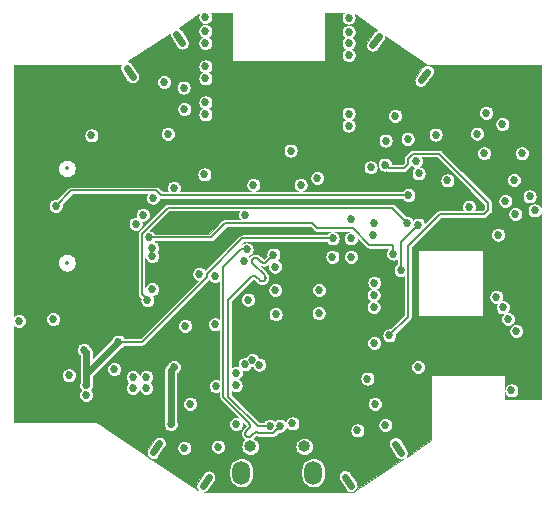
<source format=gbr>
%TF.GenerationSoftware,KiCad,Pcbnew,5.1.5+dfsg1-2~bpo10+1*%
%TF.CreationDate,Date%
%TF.ProjectId,osw,6f73772e-6b69-4636-9164-5f7063625858,1.0*%
%TF.SameCoordinates,Original*%
%TF.FileFunction,Copper,L2,Inr*%
%TF.FilePolarity,Positive*%
%FSLAX46Y46*%
G04 Gerber Fmt 4.6, Leading zero omitted, Abs format (unit mm)*
G04 Created by KiCad*
%MOMM*%
%LPD*%
G04 APERTURE LIST*
%TA.AperFunction,ViaPad*%
%ADD10O,1.500000X2.000000*%
%TD*%
%TA.AperFunction,ViaPad*%
%ADD11C,0.600000*%
%TD*%
%TA.AperFunction,ViaPad*%
%ADD12C,0.685800*%
%TD*%
%TA.AperFunction,Conductor*%
%ADD13C,0.610000*%
%TD*%
%TA.AperFunction,Conductor*%
%ADD14C,0.152000*%
%TD*%
%TA.AperFunction,Conductor*%
%ADD15C,0.100000*%
%TD*%
%ADD16C,0.330200*%
%ADD17C,0.350000*%
%ADD18O,0.999999X0.999999*%
%ADD19O,0.750000X1.200000*%
%ADD20C,0.400000*%
G04 APERTURE END LIST*
D10*
%TO.N,*%
%TO.C,U5*%
X163048000Y-128627000D03*
X156952000Y-128627000D03*
%TD*%
D11*
%TO.N,*%
%TO.C,SW2*%
X168070486Y-92428537D02*
X168613600Y-91681005D01*
X172180292Y-95414486D02*
X172723406Y-94666954D01*
%TD*%
%TO.N,*%
%TO.C,SW1*%
X147762793Y-95096106D02*
X147246099Y-94330076D01*
X151974304Y-92255406D02*
X151457610Y-91489376D01*
%TD*%
%TO.N,*%
%TO.C,SW5*%
X154224304Y-128994594D02*
X153707610Y-129760624D01*
X150012793Y-126153894D02*
X149496099Y-126919924D01*
%TD*%
%TO.N,*%
%TO.C,SW4*%
X170014760Y-126188818D02*
X170518006Y-126963750D01*
X165754314Y-128955585D02*
X166257560Y-129730517D01*
%TD*%
D12*
%TO.N,/EN*%
X169169080Y-124597160D03*
X166787500Y-125050000D03*
%TO.N,+3V3*%
X166052500Y-94297500D03*
X166052500Y-95250000D03*
X150749000Y-93662500D03*
X173482000Y-96647000D03*
X171767500Y-96583500D03*
X175641000Y-100076000D03*
X177673000Y-103060500D03*
X179070000Y-97853500D03*
X181864000Y-103251000D03*
X173418500Y-103441500D03*
X170434000Y-102235000D03*
X157543500Y-116713000D03*
X161671000Y-111252000D03*
X179832000Y-120713500D03*
X164147500Y-125031500D03*
X149453600Y-111226600D03*
X155829000Y-108940600D03*
X154276943Y-107613059D03*
X161607500Y-109728000D03*
X153009600Y-119024400D03*
X153822400Y-119024400D03*
X154660600Y-119024400D03*
X165633400Y-114579400D03*
X163220400Y-114046000D03*
%TO.N,/FLASH*%
X171931596Y-119683796D03*
X152151080Y-126532640D03*
X168122600Y-108534200D03*
X166243000Y-107188000D03*
%TO.N,GND*%
X142367000Y-120396000D03*
X156527500Y-124523500D03*
X161290000Y-124460000D03*
X179832000Y-121666000D03*
X179070000Y-99123500D03*
X166052500Y-90106500D03*
X166052500Y-91313000D03*
X166052500Y-92265500D03*
X166052500Y-93281500D03*
X166052500Y-98234500D03*
X166052500Y-99250500D03*
X153924000Y-90043000D03*
X153924000Y-91249500D03*
X153924000Y-94234000D03*
X153924000Y-95250000D03*
X153924000Y-97282000D03*
X153924000Y-98298000D03*
X150749000Y-99949000D03*
X144272000Y-100076000D03*
X169989500Y-98425000D03*
X173418500Y-100012500D03*
X171767500Y-102235000D03*
X161988500Y-104267000D03*
X157988000Y-104267000D03*
X157289500Y-106807000D03*
X151257000Y-104521000D03*
X149415500Y-109601000D03*
X149415500Y-113093500D03*
X149415500Y-110299500D03*
X149479000Y-105346500D03*
X155003500Y-126428500D03*
X157543500Y-113982500D03*
X154749500Y-116078000D03*
X141033500Y-115633500D03*
X152209500Y-116205000D03*
X181800500Y-106426000D03*
X180721000Y-101600000D03*
X157226000Y-110744000D03*
X163512500Y-115125500D03*
X168275000Y-122809000D03*
X138125200Y-115778280D03*
X164681200Y-110350000D03*
X148920200Y-121462800D03*
X147777200Y-121462800D03*
X147777200Y-120548400D03*
X148920200Y-120523000D03*
X146202400Y-119862600D03*
X158470600Y-119481600D03*
X157251400Y-119456200D03*
X156514800Y-120167400D03*
X157886400Y-119100600D03*
%TO.N,/VBUS*%
X151257000Y-119697500D03*
X151003000Y-124523500D03*
%TO.N,/VBAT*%
X143827500Y-122047000D03*
X143827500Y-121221500D03*
X146558000Y-117538500D03*
X143637000Y-118237000D03*
X164693287Y-108785635D03*
%TO.N,/LEDK*%
X154752040Y-111998760D03*
%TO.N,Net-(R5-Pad1)*%
X152146000Y-97853500D03*
X153924000Y-92265500D03*
%TO.N,/BTN2*%
X150431500Y-95567500D03*
X152091780Y-96021280D03*
X176240000Y-106100000D03*
%TO.N,/BTN3*%
X171038520Y-100365560D03*
X171968160Y-103286560D03*
%TO.N,/RX*%
X163542336Y-113166300D03*
X168216000Y-117648000D03*
%TO.N,/SCL*%
X176925000Y-99922360D03*
X174421800Y-103875840D03*
X167914320Y-102773480D03*
X170444189Y-111475520D03*
X171947840Y-107624880D03*
%TO.N,/SDA*%
X177698400Y-98160840D03*
X169174160Y-100512880D03*
X169489120Y-117002560D03*
X169113200Y-102539800D03*
X177520600Y-101584760D03*
X180037500Y-103850000D03*
%TO.N,/PIN_LED*%
X171018200Y-107492800D03*
X149021800Y-114020600D03*
%TO.N,/STAT_PWR*%
X141249400Y-106045000D03*
X171119800Y-105130600D03*
%TO.N,/MOSI*%
X148630640Y-106790900D03*
X167632252Y-120667652D03*
X159842200Y-113166300D03*
X159816800Y-111175800D03*
%TO.N,/MISO*%
X168173400Y-114604800D03*
X153847800Y-103378000D03*
%TO.N,/IO34*%
X180171473Y-106724404D03*
X180243480Y-116636800D03*
%TO.N,/IO35*%
X181369910Y-105232200D03*
X179552573Y-115620800D03*
%TO.N,Net-(R1-Pad2)*%
X153410131Y-111800846D03*
%TO.N,/B_MON*%
X166243884Y-108800819D03*
X166250000Y-110350000D03*
%TO.N,/RTC_INT*%
X179324000Y-105623360D03*
X179105561Y-114630200D03*
%TO.N,/TFT_DC*%
X149144549Y-108705784D03*
X169825289Y-110091329D03*
X178705100Y-108483400D03*
%TO.N,/TFT_CS*%
X168224200Y-112547400D03*
%TO.N,/TFT_RST*%
X178561999Y-113741200D03*
%TO.N,/GPS_TX*%
X163398200Y-103682800D03*
X161137600Y-101355099D03*
%TO.N,/MODE_SYNC*%
X156489400Y-121234200D03*
X168198800Y-107492800D03*
%TO.N,/SCK*%
X168173400Y-113588800D03*
X148020775Y-107559104D03*
%TO.N,/D_P*%
X157413434Y-109712806D03*
X160245256Y-124647186D03*
%TO.N,/D_N*%
X159687047Y-110170789D03*
X159359600Y-124663200D03*
%TO.N,Net-(R12-Pad2)*%
X154813000Y-121310400D03*
X159867600Y-115214400D03*
X152628600Y-122809000D03*
%TD*%
D13*
%TO.N,/VBUS*%
X151003000Y-119951500D02*
X151257000Y-119697500D01*
X151003000Y-124523500D02*
X151003000Y-119951500D01*
%TO.N,/VBAT*%
X143827500Y-120269000D02*
X146558000Y-117538500D01*
X143827500Y-121221500D02*
X143827500Y-120269000D01*
X143827500Y-118427500D02*
X143637000Y-118237000D01*
X143827500Y-121221500D02*
X143827500Y-118427500D01*
D14*
X148588451Y-117538500D02*
X146558000Y-117538500D01*
X154029032Y-112097919D02*
X148588451Y-117538500D01*
X154029032Y-111805794D02*
X154029032Y-112097919D01*
X157049191Y-108785635D02*
X154029032Y-111805794D01*
X164693287Y-108785635D02*
X157049191Y-108785635D01*
%TO.N,/SCL*%
X170444189Y-109128531D02*
X171947840Y-107624880D01*
X170444189Y-111475520D02*
X170444189Y-109128531D01*
%TO.N,/SDA*%
X169427301Y-102853901D02*
X169113200Y-102539800D01*
X170731073Y-102853901D02*
X169427301Y-102853901D01*
X171052901Y-102532073D02*
X170731073Y-102853901D01*
X177875341Y-105803807D02*
X173687633Y-101616099D01*
X171052901Y-102033625D02*
X171052901Y-102532073D01*
X173687633Y-101616099D02*
X171470427Y-101616099D01*
X177553513Y-106719781D02*
X177875341Y-106397953D01*
X177875341Y-106397953D02*
X177875341Y-105803807D01*
X173768913Y-106719781D02*
X177553513Y-106719781D01*
X169489120Y-117002560D02*
X171063090Y-115428590D01*
X171063090Y-109425604D02*
X173768913Y-106719781D01*
X171470427Y-101616099D02*
X171052901Y-102033625D01*
X171063090Y-115428590D02*
X171063090Y-109425604D01*
%TO.N,/PIN_LED*%
X148525648Y-108408711D02*
X148525648Y-113524448D01*
X148525648Y-113524448D02*
X149021800Y-114020600D01*
X150746260Y-106188099D02*
X148525648Y-108408711D01*
X169713499Y-106188099D02*
X150746260Y-106188099D01*
X171018200Y-107492800D02*
X169713499Y-106188099D01*
%TO.N,/STAT_PWR*%
X171110499Y-105139901D02*
X171119800Y-105130600D01*
X150188375Y-105139901D02*
X171110499Y-105139901D01*
X149776073Y-104727599D02*
X150188375Y-105139901D01*
X142566801Y-104727599D02*
X149776073Y-104727599D01*
X141249400Y-106045000D02*
X142566801Y-104727599D01*
%TO.N,/TFT_DC*%
X162964826Y-107492800D02*
X163387325Y-107915299D01*
X155599674Y-107492800D02*
X162964826Y-107492800D01*
X154386690Y-108705784D02*
X155599674Y-107492800D01*
X149144549Y-108705784D02*
X154386690Y-108705784D01*
X169825289Y-109320915D02*
X169825289Y-110091329D01*
X167817800Y-109347000D02*
X169825289Y-109320915D01*
X166386099Y-107915299D02*
X163387325Y-107915299D01*
X167817800Y-109347000D02*
X166386099Y-107915299D01*
%TO.N,/D_P*%
X155442061Y-111199246D02*
X156928501Y-109712806D01*
X155442061Y-122259478D02*
X155442061Y-111199246D01*
X157616155Y-124433572D02*
X155442061Y-122259478D01*
X157702137Y-124612115D02*
X157687188Y-124546620D01*
X157702137Y-124679293D02*
X157702137Y-124612115D01*
X157326781Y-125157846D02*
X157368668Y-125105324D01*
X157658040Y-124486094D02*
X157616155Y-124433572D01*
X157282686Y-125351046D02*
X157282685Y-125283866D01*
X156928501Y-109712806D02*
X157413434Y-109712806D01*
X157616154Y-124857835D02*
X157658040Y-124805314D01*
X157326782Y-125477066D02*
X157297634Y-125416539D01*
X157481716Y-125600622D02*
X157421190Y-125571474D01*
X157687188Y-124546620D02*
X157658040Y-124486094D01*
X158412162Y-125240216D02*
X158351635Y-125211068D01*
X157614389Y-125615571D02*
X157547211Y-125615571D01*
X157368667Y-125529588D02*
X157326782Y-125477066D01*
X157368668Y-125105324D02*
X157616154Y-124857835D01*
X157740410Y-125571474D02*
X157679884Y-125600622D01*
X158218962Y-125196119D02*
X158153469Y-125211069D01*
X158092942Y-125240215D02*
X158040420Y-125282102D01*
X157282685Y-125283866D02*
X157297635Y-125218373D01*
X158286142Y-125196120D02*
X158218962Y-125196119D01*
X157421190Y-125571474D02*
X157368667Y-125529588D01*
X157547211Y-125615571D02*
X157481716Y-125600622D01*
X160245256Y-124693518D02*
X159656673Y-125282101D01*
X157297635Y-125218373D02*
X157326781Y-125157846D01*
X158153469Y-125211069D02*
X158092942Y-125240215D01*
X158040420Y-125282102D02*
X157792931Y-125529588D01*
X157792931Y-125529588D02*
X157740410Y-125571474D01*
X157658040Y-124805314D02*
X157687188Y-124744788D01*
X159656673Y-125282101D02*
X158464684Y-125282101D01*
X158351635Y-125211068D02*
X158286142Y-125196120D01*
X157687188Y-124744788D02*
X157702137Y-124679293D01*
X157679884Y-125600622D02*
X157614389Y-125615571D01*
X158464684Y-125282101D02*
X158412162Y-125240216D01*
X157297634Y-125416539D02*
X157282686Y-125351046D01*
X160245256Y-124647186D02*
X160245256Y-124693518D01*
%TO.N,/D_N*%
X159074411Y-110783428D02*
X159218168Y-110639668D01*
X158819940Y-112410093D02*
X158880466Y-112380945D01*
X158763196Y-110854461D02*
X158828691Y-110869409D01*
X158254256Y-110429552D02*
X158314781Y-110458700D01*
X158367304Y-110500585D02*
X158650147Y-110783428D01*
X159359600Y-124663200D02*
X158343600Y-124663200D01*
X157857057Y-110746306D02*
X157857058Y-110679126D01*
X158895869Y-110869410D02*
X158961364Y-110854460D01*
X158188761Y-110414604D02*
X158254256Y-110429552D01*
X158056088Y-110429553D02*
X158121583Y-110414603D01*
X158932988Y-112339060D02*
X158974873Y-112286537D01*
X157872006Y-110613633D02*
X157901154Y-110553107D01*
X157872007Y-110811799D02*
X157857057Y-110746306D01*
X157901155Y-110872325D02*
X157872007Y-110811799D01*
X158932988Y-111914795D02*
X157943040Y-110924848D01*
X155870499Y-113987337D02*
X157801618Y-112056218D01*
X158974873Y-111967318D02*
X158932988Y-111914795D01*
X158702670Y-110825313D02*
X158763196Y-110854461D01*
X159021890Y-110825312D02*
X159074411Y-110783428D01*
X159004020Y-112027844D02*
X158974873Y-111967318D01*
X158621773Y-112410093D02*
X158687267Y-112425042D01*
X159018969Y-112093338D02*
X159004020Y-112027844D01*
X158650147Y-110783428D02*
X158702670Y-110825313D01*
X159018969Y-112160517D02*
X159018969Y-112093338D01*
X158974873Y-112286537D02*
X159004020Y-112226011D01*
X157943040Y-110500584D02*
X157995563Y-110458699D01*
X159218168Y-110639668D02*
X159687047Y-110170789D01*
X158508724Y-112339060D02*
X158561247Y-112380945D01*
X159004020Y-112226011D02*
X159018969Y-112160517D01*
X158687267Y-112425042D02*
X158754446Y-112425042D01*
X158880466Y-112380945D02*
X158932988Y-112339060D01*
X158225882Y-112056218D02*
X158508724Y-112339060D01*
X158047339Y-111970236D02*
X158112833Y-111985185D01*
X158112833Y-111985185D02*
X158173359Y-112014332D01*
X157801618Y-112056218D02*
X157854140Y-112014332D01*
X157980160Y-111970236D02*
X158047339Y-111970236D01*
X158314781Y-110458700D02*
X158367304Y-110500585D01*
X158961364Y-110854460D02*
X159021890Y-110825312D01*
X157854140Y-112014332D02*
X157914666Y-111985185D01*
X158828691Y-110869409D02*
X158895869Y-110869410D01*
X158173359Y-112014332D02*
X158225882Y-112056218D01*
X157995563Y-110458699D02*
X158056088Y-110429553D01*
X158343600Y-124663200D02*
X155870499Y-122190099D01*
X157857058Y-110679126D02*
X157872006Y-110613633D01*
X157914666Y-111985185D02*
X157980160Y-111970236D01*
X158121583Y-110414603D02*
X158188761Y-110414604D01*
X157901154Y-110553107D02*
X157943040Y-110500584D01*
X158561247Y-112380945D02*
X158621773Y-112410093D01*
X157943040Y-110924848D02*
X157901155Y-110872325D01*
X155870499Y-122190099D02*
X155870499Y-113987337D01*
X158754446Y-112425042D02*
X158819940Y-112410093D01*
%TD*%
D15*
%TO.N,+3V3*%
G36*
X156200000Y-93750000D02*
G01*
X156200961Y-93759755D01*
X156203806Y-93769134D01*
X156208427Y-93777779D01*
X156214645Y-93785355D01*
X156222221Y-93791573D01*
X156230866Y-93796194D01*
X156240245Y-93799039D01*
X156250000Y-93800000D01*
X164000000Y-93800000D01*
X164009755Y-93799039D01*
X164019134Y-93796194D01*
X164027779Y-93791573D01*
X164035355Y-93785355D01*
X164041573Y-93777779D01*
X164046194Y-93769134D01*
X164049039Y-93759755D01*
X164050000Y-93750000D01*
X164050000Y-91254604D01*
X165459600Y-91254604D01*
X165459600Y-91371396D01*
X165482385Y-91485943D01*
X165527079Y-91593844D01*
X165591964Y-91690952D01*
X165674548Y-91773536D01*
X165698066Y-91789250D01*
X165674548Y-91804964D01*
X165591964Y-91887548D01*
X165527079Y-91984656D01*
X165482385Y-92092557D01*
X165459600Y-92207104D01*
X165459600Y-92323896D01*
X165482385Y-92438443D01*
X165527079Y-92546344D01*
X165591964Y-92643452D01*
X165674548Y-92726036D01*
X165745583Y-92773500D01*
X165674548Y-92820964D01*
X165591964Y-92903548D01*
X165527079Y-93000656D01*
X165482385Y-93108557D01*
X165459600Y-93223104D01*
X165459600Y-93339896D01*
X165482385Y-93454443D01*
X165527079Y-93562344D01*
X165591964Y-93659452D01*
X165674548Y-93742036D01*
X165771656Y-93806921D01*
X165879557Y-93851615D01*
X165994104Y-93874400D01*
X166110896Y-93874400D01*
X166225443Y-93851615D01*
X166333344Y-93806921D01*
X166430452Y-93742036D01*
X166513036Y-93659452D01*
X166577921Y-93562344D01*
X166622615Y-93454443D01*
X166645400Y-93339896D01*
X166645400Y-93223104D01*
X166622615Y-93108557D01*
X166577921Y-93000656D01*
X166513036Y-92903548D01*
X166430452Y-92820964D01*
X166359417Y-92773500D01*
X166430452Y-92726036D01*
X166513036Y-92643452D01*
X166577921Y-92546344D01*
X166622615Y-92438443D01*
X166645400Y-92323896D01*
X166645400Y-92207104D01*
X166622615Y-92092557D01*
X166577921Y-91984656D01*
X166513036Y-91887548D01*
X166430452Y-91804964D01*
X166406934Y-91789250D01*
X166430452Y-91773536D01*
X166513036Y-91690952D01*
X166577921Y-91593844D01*
X166622615Y-91485943D01*
X166645400Y-91371396D01*
X166645400Y-91254604D01*
X166622615Y-91140057D01*
X166577921Y-91032156D01*
X166513036Y-90935048D01*
X166430452Y-90852464D01*
X166333344Y-90787579D01*
X166225443Y-90742885D01*
X166110896Y-90720100D01*
X165994104Y-90720100D01*
X165879557Y-90742885D01*
X165771656Y-90787579D01*
X165674548Y-90852464D01*
X165591964Y-90935048D01*
X165527079Y-91032156D01*
X165482385Y-91140057D01*
X165459600Y-91254604D01*
X164050000Y-91254604D01*
X164050000Y-89702000D01*
X165618512Y-89702000D01*
X165591964Y-89728548D01*
X165527079Y-89825656D01*
X165482385Y-89933557D01*
X165459600Y-90048104D01*
X165459600Y-90164896D01*
X165482385Y-90279443D01*
X165527079Y-90387344D01*
X165591964Y-90484452D01*
X165674548Y-90567036D01*
X165771656Y-90631921D01*
X165879557Y-90676615D01*
X165994104Y-90699400D01*
X166110896Y-90699400D01*
X166225443Y-90676615D01*
X166333344Y-90631921D01*
X166430452Y-90567036D01*
X166513036Y-90484452D01*
X166577921Y-90387344D01*
X166622615Y-90279443D01*
X166645400Y-90164896D01*
X166645400Y-90048104D01*
X166622615Y-89933557D01*
X166577921Y-89825656D01*
X166549127Y-89782562D01*
X168474428Y-91148905D01*
X168422314Y-91162504D01*
X168324835Y-91209785D01*
X168238453Y-91275174D01*
X168184521Y-91335866D01*
X167609646Y-92127114D01*
X167568591Y-92197161D01*
X167533096Y-92299521D01*
X167518251Y-92406840D01*
X167524630Y-92514992D01*
X167551985Y-92619822D01*
X167599266Y-92717301D01*
X167664655Y-92803683D01*
X167745640Y-92875649D01*
X167839110Y-92930432D01*
X167941470Y-92965927D01*
X168048789Y-92980772D01*
X168156941Y-92974393D01*
X168261771Y-92947038D01*
X168359250Y-92899757D01*
X168445632Y-92834368D01*
X168499564Y-92773676D01*
X169074439Y-91982430D01*
X169115495Y-91912383D01*
X169150990Y-91810022D01*
X169165834Y-91702703D01*
X169161949Y-91636823D01*
X172577331Y-94060643D01*
X172587232Y-94068769D01*
X172602263Y-94076803D01*
X172617077Y-94085266D01*
X172619797Y-94086176D01*
X172622324Y-94087526D01*
X172638653Y-94092480D01*
X172654815Y-94097883D01*
X172657653Y-94098243D01*
X172660401Y-94099077D01*
X172677397Y-94100751D01*
X172694288Y-94102896D01*
X172707058Y-94102000D01*
X182298001Y-94102000D01*
X182298000Y-106103369D01*
X182261036Y-106048048D01*
X182178452Y-105965464D01*
X182081344Y-105900579D01*
X181973443Y-105855885D01*
X181858896Y-105833100D01*
X181742104Y-105833100D01*
X181627557Y-105855885D01*
X181519656Y-105900579D01*
X181422548Y-105965464D01*
X181339964Y-106048048D01*
X181275079Y-106145156D01*
X181230385Y-106253057D01*
X181207600Y-106367604D01*
X181207600Y-106484396D01*
X181230385Y-106598943D01*
X181275079Y-106706844D01*
X181339964Y-106803952D01*
X181422548Y-106886536D01*
X181519656Y-106951421D01*
X181627557Y-106996115D01*
X181742104Y-107018900D01*
X181858896Y-107018900D01*
X181973443Y-106996115D01*
X182081344Y-106951421D01*
X182178452Y-106886536D01*
X182261036Y-106803952D01*
X182298000Y-106748631D01*
X182298000Y-109990081D01*
X182298001Y-122378000D01*
X179250299Y-122378000D01*
X179250959Y-121784014D01*
X179261885Y-121838943D01*
X179306579Y-121946844D01*
X179371464Y-122043952D01*
X179454048Y-122126536D01*
X179551156Y-122191421D01*
X179659057Y-122236115D01*
X179773604Y-122258900D01*
X179890396Y-122258900D01*
X180004943Y-122236115D01*
X180112844Y-122191421D01*
X180209952Y-122126536D01*
X180292536Y-122043952D01*
X180357421Y-121946844D01*
X180402115Y-121838943D01*
X180424900Y-121724396D01*
X180424900Y-121607604D01*
X180402115Y-121493057D01*
X180357421Y-121385156D01*
X180292536Y-121288048D01*
X180209952Y-121205464D01*
X180112844Y-121140579D01*
X180004943Y-121095885D01*
X179890396Y-121073100D01*
X179773604Y-121073100D01*
X179659057Y-121095885D01*
X179551156Y-121140579D01*
X179454048Y-121205464D01*
X179371464Y-121288048D01*
X179306579Y-121385156D01*
X179261885Y-121493057D01*
X179251222Y-121546661D01*
X179252500Y-120396056D01*
X179251547Y-120386286D01*
X179248710Y-120376904D01*
X179244097Y-120368256D01*
X179237885Y-120360674D01*
X179230313Y-120354450D01*
X179221673Y-120349822D01*
X179212295Y-120346969D01*
X179202542Y-120346000D01*
X173116702Y-120340920D01*
X173106960Y-120341870D01*
X173097577Y-120344705D01*
X173088928Y-120349316D01*
X173081344Y-120355525D01*
X173075117Y-120363095D01*
X173070487Y-120371735D01*
X173067632Y-120381111D01*
X173066660Y-120390864D01*
X173060561Y-125883520D01*
X170975093Y-127273832D01*
X171025785Y-127181909D01*
X171058589Y-127078654D01*
X171070619Y-126970984D01*
X171061412Y-126863035D01*
X171031323Y-126758957D01*
X170993990Y-126686857D01*
X170461313Y-125866608D01*
X170410632Y-125803177D01*
X170327790Y-125733357D01*
X170232920Y-125681038D01*
X170129664Y-125648235D01*
X170021994Y-125636205D01*
X169914046Y-125645412D01*
X169809968Y-125675501D01*
X169713760Y-125725318D01*
X169629119Y-125792946D01*
X169559299Y-125875788D01*
X169506980Y-125970658D01*
X169474177Y-126073914D01*
X169462147Y-126181584D01*
X169471354Y-126289532D01*
X169501443Y-126393610D01*
X169538776Y-126465709D01*
X170071451Y-127285960D01*
X170122133Y-127349391D01*
X170204975Y-127419211D01*
X170299845Y-127471529D01*
X170403101Y-127504333D01*
X170510771Y-127516363D01*
X170618720Y-127507156D01*
X170629996Y-127503896D01*
X166438840Y-130298000D01*
X153830243Y-130298000D01*
X153916874Y-130272134D01*
X154012643Y-130221479D01*
X154096691Y-130153116D01*
X154148472Y-130090579D01*
X154695382Y-129279752D01*
X154733968Y-129208315D01*
X154765869Y-129104778D01*
X154776959Y-128997006D01*
X154766810Y-128889142D01*
X154735814Y-128785330D01*
X154685159Y-128689561D01*
X154616795Y-128605513D01*
X154533348Y-128536418D01*
X154438023Y-128484930D01*
X154334486Y-128453029D01*
X154226715Y-128441939D01*
X154118851Y-128452088D01*
X154015039Y-128483084D01*
X153919269Y-128533739D01*
X153835222Y-128602103D01*
X153783441Y-128664640D01*
X153236532Y-129475467D01*
X153197946Y-129546904D01*
X153166045Y-129650441D01*
X153154955Y-129758213D01*
X153165104Y-129866076D01*
X153196100Y-129969888D01*
X153246755Y-130065657D01*
X153287161Y-130115333D01*
X150605983Y-128327881D01*
X155952000Y-128327881D01*
X155952000Y-128926120D01*
X155966470Y-129073034D01*
X156023651Y-129261535D01*
X156116509Y-129435258D01*
X156241473Y-129587528D01*
X156393743Y-129712492D01*
X156567466Y-129805349D01*
X156755967Y-129862530D01*
X156952000Y-129881838D01*
X157148034Y-129862530D01*
X157336535Y-129805349D01*
X157510258Y-129712492D01*
X157662528Y-129587528D01*
X157787492Y-129435258D01*
X157880349Y-129261535D01*
X157937530Y-129073033D01*
X157952000Y-128926119D01*
X157952000Y-128327881D01*
X162048000Y-128327881D01*
X162048000Y-128926120D01*
X162062470Y-129073034D01*
X162119651Y-129261535D01*
X162212509Y-129435258D01*
X162337473Y-129587528D01*
X162489743Y-129712492D01*
X162663466Y-129805349D01*
X162851967Y-129862530D01*
X163048000Y-129881838D01*
X163244034Y-129862530D01*
X163432535Y-129805349D01*
X163606258Y-129712492D01*
X163758528Y-129587528D01*
X163883492Y-129435258D01*
X163976349Y-129261535D01*
X164033530Y-129073033D01*
X164045810Y-128948351D01*
X165201701Y-128948351D01*
X165210908Y-129056299D01*
X165240997Y-129160377D01*
X165278330Y-129232476D01*
X165811005Y-130052727D01*
X165861687Y-130116158D01*
X165944529Y-130185978D01*
X166039399Y-130238296D01*
X166142655Y-130271100D01*
X166250325Y-130283130D01*
X166358274Y-130273923D01*
X166462352Y-130243834D01*
X166558560Y-130194017D01*
X166643201Y-130126389D01*
X166713021Y-130043547D01*
X166765339Y-129948676D01*
X166798143Y-129845421D01*
X166810173Y-129737751D01*
X166800966Y-129629802D01*
X166770877Y-129525724D01*
X166733544Y-129453624D01*
X166200867Y-128633375D01*
X166150186Y-128569944D01*
X166067344Y-128500124D01*
X165972474Y-128447805D01*
X165869218Y-128415002D01*
X165761548Y-128402972D01*
X165653600Y-128412179D01*
X165549522Y-128442268D01*
X165453314Y-128492085D01*
X165368673Y-128559713D01*
X165298853Y-128642555D01*
X165246534Y-128737425D01*
X165213731Y-128840681D01*
X165201701Y-128948351D01*
X164045810Y-128948351D01*
X164048000Y-128926119D01*
X164048000Y-128327880D01*
X164033530Y-128180966D01*
X163976349Y-127992465D01*
X163883492Y-127818742D01*
X163758528Y-127666472D01*
X163606258Y-127541508D01*
X163432534Y-127448651D01*
X163244033Y-127391470D01*
X163048000Y-127372162D01*
X162851966Y-127391470D01*
X162663465Y-127448651D01*
X162489742Y-127541508D01*
X162337472Y-127666472D01*
X162212508Y-127818742D01*
X162119651Y-127992466D01*
X162062470Y-128180967D01*
X162048000Y-128327881D01*
X157952000Y-128327881D01*
X157952000Y-128327880D01*
X157937530Y-128180966D01*
X157880349Y-127992465D01*
X157787492Y-127818742D01*
X157662528Y-127666472D01*
X157510258Y-127541508D01*
X157336534Y-127448651D01*
X157148033Y-127391470D01*
X156952000Y-127372162D01*
X156755966Y-127391470D01*
X156567465Y-127448651D01*
X156393742Y-127541508D01*
X156241472Y-127666472D01*
X156116508Y-127818742D01*
X156023651Y-127992466D01*
X155966470Y-128180967D01*
X155952000Y-128327881D01*
X150605983Y-128327881D01*
X148490430Y-126917513D01*
X148943444Y-126917513D01*
X148953593Y-127025376D01*
X148984589Y-127129188D01*
X149035244Y-127224957D01*
X149103607Y-127309005D01*
X149187055Y-127378100D01*
X149282379Y-127429588D01*
X149385916Y-127461489D01*
X149493688Y-127472579D01*
X149601551Y-127462430D01*
X149705363Y-127431434D01*
X149801132Y-127380779D01*
X149885180Y-127312416D01*
X149936961Y-127249879D01*
X150460133Y-126474244D01*
X151558180Y-126474244D01*
X151558180Y-126591036D01*
X151580965Y-126705583D01*
X151625659Y-126813484D01*
X151690544Y-126910592D01*
X151773128Y-126993176D01*
X151870236Y-127058061D01*
X151978137Y-127102755D01*
X152092684Y-127125540D01*
X152209476Y-127125540D01*
X152324023Y-127102755D01*
X152431924Y-127058061D01*
X152529032Y-126993176D01*
X152611616Y-126910592D01*
X152676501Y-126813484D01*
X152721195Y-126705583D01*
X152743980Y-126591036D01*
X152743980Y-126474244D01*
X152723266Y-126370104D01*
X154410600Y-126370104D01*
X154410600Y-126486896D01*
X154433385Y-126601443D01*
X154478079Y-126709344D01*
X154542964Y-126806452D01*
X154625548Y-126889036D01*
X154722656Y-126953921D01*
X154830557Y-126998615D01*
X154945104Y-127021400D01*
X155061896Y-127021400D01*
X155176443Y-126998615D01*
X155284344Y-126953921D01*
X155381452Y-126889036D01*
X155464036Y-126806452D01*
X155528921Y-126709344D01*
X155573615Y-126601443D01*
X155596400Y-126486896D01*
X155596400Y-126370104D01*
X155573615Y-126255557D01*
X155528921Y-126147656D01*
X155464036Y-126050548D01*
X155381452Y-125967964D01*
X155284344Y-125903079D01*
X155176443Y-125858385D01*
X155061896Y-125835600D01*
X154945104Y-125835600D01*
X154830557Y-125858385D01*
X154722656Y-125903079D01*
X154625548Y-125967964D01*
X154542964Y-126050548D01*
X154478079Y-126147656D01*
X154433385Y-126255557D01*
X154410600Y-126370104D01*
X152723266Y-126370104D01*
X152721195Y-126359697D01*
X152676501Y-126251796D01*
X152611616Y-126154688D01*
X152529032Y-126072104D01*
X152431924Y-126007219D01*
X152324023Y-125962525D01*
X152209476Y-125939740D01*
X152092684Y-125939740D01*
X151978137Y-125962525D01*
X151870236Y-126007219D01*
X151773128Y-126072104D01*
X151690544Y-126154688D01*
X151625659Y-126251796D01*
X151580965Y-126359697D01*
X151558180Y-126474244D01*
X150460133Y-126474244D01*
X150483871Y-126439052D01*
X150522457Y-126367615D01*
X150554358Y-126264078D01*
X150565448Y-126156306D01*
X150555299Y-126048442D01*
X150524303Y-125944630D01*
X150473648Y-125848861D01*
X150405284Y-125764813D01*
X150321837Y-125695718D01*
X150226512Y-125644230D01*
X150122975Y-125612329D01*
X150015204Y-125601239D01*
X149907340Y-125611388D01*
X149803528Y-125642384D01*
X149707758Y-125693039D01*
X149623711Y-125761403D01*
X149571930Y-125823940D01*
X149025021Y-126634767D01*
X148986435Y-126706204D01*
X148954534Y-126809741D01*
X148943444Y-126917513D01*
X148490430Y-126917513D01*
X144811815Y-124465104D01*
X150410100Y-124465104D01*
X150410100Y-124581896D01*
X150432885Y-124696443D01*
X150477579Y-124804344D01*
X150542464Y-124901452D01*
X150625048Y-124984036D01*
X150722156Y-125048921D01*
X150830057Y-125093615D01*
X150944604Y-125116400D01*
X151061396Y-125116400D01*
X151175943Y-125093615D01*
X151283844Y-125048921D01*
X151380952Y-124984036D01*
X151463536Y-124901452D01*
X151528421Y-124804344D01*
X151573115Y-124696443D01*
X151595900Y-124581896D01*
X151595900Y-124465104D01*
X151573115Y-124350557D01*
X151558000Y-124314066D01*
X151558000Y-122750604D01*
X152035700Y-122750604D01*
X152035700Y-122867396D01*
X152058485Y-122981943D01*
X152103179Y-123089844D01*
X152168064Y-123186952D01*
X152250648Y-123269536D01*
X152347756Y-123334421D01*
X152455657Y-123379115D01*
X152570204Y-123401900D01*
X152686996Y-123401900D01*
X152801543Y-123379115D01*
X152909444Y-123334421D01*
X153006552Y-123269536D01*
X153089136Y-123186952D01*
X153154021Y-123089844D01*
X153198715Y-122981943D01*
X153221500Y-122867396D01*
X153221500Y-122750604D01*
X153198715Y-122636057D01*
X153154021Y-122528156D01*
X153089136Y-122431048D01*
X153006552Y-122348464D01*
X152909444Y-122283579D01*
X152801543Y-122238885D01*
X152686996Y-122216100D01*
X152570204Y-122216100D01*
X152455657Y-122238885D01*
X152347756Y-122283579D01*
X152250648Y-122348464D01*
X152168064Y-122431048D01*
X152103179Y-122528156D01*
X152058485Y-122636057D01*
X152035700Y-122750604D01*
X151558000Y-122750604D01*
X151558000Y-120209453D01*
X151634952Y-120158036D01*
X151717536Y-120075452D01*
X151782421Y-119978344D01*
X151827115Y-119870443D01*
X151849900Y-119755896D01*
X151849900Y-119639104D01*
X151827115Y-119524557D01*
X151782421Y-119416656D01*
X151717536Y-119319548D01*
X151634952Y-119236964D01*
X151537844Y-119172079D01*
X151429943Y-119127385D01*
X151315396Y-119104600D01*
X151198604Y-119104600D01*
X151084057Y-119127385D01*
X150976156Y-119172079D01*
X150879048Y-119236964D01*
X150796464Y-119319548D01*
X150731579Y-119416656D01*
X150716463Y-119453150D01*
X150629837Y-119539776D01*
X150608658Y-119557157D01*
X150539303Y-119641667D01*
X150513652Y-119689657D01*
X150487766Y-119738084D01*
X150456031Y-119842702D01*
X150445315Y-119951500D01*
X150448001Y-119978770D01*
X150448000Y-124314066D01*
X150432885Y-124350557D01*
X150410100Y-124465104D01*
X144811815Y-124465104D01*
X144620396Y-124337492D01*
X144612768Y-124331231D01*
X144603877Y-124326479D01*
X144603795Y-124326424D01*
X144595672Y-124322093D01*
X144577676Y-124312474D01*
X144577571Y-124312442D01*
X144577479Y-124312393D01*
X144559358Y-124306917D01*
X144539599Y-124300923D01*
X144539485Y-124300912D01*
X144539390Y-124300883D01*
X144520767Y-124299068D01*
X144509920Y-124298000D01*
X144509804Y-124298000D01*
X144499788Y-124297024D01*
X144489985Y-124298000D01*
X137702000Y-124298000D01*
X137702000Y-120337604D01*
X141774100Y-120337604D01*
X141774100Y-120454396D01*
X141796885Y-120568943D01*
X141841579Y-120676844D01*
X141906464Y-120773952D01*
X141989048Y-120856536D01*
X142086156Y-120921421D01*
X142194057Y-120966115D01*
X142308604Y-120988900D01*
X142425396Y-120988900D01*
X142539943Y-120966115D01*
X142647844Y-120921421D01*
X142744952Y-120856536D01*
X142827536Y-120773952D01*
X142892421Y-120676844D01*
X142937115Y-120568943D01*
X142959900Y-120454396D01*
X142959900Y-120337604D01*
X142937115Y-120223057D01*
X142892421Y-120115156D01*
X142827536Y-120018048D01*
X142744952Y-119935464D01*
X142647844Y-119870579D01*
X142539943Y-119825885D01*
X142425396Y-119803100D01*
X142308604Y-119803100D01*
X142194057Y-119825885D01*
X142086156Y-119870579D01*
X141989048Y-119935464D01*
X141906464Y-120018048D01*
X141841579Y-120115156D01*
X141796885Y-120223057D01*
X141774100Y-120337604D01*
X137702000Y-120337604D01*
X137702000Y-118178604D01*
X143044100Y-118178604D01*
X143044100Y-118295396D01*
X143066885Y-118409943D01*
X143111579Y-118517844D01*
X143176464Y-118614952D01*
X143259048Y-118697536D01*
X143272501Y-118706525D01*
X143272500Y-120241736D01*
X143269815Y-120269000D01*
X143272500Y-120296264D01*
X143272500Y-121012066D01*
X143257385Y-121048557D01*
X143234600Y-121163104D01*
X143234600Y-121279896D01*
X143257385Y-121394443D01*
X143302079Y-121502344D01*
X143366964Y-121599452D01*
X143401762Y-121634250D01*
X143366964Y-121669048D01*
X143302079Y-121766156D01*
X143257385Y-121874057D01*
X143234600Y-121988604D01*
X143234600Y-122105396D01*
X143257385Y-122219943D01*
X143302079Y-122327844D01*
X143366964Y-122424952D01*
X143449548Y-122507536D01*
X143546656Y-122572421D01*
X143654557Y-122617115D01*
X143769104Y-122639900D01*
X143885896Y-122639900D01*
X144000443Y-122617115D01*
X144108344Y-122572421D01*
X144205452Y-122507536D01*
X144288036Y-122424952D01*
X144352921Y-122327844D01*
X144397615Y-122219943D01*
X144420400Y-122105396D01*
X144420400Y-121988604D01*
X144397615Y-121874057D01*
X144352921Y-121766156D01*
X144288036Y-121669048D01*
X144253238Y-121634250D01*
X144288036Y-121599452D01*
X144352921Y-121502344D01*
X144397615Y-121394443D01*
X144420400Y-121279896D01*
X144420400Y-121163104D01*
X144397615Y-121048557D01*
X144382500Y-121012066D01*
X144382500Y-120498887D01*
X144391383Y-120490004D01*
X147184300Y-120490004D01*
X147184300Y-120606796D01*
X147207085Y-120721343D01*
X147251779Y-120829244D01*
X147316664Y-120926352D01*
X147395912Y-121005600D01*
X147316664Y-121084848D01*
X147251779Y-121181956D01*
X147207085Y-121289857D01*
X147184300Y-121404404D01*
X147184300Y-121521196D01*
X147207085Y-121635743D01*
X147251779Y-121743644D01*
X147316664Y-121840752D01*
X147399248Y-121923336D01*
X147496356Y-121988221D01*
X147604257Y-122032915D01*
X147718804Y-122055700D01*
X147835596Y-122055700D01*
X147950143Y-122032915D01*
X148058044Y-121988221D01*
X148155152Y-121923336D01*
X148237736Y-121840752D01*
X148302621Y-121743644D01*
X148347315Y-121635743D01*
X148348700Y-121628780D01*
X148350085Y-121635743D01*
X148394779Y-121743644D01*
X148459664Y-121840752D01*
X148542248Y-121923336D01*
X148639356Y-121988221D01*
X148747257Y-122032915D01*
X148861804Y-122055700D01*
X148978596Y-122055700D01*
X149093143Y-122032915D01*
X149201044Y-121988221D01*
X149298152Y-121923336D01*
X149380736Y-121840752D01*
X149445621Y-121743644D01*
X149490315Y-121635743D01*
X149513100Y-121521196D01*
X149513100Y-121404404D01*
X149490315Y-121289857D01*
X149445621Y-121181956D01*
X149380736Y-121084848D01*
X149298152Y-121002264D01*
X149284138Y-120992900D01*
X149298152Y-120983536D01*
X149380736Y-120900952D01*
X149445621Y-120803844D01*
X149490315Y-120695943D01*
X149513100Y-120581396D01*
X149513100Y-120464604D01*
X149490315Y-120350057D01*
X149445621Y-120242156D01*
X149380736Y-120145048D01*
X149298152Y-120062464D01*
X149201044Y-119997579D01*
X149093143Y-119952885D01*
X148978596Y-119930100D01*
X148861804Y-119930100D01*
X148747257Y-119952885D01*
X148639356Y-119997579D01*
X148542248Y-120062464D01*
X148459664Y-120145048D01*
X148394779Y-120242156D01*
X148350085Y-120350057D01*
X148345773Y-120371734D01*
X148302621Y-120267556D01*
X148237736Y-120170448D01*
X148155152Y-120087864D01*
X148058044Y-120022979D01*
X147950143Y-119978285D01*
X147835596Y-119955500D01*
X147718804Y-119955500D01*
X147604257Y-119978285D01*
X147496356Y-120022979D01*
X147399248Y-120087864D01*
X147316664Y-120170448D01*
X147251779Y-120267556D01*
X147207085Y-120375457D01*
X147184300Y-120490004D01*
X144391383Y-120490004D01*
X145077183Y-119804204D01*
X145609500Y-119804204D01*
X145609500Y-119920996D01*
X145632285Y-120035543D01*
X145676979Y-120143444D01*
X145741864Y-120240552D01*
X145824448Y-120323136D01*
X145921556Y-120388021D01*
X146029457Y-120432715D01*
X146144004Y-120455500D01*
X146260796Y-120455500D01*
X146375343Y-120432715D01*
X146483244Y-120388021D01*
X146580352Y-120323136D01*
X146662936Y-120240552D01*
X146727821Y-120143444D01*
X146772515Y-120035543D01*
X146795300Y-119920996D01*
X146795300Y-119804204D01*
X146772515Y-119689657D01*
X146727821Y-119581756D01*
X146662936Y-119484648D01*
X146580352Y-119402064D01*
X146483244Y-119337179D01*
X146375343Y-119292485D01*
X146260796Y-119269700D01*
X146144004Y-119269700D01*
X146029457Y-119292485D01*
X145921556Y-119337179D01*
X145824448Y-119402064D01*
X145741864Y-119484648D01*
X145676979Y-119581756D01*
X145632285Y-119689657D01*
X145609500Y-119804204D01*
X145077183Y-119804204D01*
X146802351Y-118079037D01*
X146838844Y-118063921D01*
X146935952Y-117999036D01*
X147018536Y-117916452D01*
X147053249Y-117864500D01*
X148572442Y-117864500D01*
X148588451Y-117866077D01*
X148604460Y-117864500D01*
X148604463Y-117864500D01*
X148652358Y-117859783D01*
X148713809Y-117841142D01*
X148770443Y-117810870D01*
X148820083Y-117770132D01*
X148830293Y-117757691D01*
X150441380Y-116146604D01*
X151616600Y-116146604D01*
X151616600Y-116263396D01*
X151639385Y-116377943D01*
X151684079Y-116485844D01*
X151748964Y-116582952D01*
X151831548Y-116665536D01*
X151928656Y-116730421D01*
X152036557Y-116775115D01*
X152151104Y-116797900D01*
X152267896Y-116797900D01*
X152382443Y-116775115D01*
X152490344Y-116730421D01*
X152587452Y-116665536D01*
X152670036Y-116582952D01*
X152734921Y-116485844D01*
X152779615Y-116377943D01*
X152802400Y-116263396D01*
X152802400Y-116146604D01*
X152779615Y-116032057D01*
X152734921Y-115924156D01*
X152670036Y-115827048D01*
X152587452Y-115744464D01*
X152490344Y-115679579D01*
X152382443Y-115634885D01*
X152267896Y-115612100D01*
X152151104Y-115612100D01*
X152036557Y-115634885D01*
X151928656Y-115679579D01*
X151831548Y-115744464D01*
X151748964Y-115827048D01*
X151684079Y-115924156D01*
X151639385Y-116032057D01*
X151616600Y-116146604D01*
X150441380Y-116146604D01*
X154248223Y-112339761D01*
X154260230Y-112329907D01*
X154291504Y-112376712D01*
X154374088Y-112459296D01*
X154471196Y-112524181D01*
X154579097Y-112568875D01*
X154693644Y-112591660D01*
X154810436Y-112591660D01*
X154924983Y-112568875D01*
X155032884Y-112524181D01*
X155116062Y-112468604D01*
X155116062Y-115609853D01*
X155030344Y-115552579D01*
X154922443Y-115507885D01*
X154807896Y-115485100D01*
X154691104Y-115485100D01*
X154576557Y-115507885D01*
X154468656Y-115552579D01*
X154371548Y-115617464D01*
X154288964Y-115700048D01*
X154224079Y-115797156D01*
X154179385Y-115905057D01*
X154156600Y-116019604D01*
X154156600Y-116136396D01*
X154179385Y-116250943D01*
X154224079Y-116358844D01*
X154288964Y-116455952D01*
X154371548Y-116538536D01*
X154468656Y-116603421D01*
X154576557Y-116648115D01*
X154691104Y-116670900D01*
X154807896Y-116670900D01*
X154922443Y-116648115D01*
X155030344Y-116603421D01*
X155116062Y-116546147D01*
X155116061Y-120799824D01*
X155093844Y-120784979D01*
X154985943Y-120740285D01*
X154871396Y-120717500D01*
X154754604Y-120717500D01*
X154640057Y-120740285D01*
X154532156Y-120784979D01*
X154435048Y-120849864D01*
X154352464Y-120932448D01*
X154287579Y-121029556D01*
X154242885Y-121137457D01*
X154220100Y-121252004D01*
X154220100Y-121368796D01*
X154242885Y-121483343D01*
X154287579Y-121591244D01*
X154352464Y-121688352D01*
X154435048Y-121770936D01*
X154532156Y-121835821D01*
X154640057Y-121880515D01*
X154754604Y-121903300D01*
X154871396Y-121903300D01*
X154985943Y-121880515D01*
X155093844Y-121835821D01*
X155116061Y-121820976D01*
X155116061Y-122243468D01*
X155114484Y-122259478D01*
X155116061Y-122275487D01*
X155116061Y-122275489D01*
X155120778Y-122323384D01*
X155139419Y-122384835D01*
X155139420Y-122384836D01*
X155169691Y-122441470D01*
X155192599Y-122469383D01*
X155210429Y-122491110D01*
X155222870Y-122501320D01*
X156668601Y-123947051D01*
X156585896Y-123930600D01*
X156469104Y-123930600D01*
X156354557Y-123953385D01*
X156246656Y-123998079D01*
X156149548Y-124062964D01*
X156066964Y-124145548D01*
X156002079Y-124242656D01*
X155957385Y-124350557D01*
X155934600Y-124465104D01*
X155934600Y-124581896D01*
X155957385Y-124696443D01*
X156002079Y-124804344D01*
X156066964Y-124901452D01*
X156149548Y-124984036D01*
X156246656Y-125048921D01*
X156354557Y-125093615D01*
X156469104Y-125116400D01*
X156585896Y-125116400D01*
X156700443Y-125093615D01*
X156808344Y-125048921D01*
X156905452Y-124984036D01*
X156988036Y-124901452D01*
X157052921Y-124804344D01*
X157097615Y-124696443D01*
X157120400Y-124581896D01*
X157120400Y-124465104D01*
X157103949Y-124382399D01*
X157367253Y-124645703D01*
X157159221Y-124853737D01*
X157157331Y-124855039D01*
X157136600Y-124876359D01*
X157126828Y-124886131D01*
X157125369Y-124887909D01*
X157123780Y-124889543D01*
X157115236Y-124900256D01*
X157096297Y-124923334D01*
X157095212Y-124925364D01*
X157079033Y-124945651D01*
X157065038Y-124960877D01*
X157050720Y-124984391D01*
X157035751Y-125007487D01*
X157028106Y-125026699D01*
X157008876Y-125066633D01*
X156998632Y-125084569D01*
X156989900Y-125110691D01*
X156980439Y-125136562D01*
X156977265Y-125156974D01*
X156967402Y-125200185D01*
X156961402Y-125219964D01*
X156958705Y-125247350D01*
X156955237Y-125274671D01*
X156956686Y-125295300D01*
X156956686Y-125339613D01*
X156955238Y-125360231D01*
X156958704Y-125387544D01*
X156961404Y-125414957D01*
X156967407Y-125434745D01*
X156977263Y-125477927D01*
X156980440Y-125498359D01*
X156989902Y-125524230D01*
X156998627Y-125550334D01*
X157008880Y-125568286D01*
X157028103Y-125608204D01*
X157035748Y-125627418D01*
X157050734Y-125650542D01*
X157065044Y-125674042D01*
X157079031Y-125689259D01*
X157106666Y-125723912D01*
X157118386Y-125740930D01*
X157138120Y-125760119D01*
X157157324Y-125779869D01*
X157174353Y-125791596D01*
X157208988Y-125819217D01*
X157224212Y-125833211D01*
X157224471Y-125833369D01*
X157131437Y-125926403D01*
X157049359Y-126049242D01*
X156992822Y-126185733D01*
X156964000Y-126330631D01*
X156964000Y-126478369D01*
X156992822Y-126623267D01*
X157049359Y-126759758D01*
X157131437Y-126882597D01*
X157235903Y-126987063D01*
X157358742Y-127069141D01*
X157495233Y-127125678D01*
X157640131Y-127154500D01*
X157787869Y-127154500D01*
X157932767Y-127125678D01*
X158069258Y-127069141D01*
X158192097Y-126987063D01*
X158296563Y-126882597D01*
X158378641Y-126759758D01*
X158435178Y-126623267D01*
X158464000Y-126478369D01*
X158464000Y-126330631D01*
X161536000Y-126330631D01*
X161536000Y-126478369D01*
X161564822Y-126623267D01*
X161621359Y-126759758D01*
X161703437Y-126882597D01*
X161807903Y-126987063D01*
X161930742Y-127069141D01*
X162067233Y-127125678D01*
X162212131Y-127154500D01*
X162359869Y-127154500D01*
X162504767Y-127125678D01*
X162641258Y-127069141D01*
X162764097Y-126987063D01*
X162868563Y-126882597D01*
X162950641Y-126759758D01*
X163007178Y-126623267D01*
X163036000Y-126478369D01*
X163036000Y-126330631D01*
X163007178Y-126185733D01*
X162950641Y-126049242D01*
X162868563Y-125926403D01*
X162764097Y-125821937D01*
X162641258Y-125739859D01*
X162504767Y-125683322D01*
X162359869Y-125654500D01*
X162212131Y-125654500D01*
X162067233Y-125683322D01*
X161930742Y-125739859D01*
X161807903Y-125821937D01*
X161703437Y-125926403D01*
X161621359Y-126049242D01*
X161564822Y-126185733D01*
X161536000Y-126330631D01*
X158464000Y-126330631D01*
X158435178Y-126185733D01*
X158378641Y-126049242D01*
X158296563Y-125926403D01*
X158192097Y-125821937D01*
X158069258Y-125739859D01*
X158051181Y-125732371D01*
X158253166Y-125530390D01*
X158259643Y-125535555D01*
X158282692Y-125554471D01*
X158298906Y-125563138D01*
X158314332Y-125573135D01*
X158327152Y-125578236D01*
X158339326Y-125584743D01*
X158356924Y-125590081D01*
X158373999Y-125596875D01*
X158387565Y-125599376D01*
X158400777Y-125603384D01*
X158419081Y-125605187D01*
X158437150Y-125608518D01*
X158466901Y-125608101D01*
X159640664Y-125608101D01*
X159656673Y-125609678D01*
X159672682Y-125608101D01*
X159672685Y-125608101D01*
X159720580Y-125603384D01*
X159782031Y-125584743D01*
X159838665Y-125554471D01*
X159888305Y-125513733D01*
X159898515Y-125501292D01*
X160164224Y-125235583D01*
X160186860Y-125240086D01*
X160303652Y-125240086D01*
X160418199Y-125217301D01*
X160526100Y-125172607D01*
X160623208Y-125107722D01*
X160705792Y-125025138D01*
X160770677Y-124928030D01*
X160815371Y-124820129D01*
X160815872Y-124817610D01*
X160829464Y-124837952D01*
X160912048Y-124920536D01*
X161009156Y-124985421D01*
X161117057Y-125030115D01*
X161231604Y-125052900D01*
X161348396Y-125052900D01*
X161462943Y-125030115D01*
X161555916Y-124991604D01*
X166194600Y-124991604D01*
X166194600Y-125108396D01*
X166217385Y-125222943D01*
X166262079Y-125330844D01*
X166326964Y-125427952D01*
X166409548Y-125510536D01*
X166506656Y-125575421D01*
X166614557Y-125620115D01*
X166729104Y-125642900D01*
X166845896Y-125642900D01*
X166960443Y-125620115D01*
X167068344Y-125575421D01*
X167165452Y-125510536D01*
X167248036Y-125427952D01*
X167312921Y-125330844D01*
X167357615Y-125222943D01*
X167380400Y-125108396D01*
X167380400Y-124991604D01*
X167357615Y-124877057D01*
X167312921Y-124769156D01*
X167248036Y-124672048D01*
X167165452Y-124589464D01*
X167089574Y-124538764D01*
X168576180Y-124538764D01*
X168576180Y-124655556D01*
X168598965Y-124770103D01*
X168643659Y-124878004D01*
X168708544Y-124975112D01*
X168791128Y-125057696D01*
X168888236Y-125122581D01*
X168996137Y-125167275D01*
X169110684Y-125190060D01*
X169227476Y-125190060D01*
X169342023Y-125167275D01*
X169449924Y-125122581D01*
X169547032Y-125057696D01*
X169629616Y-124975112D01*
X169694501Y-124878004D01*
X169739195Y-124770103D01*
X169761980Y-124655556D01*
X169761980Y-124538764D01*
X169739195Y-124424217D01*
X169694501Y-124316316D01*
X169629616Y-124219208D01*
X169547032Y-124136624D01*
X169449924Y-124071739D01*
X169342023Y-124027045D01*
X169227476Y-124004260D01*
X169110684Y-124004260D01*
X168996137Y-124027045D01*
X168888236Y-124071739D01*
X168791128Y-124136624D01*
X168708544Y-124219208D01*
X168643659Y-124316316D01*
X168598965Y-124424217D01*
X168576180Y-124538764D01*
X167089574Y-124538764D01*
X167068344Y-124524579D01*
X166960443Y-124479885D01*
X166845896Y-124457100D01*
X166729104Y-124457100D01*
X166614557Y-124479885D01*
X166506656Y-124524579D01*
X166409548Y-124589464D01*
X166326964Y-124672048D01*
X166262079Y-124769156D01*
X166217385Y-124877057D01*
X166194600Y-124991604D01*
X161555916Y-124991604D01*
X161570844Y-124985421D01*
X161667952Y-124920536D01*
X161750536Y-124837952D01*
X161815421Y-124740844D01*
X161860115Y-124632943D01*
X161882900Y-124518396D01*
X161882900Y-124401604D01*
X161860115Y-124287057D01*
X161815421Y-124179156D01*
X161750536Y-124082048D01*
X161667952Y-123999464D01*
X161570844Y-123934579D01*
X161462943Y-123889885D01*
X161348396Y-123867100D01*
X161231604Y-123867100D01*
X161117057Y-123889885D01*
X161009156Y-123934579D01*
X160912048Y-123999464D01*
X160829464Y-124082048D01*
X160764579Y-124179156D01*
X160719885Y-124287057D01*
X160719384Y-124289576D01*
X160705792Y-124269234D01*
X160623208Y-124186650D01*
X160526100Y-124121765D01*
X160418199Y-124077071D01*
X160303652Y-124054286D01*
X160186860Y-124054286D01*
X160072313Y-124077071D01*
X159964412Y-124121765D01*
X159867304Y-124186650D01*
X159794421Y-124259533D01*
X159737552Y-124202664D01*
X159640444Y-124137779D01*
X159532543Y-124093085D01*
X159417996Y-124070300D01*
X159301204Y-124070300D01*
X159186657Y-124093085D01*
X159078756Y-124137779D01*
X158981648Y-124202664D01*
X158899064Y-124285248D01*
X158864351Y-124337200D01*
X158478634Y-124337200D01*
X156892038Y-122750604D01*
X167682100Y-122750604D01*
X167682100Y-122867396D01*
X167704885Y-122981943D01*
X167749579Y-123089844D01*
X167814464Y-123186952D01*
X167897048Y-123269536D01*
X167994156Y-123334421D01*
X168102057Y-123379115D01*
X168216604Y-123401900D01*
X168333396Y-123401900D01*
X168447943Y-123379115D01*
X168555844Y-123334421D01*
X168652952Y-123269536D01*
X168735536Y-123186952D01*
X168800421Y-123089844D01*
X168845115Y-122981943D01*
X168867900Y-122867396D01*
X168867900Y-122750604D01*
X168845115Y-122636057D01*
X168800421Y-122528156D01*
X168735536Y-122431048D01*
X168652952Y-122348464D01*
X168555844Y-122283579D01*
X168447943Y-122238885D01*
X168333396Y-122216100D01*
X168216604Y-122216100D01*
X168102057Y-122238885D01*
X167994156Y-122283579D01*
X167897048Y-122348464D01*
X167814464Y-122431048D01*
X167749579Y-122528156D01*
X167704885Y-122636057D01*
X167682100Y-122750604D01*
X156892038Y-122750604D01*
X156196499Y-122055066D01*
X156196499Y-121751565D01*
X156208556Y-121759621D01*
X156316457Y-121804315D01*
X156431004Y-121827100D01*
X156547796Y-121827100D01*
X156662343Y-121804315D01*
X156770244Y-121759621D01*
X156867352Y-121694736D01*
X156949936Y-121612152D01*
X157014821Y-121515044D01*
X157059515Y-121407143D01*
X157082300Y-121292596D01*
X157082300Y-121175804D01*
X157059515Y-121061257D01*
X157014821Y-120953356D01*
X156949936Y-120856248D01*
X156867352Y-120773664D01*
X156770244Y-120708779D01*
X156763681Y-120706061D01*
X156795644Y-120692821D01*
X156892752Y-120627936D01*
X156911432Y-120609256D01*
X167039352Y-120609256D01*
X167039352Y-120726048D01*
X167062137Y-120840595D01*
X167106831Y-120948496D01*
X167171716Y-121045604D01*
X167254300Y-121128188D01*
X167351408Y-121193073D01*
X167459309Y-121237767D01*
X167573856Y-121260552D01*
X167690648Y-121260552D01*
X167805195Y-121237767D01*
X167913096Y-121193073D01*
X168010204Y-121128188D01*
X168092788Y-121045604D01*
X168157673Y-120948496D01*
X168202367Y-120840595D01*
X168225152Y-120726048D01*
X168225152Y-120609256D01*
X168202367Y-120494709D01*
X168157673Y-120386808D01*
X168092788Y-120289700D01*
X168010204Y-120207116D01*
X167913096Y-120142231D01*
X167805195Y-120097537D01*
X167690648Y-120074752D01*
X167573856Y-120074752D01*
X167459309Y-120097537D01*
X167351408Y-120142231D01*
X167254300Y-120207116D01*
X167171716Y-120289700D01*
X167106831Y-120386808D01*
X167062137Y-120494709D01*
X167039352Y-120609256D01*
X156911432Y-120609256D01*
X156975336Y-120545352D01*
X157040221Y-120448244D01*
X157084915Y-120340343D01*
X157107700Y-120225796D01*
X157107700Y-120109004D01*
X157091779Y-120028965D01*
X157193004Y-120049100D01*
X157309796Y-120049100D01*
X157424343Y-120026315D01*
X157532244Y-119981621D01*
X157629352Y-119916736D01*
X157711936Y-119834152D01*
X157776821Y-119737044D01*
X157797381Y-119687409D01*
X157828004Y-119693500D01*
X157916621Y-119693500D01*
X157945179Y-119762444D01*
X158010064Y-119859552D01*
X158092648Y-119942136D01*
X158189756Y-120007021D01*
X158297657Y-120051715D01*
X158412204Y-120074500D01*
X158528996Y-120074500D01*
X158643543Y-120051715D01*
X158751444Y-120007021D01*
X158848552Y-119942136D01*
X158931136Y-119859552D01*
X158996021Y-119762444D01*
X159040715Y-119654543D01*
X159046511Y-119625400D01*
X171338696Y-119625400D01*
X171338696Y-119742192D01*
X171361481Y-119856739D01*
X171406175Y-119964640D01*
X171471060Y-120061748D01*
X171553644Y-120144332D01*
X171650752Y-120209217D01*
X171758653Y-120253911D01*
X171873200Y-120276696D01*
X171989992Y-120276696D01*
X172104539Y-120253911D01*
X172212440Y-120209217D01*
X172309548Y-120144332D01*
X172392132Y-120061748D01*
X172457017Y-119964640D01*
X172501711Y-119856739D01*
X172524496Y-119742192D01*
X172524496Y-119625400D01*
X172501711Y-119510853D01*
X172457017Y-119402952D01*
X172392132Y-119305844D01*
X172309548Y-119223260D01*
X172212440Y-119158375D01*
X172104539Y-119113681D01*
X171989992Y-119090896D01*
X171873200Y-119090896D01*
X171758653Y-119113681D01*
X171650752Y-119158375D01*
X171553644Y-119223260D01*
X171471060Y-119305844D01*
X171406175Y-119402952D01*
X171361481Y-119510853D01*
X171338696Y-119625400D01*
X159046511Y-119625400D01*
X159063500Y-119539996D01*
X159063500Y-119423204D01*
X159040715Y-119308657D01*
X158996021Y-119200756D01*
X158931136Y-119103648D01*
X158848552Y-119021064D01*
X158751444Y-118956179D01*
X158643543Y-118911485D01*
X158528996Y-118888700D01*
X158440379Y-118888700D01*
X158411821Y-118819756D01*
X158346936Y-118722648D01*
X158264352Y-118640064D01*
X158167244Y-118575179D01*
X158059343Y-118530485D01*
X157944796Y-118507700D01*
X157828004Y-118507700D01*
X157713457Y-118530485D01*
X157605556Y-118575179D01*
X157508448Y-118640064D01*
X157425864Y-118722648D01*
X157360979Y-118819756D01*
X157340419Y-118869391D01*
X157309796Y-118863300D01*
X157193004Y-118863300D01*
X157078457Y-118886085D01*
X156970556Y-118930779D01*
X156873448Y-118995664D01*
X156790864Y-119078248D01*
X156725979Y-119175356D01*
X156681285Y-119283257D01*
X156658500Y-119397804D01*
X156658500Y-119514596D01*
X156674421Y-119594635D01*
X156573196Y-119574500D01*
X156456404Y-119574500D01*
X156341857Y-119597285D01*
X156233956Y-119641979D01*
X156196499Y-119667007D01*
X156196499Y-117589604D01*
X167623100Y-117589604D01*
X167623100Y-117706396D01*
X167645885Y-117820943D01*
X167690579Y-117928844D01*
X167755464Y-118025952D01*
X167838048Y-118108536D01*
X167935156Y-118173421D01*
X168043057Y-118218115D01*
X168157604Y-118240900D01*
X168274396Y-118240900D01*
X168388943Y-118218115D01*
X168496844Y-118173421D01*
X168593952Y-118108536D01*
X168676536Y-118025952D01*
X168741421Y-117928844D01*
X168786115Y-117820943D01*
X168808900Y-117706396D01*
X168808900Y-117589604D01*
X168786115Y-117475057D01*
X168741421Y-117367156D01*
X168676536Y-117270048D01*
X168593952Y-117187464D01*
X168496844Y-117122579D01*
X168388943Y-117077885D01*
X168274396Y-117055100D01*
X168157604Y-117055100D01*
X168043057Y-117077885D01*
X167935156Y-117122579D01*
X167838048Y-117187464D01*
X167755464Y-117270048D01*
X167690579Y-117367156D01*
X167645885Y-117475057D01*
X167623100Y-117589604D01*
X156196499Y-117589604D01*
X156196499Y-115156004D01*
X159274700Y-115156004D01*
X159274700Y-115272796D01*
X159297485Y-115387343D01*
X159342179Y-115495244D01*
X159407064Y-115592352D01*
X159489648Y-115674936D01*
X159586756Y-115739821D01*
X159694657Y-115784515D01*
X159809204Y-115807300D01*
X159925996Y-115807300D01*
X160040543Y-115784515D01*
X160148444Y-115739821D01*
X160245552Y-115674936D01*
X160328136Y-115592352D01*
X160393021Y-115495244D01*
X160437715Y-115387343D01*
X160460500Y-115272796D01*
X160460500Y-115156004D01*
X160442817Y-115067104D01*
X162919600Y-115067104D01*
X162919600Y-115183896D01*
X162942385Y-115298443D01*
X162987079Y-115406344D01*
X163051964Y-115503452D01*
X163134548Y-115586036D01*
X163231656Y-115650921D01*
X163339557Y-115695615D01*
X163454104Y-115718400D01*
X163570896Y-115718400D01*
X163685443Y-115695615D01*
X163793344Y-115650921D01*
X163890452Y-115586036D01*
X163973036Y-115503452D01*
X164037921Y-115406344D01*
X164082615Y-115298443D01*
X164105400Y-115183896D01*
X164105400Y-115067104D01*
X164082615Y-114952557D01*
X164037921Y-114844656D01*
X163973036Y-114747548D01*
X163890452Y-114664964D01*
X163793344Y-114600079D01*
X163685443Y-114555385D01*
X163570896Y-114532600D01*
X163454104Y-114532600D01*
X163339557Y-114555385D01*
X163231656Y-114600079D01*
X163134548Y-114664964D01*
X163051964Y-114747548D01*
X162987079Y-114844656D01*
X162942385Y-114952557D01*
X162919600Y-115067104D01*
X160442817Y-115067104D01*
X160437715Y-115041457D01*
X160393021Y-114933556D01*
X160328136Y-114836448D01*
X160245552Y-114753864D01*
X160148444Y-114688979D01*
X160040543Y-114644285D01*
X159925996Y-114621500D01*
X159809204Y-114621500D01*
X159694657Y-114644285D01*
X159586756Y-114688979D01*
X159489648Y-114753864D01*
X159407064Y-114836448D01*
X159342179Y-114933556D01*
X159297485Y-115041457D01*
X159274700Y-115156004D01*
X156196499Y-115156004D01*
X156196499Y-114122370D01*
X156394765Y-113924104D01*
X156950600Y-113924104D01*
X156950600Y-114040896D01*
X156973385Y-114155443D01*
X157018079Y-114263344D01*
X157082964Y-114360452D01*
X157165548Y-114443036D01*
X157262656Y-114507921D01*
X157370557Y-114552615D01*
X157485104Y-114575400D01*
X157601896Y-114575400D01*
X157716443Y-114552615D01*
X157824344Y-114507921D01*
X157921452Y-114443036D01*
X158004036Y-114360452D01*
X158068921Y-114263344D01*
X158113615Y-114155443D01*
X158136400Y-114040896D01*
X158136400Y-113924104D01*
X158113615Y-113809557D01*
X158068921Y-113701656D01*
X158004036Y-113604548D01*
X157921452Y-113521964D01*
X157824344Y-113457079D01*
X157716443Y-113412385D01*
X157601896Y-113389600D01*
X157485104Y-113389600D01*
X157370557Y-113412385D01*
X157262656Y-113457079D01*
X157165548Y-113521964D01*
X157082964Y-113604548D01*
X157018079Y-113701656D01*
X156973385Y-113809557D01*
X156950600Y-113924104D01*
X156394765Y-113924104D01*
X157210965Y-113107904D01*
X159249300Y-113107904D01*
X159249300Y-113224696D01*
X159272085Y-113339243D01*
X159316779Y-113447144D01*
X159381664Y-113544252D01*
X159464248Y-113626836D01*
X159561356Y-113691721D01*
X159669257Y-113736415D01*
X159783804Y-113759200D01*
X159900596Y-113759200D01*
X160015143Y-113736415D01*
X160123044Y-113691721D01*
X160220152Y-113626836D01*
X160302736Y-113544252D01*
X160367621Y-113447144D01*
X160412315Y-113339243D01*
X160435100Y-113224696D01*
X160435100Y-113107904D01*
X162949436Y-113107904D01*
X162949436Y-113224696D01*
X162972221Y-113339243D01*
X163016915Y-113447144D01*
X163081800Y-113544252D01*
X163164384Y-113626836D01*
X163261492Y-113691721D01*
X163369393Y-113736415D01*
X163483940Y-113759200D01*
X163600732Y-113759200D01*
X163715279Y-113736415D01*
X163823180Y-113691721D01*
X163920288Y-113626836D01*
X164002872Y-113544252D01*
X164012124Y-113530404D01*
X167580500Y-113530404D01*
X167580500Y-113647196D01*
X167603285Y-113761743D01*
X167647979Y-113869644D01*
X167712864Y-113966752D01*
X167795448Y-114049336D01*
X167866483Y-114096800D01*
X167795448Y-114144264D01*
X167712864Y-114226848D01*
X167647979Y-114323956D01*
X167603285Y-114431857D01*
X167580500Y-114546404D01*
X167580500Y-114663196D01*
X167603285Y-114777743D01*
X167647979Y-114885644D01*
X167712864Y-114982752D01*
X167795448Y-115065336D01*
X167892556Y-115130221D01*
X168000457Y-115174915D01*
X168115004Y-115197700D01*
X168231796Y-115197700D01*
X168346343Y-115174915D01*
X168454244Y-115130221D01*
X168551352Y-115065336D01*
X168633936Y-114982752D01*
X168698821Y-114885644D01*
X168743515Y-114777743D01*
X168766300Y-114663196D01*
X168766300Y-114546404D01*
X168743515Y-114431857D01*
X168698821Y-114323956D01*
X168633936Y-114226848D01*
X168551352Y-114144264D01*
X168480317Y-114096800D01*
X168551352Y-114049336D01*
X168633936Y-113966752D01*
X168698821Y-113869644D01*
X168743515Y-113761743D01*
X168766300Y-113647196D01*
X168766300Y-113530404D01*
X168743515Y-113415857D01*
X168698821Y-113307956D01*
X168633936Y-113210848D01*
X168551352Y-113128264D01*
X168482408Y-113082197D01*
X168505044Y-113072821D01*
X168602152Y-113007936D01*
X168684736Y-112925352D01*
X168749621Y-112828244D01*
X168794315Y-112720343D01*
X168817100Y-112605796D01*
X168817100Y-112489004D01*
X168794315Y-112374457D01*
X168749621Y-112266556D01*
X168684736Y-112169448D01*
X168602152Y-112086864D01*
X168505044Y-112021979D01*
X168397143Y-111977285D01*
X168282596Y-111954500D01*
X168165804Y-111954500D01*
X168051257Y-111977285D01*
X167943356Y-112021979D01*
X167846248Y-112086864D01*
X167763664Y-112169448D01*
X167698779Y-112266556D01*
X167654085Y-112374457D01*
X167631300Y-112489004D01*
X167631300Y-112605796D01*
X167654085Y-112720343D01*
X167698779Y-112828244D01*
X167763664Y-112925352D01*
X167846248Y-113007936D01*
X167915192Y-113054003D01*
X167892556Y-113063379D01*
X167795448Y-113128264D01*
X167712864Y-113210848D01*
X167647979Y-113307956D01*
X167603285Y-113415857D01*
X167580500Y-113530404D01*
X164012124Y-113530404D01*
X164067757Y-113447144D01*
X164112451Y-113339243D01*
X164135236Y-113224696D01*
X164135236Y-113107904D01*
X164112451Y-112993357D01*
X164067757Y-112885456D01*
X164002872Y-112788348D01*
X163920288Y-112705764D01*
X163823180Y-112640879D01*
X163715279Y-112596185D01*
X163600732Y-112573400D01*
X163483940Y-112573400D01*
X163369393Y-112596185D01*
X163261492Y-112640879D01*
X163164384Y-112705764D01*
X163081800Y-112788348D01*
X163016915Y-112885456D01*
X162972221Y-112993357D01*
X162949436Y-113107904D01*
X160435100Y-113107904D01*
X160412315Y-112993357D01*
X160367621Y-112885456D01*
X160302736Y-112788348D01*
X160220152Y-112705764D01*
X160123044Y-112640879D01*
X160015143Y-112596185D01*
X159900596Y-112573400D01*
X159783804Y-112573400D01*
X159669257Y-112596185D01*
X159561356Y-112640879D01*
X159464248Y-112705764D01*
X159381664Y-112788348D01*
X159316779Y-112885456D01*
X159272085Y-112993357D01*
X159249300Y-113107904D01*
X157210965Y-113107904D01*
X158013750Y-112305120D01*
X158257140Y-112548510D01*
X158258445Y-112550405D01*
X158279763Y-112571133D01*
X158289529Y-112580899D01*
X158291312Y-112582362D01*
X158292950Y-112583955D01*
X158303644Y-112592483D01*
X158326731Y-112611430D01*
X158328771Y-112612520D01*
X158349046Y-112628689D01*
X158364269Y-112642682D01*
X158387816Y-112657021D01*
X158410898Y-112671980D01*
X158430097Y-112679619D01*
X158470023Y-112698846D01*
X158487975Y-112709099D01*
X158514083Y-112717825D01*
X158539951Y-112727287D01*
X158560383Y-112730464D01*
X158603574Y-112740323D01*
X158623360Y-112746325D01*
X158650768Y-112749024D01*
X158678077Y-112752490D01*
X158698694Y-112751042D01*
X158743018Y-112751042D01*
X158763635Y-112752490D01*
X158790941Y-112749025D01*
X158818353Y-112746325D01*
X158838138Y-112740323D01*
X158881346Y-112730461D01*
X158901762Y-112727286D01*
X158927604Y-112717834D01*
X158953738Y-112709099D01*
X158971690Y-112698846D01*
X159011614Y-112679620D01*
X159030818Y-112671979D01*
X159053921Y-112657006D01*
X159077444Y-112642682D01*
X159092661Y-112628694D01*
X159127311Y-112601061D01*
X159144333Y-112589339D01*
X159163528Y-112569598D01*
X159183269Y-112550403D01*
X159194996Y-112533374D01*
X159222624Y-112498729D01*
X159236612Y-112483511D01*
X159250942Y-112459979D01*
X159265908Y-112436886D01*
X159273547Y-112417686D01*
X159292777Y-112377753D01*
X159303026Y-112359809D01*
X159311754Y-112333697D01*
X159321214Y-112307829D01*
X159324389Y-112287409D01*
X159334250Y-112244210D01*
X159340252Y-112224424D01*
X159342951Y-112197016D01*
X159346417Y-112169707D01*
X159344969Y-112149090D01*
X159344969Y-112104765D01*
X159346417Y-112084148D01*
X159342951Y-112056835D01*
X159340252Y-112029432D01*
X159334251Y-112009649D01*
X159324389Y-111966446D01*
X159321214Y-111946026D01*
X159311754Y-111920158D01*
X159303026Y-111894046D01*
X159292777Y-111876102D01*
X159273547Y-111836169D01*
X159265908Y-111816969D01*
X159250942Y-111793876D01*
X159236612Y-111770344D01*
X159222624Y-111755126D01*
X159206448Y-111734842D01*
X159205358Y-111732802D01*
X159186432Y-111709742D01*
X159177883Y-111699021D01*
X159176284Y-111697376D01*
X159174826Y-111695600D01*
X159165096Y-111685870D01*
X159144333Y-111664516D01*
X159142435Y-111663209D01*
X158634347Y-111155121D01*
X158655511Y-111162195D01*
X158681374Y-111171655D01*
X158701806Y-111174832D01*
X158745003Y-111184691D01*
X158764780Y-111190691D01*
X158792177Y-111193389D01*
X158819507Y-111196857D01*
X158840126Y-111195409D01*
X158884437Y-111195409D01*
X158905062Y-111196858D01*
X158932376Y-111193391D01*
X158959771Y-111190693D01*
X158979554Y-111184692D01*
X159022764Y-111174829D01*
X159043186Y-111171653D01*
X159069043Y-111162196D01*
X159095166Y-111153464D01*
X159113114Y-111143213D01*
X159153041Y-111123985D01*
X159172241Y-111116346D01*
X159195329Y-111101383D01*
X159218868Y-111087049D01*
X159232415Y-111074596D01*
X159223900Y-111117404D01*
X159223900Y-111234196D01*
X159246685Y-111348743D01*
X159291379Y-111456644D01*
X159356264Y-111553752D01*
X159438848Y-111636336D01*
X159535956Y-111701221D01*
X159643857Y-111745915D01*
X159758404Y-111768700D01*
X159875196Y-111768700D01*
X159989743Y-111745915D01*
X160097644Y-111701221D01*
X160194752Y-111636336D01*
X160277336Y-111553752D01*
X160342221Y-111456644D01*
X160386915Y-111348743D01*
X160409700Y-111234196D01*
X160409700Y-111117404D01*
X160386915Y-111002857D01*
X160342221Y-110894956D01*
X160277336Y-110797848D01*
X160194752Y-110715264D01*
X160097644Y-110650379D01*
X160059888Y-110634740D01*
X160064999Y-110631325D01*
X160147583Y-110548741D01*
X160212468Y-110451633D01*
X160257162Y-110343732D01*
X160267530Y-110291604D01*
X164088300Y-110291604D01*
X164088300Y-110408396D01*
X164111085Y-110522943D01*
X164155779Y-110630844D01*
X164220664Y-110727952D01*
X164303248Y-110810536D01*
X164400356Y-110875421D01*
X164508257Y-110920115D01*
X164622804Y-110942900D01*
X164739596Y-110942900D01*
X164854143Y-110920115D01*
X164962044Y-110875421D01*
X165059152Y-110810536D01*
X165141736Y-110727952D01*
X165206621Y-110630844D01*
X165251315Y-110522943D01*
X165274100Y-110408396D01*
X165274100Y-110291604D01*
X165657100Y-110291604D01*
X165657100Y-110408396D01*
X165679885Y-110522943D01*
X165724579Y-110630844D01*
X165789464Y-110727952D01*
X165872048Y-110810536D01*
X165969156Y-110875421D01*
X166077057Y-110920115D01*
X166191604Y-110942900D01*
X166308396Y-110942900D01*
X166422943Y-110920115D01*
X166530844Y-110875421D01*
X166627952Y-110810536D01*
X166710536Y-110727952D01*
X166775421Y-110630844D01*
X166820115Y-110522943D01*
X166842900Y-110408396D01*
X166842900Y-110291604D01*
X166820115Y-110177057D01*
X166775421Y-110069156D01*
X166710536Y-109972048D01*
X166627952Y-109889464D01*
X166530844Y-109824579D01*
X166422943Y-109779885D01*
X166308396Y-109757100D01*
X166191604Y-109757100D01*
X166077057Y-109779885D01*
X165969156Y-109824579D01*
X165872048Y-109889464D01*
X165789464Y-109972048D01*
X165724579Y-110069156D01*
X165679885Y-110177057D01*
X165657100Y-110291604D01*
X165274100Y-110291604D01*
X165251315Y-110177057D01*
X165206621Y-110069156D01*
X165141736Y-109972048D01*
X165059152Y-109889464D01*
X164962044Y-109824579D01*
X164854143Y-109779885D01*
X164739596Y-109757100D01*
X164622804Y-109757100D01*
X164508257Y-109779885D01*
X164400356Y-109824579D01*
X164303248Y-109889464D01*
X164220664Y-109972048D01*
X164155779Y-110069156D01*
X164111085Y-110177057D01*
X164088300Y-110291604D01*
X160267530Y-110291604D01*
X160279947Y-110229185D01*
X160279947Y-110112393D01*
X160257162Y-109997846D01*
X160212468Y-109889945D01*
X160147583Y-109792837D01*
X160064999Y-109710253D01*
X159967891Y-109645368D01*
X159859990Y-109600674D01*
X159745443Y-109577889D01*
X159628651Y-109577889D01*
X159514104Y-109600674D01*
X159406203Y-109645368D01*
X159309095Y-109710253D01*
X159226511Y-109792837D01*
X159161626Y-109889945D01*
X159116932Y-109997846D01*
X159094147Y-110112393D01*
X159094147Y-110229185D01*
X159106337Y-110290466D01*
X158998971Y-110397832D01*
X158862279Y-110534527D01*
X158618890Y-110291138D01*
X158617583Y-110289240D01*
X158596230Y-110268478D01*
X158586498Y-110258746D01*
X158584722Y-110257288D01*
X158583078Y-110255690D01*
X158572348Y-110247134D01*
X158549296Y-110228215D01*
X158547259Y-110227126D01*
X158526980Y-110210955D01*
X158511761Y-110196965D01*
X158488218Y-110182628D01*
X158465130Y-110167665D01*
X158445935Y-110160028D01*
X158405994Y-110140793D01*
X158388049Y-110130544D01*
X158361951Y-110121821D01*
X158336080Y-110112359D01*
X158315651Y-110109182D01*
X158272451Y-110099322D01*
X158252672Y-110093322D01*
X158225271Y-110090623D01*
X158197944Y-110087156D01*
X158177326Y-110088604D01*
X158133015Y-110088604D01*
X158112390Y-110087155D01*
X158085073Y-110090622D01*
X158057681Y-110093320D01*
X158037899Y-110099321D01*
X157994699Y-110109182D01*
X157974273Y-110112358D01*
X157948396Y-110121822D01*
X157922286Y-110130549D01*
X157904343Y-110140797D01*
X157864417Y-110160024D01*
X157845214Y-110167664D01*
X157822133Y-110182623D01*
X157798590Y-110196958D01*
X157783362Y-110210955D01*
X157748726Y-110238576D01*
X157731698Y-110250302D01*
X157712503Y-110270044D01*
X157692761Y-110289239D01*
X157681036Y-110306264D01*
X157656952Y-110336464D01*
X157603952Y-110283464D01*
X157596725Y-110278635D01*
X157694278Y-110238227D01*
X157791386Y-110173342D01*
X157873970Y-110090758D01*
X157938855Y-109993650D01*
X157983549Y-109885749D01*
X158006334Y-109771202D01*
X158006334Y-109654410D01*
X157983549Y-109539863D01*
X157938855Y-109431962D01*
X157873970Y-109334854D01*
X157791386Y-109252270D01*
X157694278Y-109187385D01*
X157586377Y-109142691D01*
X157471830Y-109119906D01*
X157355038Y-109119906D01*
X157240491Y-109142691D01*
X157132590Y-109187385D01*
X157059916Y-109235944D01*
X157184225Y-109111635D01*
X164198038Y-109111635D01*
X164232751Y-109163587D01*
X164315335Y-109246171D01*
X164412443Y-109311056D01*
X164520344Y-109355750D01*
X164634891Y-109378535D01*
X164751683Y-109378535D01*
X164866230Y-109355750D01*
X164974131Y-109311056D01*
X165071239Y-109246171D01*
X165153823Y-109163587D01*
X165218708Y-109066479D01*
X165263402Y-108958578D01*
X165286187Y-108844031D01*
X165286187Y-108727239D01*
X165263402Y-108612692D01*
X165218708Y-108504791D01*
X165153823Y-108407683D01*
X165071239Y-108325099D01*
X164974131Y-108260214D01*
X164928466Y-108241299D01*
X166045362Y-108241299D01*
X165963040Y-108275398D01*
X165865932Y-108340283D01*
X165783348Y-108422867D01*
X165718463Y-108519975D01*
X165673769Y-108627876D01*
X165650984Y-108742423D01*
X165650984Y-108859215D01*
X165673769Y-108973762D01*
X165718463Y-109081663D01*
X165783348Y-109178771D01*
X165865932Y-109261355D01*
X165963040Y-109326240D01*
X166070941Y-109370934D01*
X166185488Y-109393719D01*
X166302280Y-109393719D01*
X166416827Y-109370934D01*
X166524728Y-109326240D01*
X166621836Y-109261355D01*
X166704420Y-109178771D01*
X166769305Y-109081663D01*
X166813999Y-108973762D01*
X166836784Y-108859215D01*
X166836784Y-108827017D01*
X167577474Y-109567708D01*
X167589198Y-109581621D01*
X167612533Y-109600270D01*
X167635807Y-109619370D01*
X167637699Y-109620381D01*
X167639363Y-109621711D01*
X167665949Y-109635481D01*
X167692441Y-109649641D01*
X167694486Y-109650261D01*
X167696385Y-109651245D01*
X167725235Y-109659589D01*
X167753893Y-109668282D01*
X167756016Y-109668491D01*
X167758073Y-109669086D01*
X167787958Y-109671638D01*
X167817800Y-109674577D01*
X167835927Y-109672791D01*
X169426000Y-109652130D01*
X169364753Y-109713377D01*
X169299868Y-109810485D01*
X169255174Y-109918386D01*
X169232389Y-110032933D01*
X169232389Y-110149725D01*
X169255174Y-110264272D01*
X169299868Y-110372173D01*
X169364753Y-110469281D01*
X169447337Y-110551865D01*
X169544445Y-110616750D01*
X169652346Y-110661444D01*
X169766893Y-110684229D01*
X169883685Y-110684229D01*
X169998232Y-110661444D01*
X170106133Y-110616750D01*
X170118189Y-110608694D01*
X170118189Y-110980271D01*
X170066237Y-111014984D01*
X169983653Y-111097568D01*
X169918768Y-111194676D01*
X169874074Y-111302577D01*
X169851289Y-111417124D01*
X169851289Y-111533916D01*
X169874074Y-111648463D01*
X169918768Y-111756364D01*
X169983653Y-111853472D01*
X170066237Y-111936056D01*
X170163345Y-112000941D01*
X170271246Y-112045635D01*
X170385793Y-112068420D01*
X170502585Y-112068420D01*
X170617132Y-112045635D01*
X170725033Y-112000941D01*
X170737091Y-111992884D01*
X170737090Y-115293556D01*
X169608797Y-116421850D01*
X169547516Y-116409660D01*
X169430724Y-116409660D01*
X169316177Y-116432445D01*
X169208276Y-116477139D01*
X169111168Y-116542024D01*
X169028584Y-116624608D01*
X168963699Y-116721716D01*
X168919005Y-116829617D01*
X168896220Y-116944164D01*
X168896220Y-117060956D01*
X168919005Y-117175503D01*
X168963699Y-117283404D01*
X169028584Y-117380512D01*
X169111168Y-117463096D01*
X169208276Y-117527981D01*
X169316177Y-117572675D01*
X169430724Y-117595460D01*
X169547516Y-117595460D01*
X169662063Y-117572675D01*
X169769964Y-117527981D01*
X169867072Y-117463096D01*
X169949656Y-117380512D01*
X170014541Y-117283404D01*
X170059235Y-117175503D01*
X170082020Y-117060956D01*
X170082020Y-116944164D01*
X170069830Y-116882883D01*
X170374309Y-116578404D01*
X179650580Y-116578404D01*
X179650580Y-116695196D01*
X179673365Y-116809743D01*
X179718059Y-116917644D01*
X179782944Y-117014752D01*
X179865528Y-117097336D01*
X179962636Y-117162221D01*
X180070537Y-117206915D01*
X180185084Y-117229700D01*
X180301876Y-117229700D01*
X180416423Y-117206915D01*
X180524324Y-117162221D01*
X180621432Y-117097336D01*
X180704016Y-117014752D01*
X180768901Y-116917644D01*
X180813595Y-116809743D01*
X180836380Y-116695196D01*
X180836380Y-116578404D01*
X180813595Y-116463857D01*
X180768901Y-116355956D01*
X180704016Y-116258848D01*
X180621432Y-116176264D01*
X180524324Y-116111379D01*
X180416423Y-116066685D01*
X180301876Y-116043900D01*
X180185084Y-116043900D01*
X180070537Y-116066685D01*
X179962636Y-116111379D01*
X179865528Y-116176264D01*
X179782944Y-116258848D01*
X179718059Y-116355956D01*
X179673365Y-116463857D01*
X179650580Y-116578404D01*
X170374309Y-116578404D01*
X171282288Y-115670426D01*
X171294722Y-115660222D01*
X171304929Y-115647785D01*
X171335460Y-115610583D01*
X171365731Y-115553949D01*
X171365732Y-115553948D01*
X171384373Y-115492497D01*
X171389090Y-115444602D01*
X171389090Y-115444600D01*
X171390667Y-115428590D01*
X171389090Y-115412580D01*
X171389090Y-109855000D01*
X171908000Y-109855000D01*
X171908000Y-115316000D01*
X171908961Y-115325755D01*
X171911806Y-115335134D01*
X171916427Y-115343779D01*
X171922645Y-115351355D01*
X171930221Y-115357573D01*
X171938866Y-115362194D01*
X171948245Y-115365039D01*
X171958000Y-115366000D01*
X177419000Y-115366000D01*
X177428755Y-115365039D01*
X177438134Y-115362194D01*
X177446779Y-115357573D01*
X177454355Y-115351355D01*
X177460573Y-115343779D01*
X177465194Y-115335134D01*
X177468039Y-115325755D01*
X177469000Y-115316000D01*
X177469000Y-113682804D01*
X177969099Y-113682804D01*
X177969099Y-113799596D01*
X177991884Y-113914143D01*
X178036578Y-114022044D01*
X178101463Y-114119152D01*
X178184047Y-114201736D01*
X178281155Y-114266621D01*
X178389056Y-114311315D01*
X178503603Y-114334100D01*
X178590334Y-114334100D01*
X178580140Y-114349356D01*
X178535446Y-114457257D01*
X178512661Y-114571804D01*
X178512661Y-114688596D01*
X178535446Y-114803143D01*
X178580140Y-114911044D01*
X178645025Y-115008152D01*
X178727609Y-115090736D01*
X178824717Y-115155621D01*
X178932618Y-115200315D01*
X179047165Y-115223100D01*
X179111785Y-115223100D01*
X179092037Y-115242848D01*
X179027152Y-115339956D01*
X178982458Y-115447857D01*
X178959673Y-115562404D01*
X178959673Y-115679196D01*
X178982458Y-115793743D01*
X179027152Y-115901644D01*
X179092037Y-115998752D01*
X179174621Y-116081336D01*
X179271729Y-116146221D01*
X179379630Y-116190915D01*
X179494177Y-116213700D01*
X179610969Y-116213700D01*
X179725516Y-116190915D01*
X179833417Y-116146221D01*
X179930525Y-116081336D01*
X180013109Y-115998752D01*
X180077994Y-115901644D01*
X180122688Y-115793743D01*
X180145473Y-115679196D01*
X180145473Y-115562404D01*
X180122688Y-115447857D01*
X180077994Y-115339956D01*
X180013109Y-115242848D01*
X179930525Y-115160264D01*
X179833417Y-115095379D01*
X179725516Y-115050685D01*
X179610969Y-115027900D01*
X179546349Y-115027900D01*
X179566097Y-115008152D01*
X179630982Y-114911044D01*
X179675676Y-114803143D01*
X179698461Y-114688596D01*
X179698461Y-114571804D01*
X179675676Y-114457257D01*
X179630982Y-114349356D01*
X179566097Y-114252248D01*
X179483513Y-114169664D01*
X179386405Y-114104779D01*
X179278504Y-114060085D01*
X179163957Y-114037300D01*
X179077226Y-114037300D01*
X179087420Y-114022044D01*
X179132114Y-113914143D01*
X179154899Y-113799596D01*
X179154899Y-113682804D01*
X179132114Y-113568257D01*
X179087420Y-113460356D01*
X179022535Y-113363248D01*
X178939951Y-113280664D01*
X178842843Y-113215779D01*
X178734942Y-113171085D01*
X178620395Y-113148300D01*
X178503603Y-113148300D01*
X178389056Y-113171085D01*
X178281155Y-113215779D01*
X178184047Y-113280664D01*
X178101463Y-113363248D01*
X178036578Y-113460356D01*
X177991884Y-113568257D01*
X177969099Y-113682804D01*
X177469000Y-113682804D01*
X177469000Y-109855000D01*
X177468039Y-109845245D01*
X177465194Y-109835866D01*
X177460573Y-109827221D01*
X177454355Y-109819645D01*
X177446779Y-109813427D01*
X177438134Y-109808806D01*
X177428755Y-109805961D01*
X177419000Y-109805000D01*
X171958000Y-109805000D01*
X171948245Y-109805961D01*
X171938866Y-109808806D01*
X171930221Y-109813427D01*
X171922645Y-109819645D01*
X171916427Y-109827221D01*
X171911806Y-109835866D01*
X171908961Y-109845245D01*
X171908000Y-109855000D01*
X171389090Y-109855000D01*
X171389090Y-109560637D01*
X172524723Y-108425004D01*
X178112200Y-108425004D01*
X178112200Y-108541796D01*
X178134985Y-108656343D01*
X178179679Y-108764244D01*
X178244564Y-108861352D01*
X178327148Y-108943936D01*
X178424256Y-109008821D01*
X178532157Y-109053515D01*
X178646704Y-109076300D01*
X178763496Y-109076300D01*
X178878043Y-109053515D01*
X178985944Y-109008821D01*
X179083052Y-108943936D01*
X179165636Y-108861352D01*
X179230521Y-108764244D01*
X179275215Y-108656343D01*
X179298000Y-108541796D01*
X179298000Y-108425004D01*
X179275215Y-108310457D01*
X179230521Y-108202556D01*
X179165636Y-108105448D01*
X179083052Y-108022864D01*
X178985944Y-107957979D01*
X178878043Y-107913285D01*
X178763496Y-107890500D01*
X178646704Y-107890500D01*
X178532157Y-107913285D01*
X178424256Y-107957979D01*
X178327148Y-108022864D01*
X178244564Y-108105448D01*
X178179679Y-108202556D01*
X178134985Y-108310457D01*
X178112200Y-108425004D01*
X172524723Y-108425004D01*
X173903947Y-107045781D01*
X177537504Y-107045781D01*
X177553513Y-107047358D01*
X177569522Y-107045781D01*
X177569525Y-107045781D01*
X177617420Y-107041064D01*
X177678871Y-107022423D01*
X177735505Y-106992151D01*
X177785145Y-106951413D01*
X177795354Y-106938973D01*
X178068319Y-106666008D01*
X179578573Y-106666008D01*
X179578573Y-106782800D01*
X179601358Y-106897347D01*
X179646052Y-107005248D01*
X179710937Y-107102356D01*
X179793521Y-107184940D01*
X179890629Y-107249825D01*
X179998530Y-107294519D01*
X180113077Y-107317304D01*
X180229869Y-107317304D01*
X180344416Y-107294519D01*
X180452317Y-107249825D01*
X180549425Y-107184940D01*
X180632009Y-107102356D01*
X180696894Y-107005248D01*
X180741588Y-106897347D01*
X180764373Y-106782800D01*
X180764373Y-106666008D01*
X180741588Y-106551461D01*
X180696894Y-106443560D01*
X180632009Y-106346452D01*
X180549425Y-106263868D01*
X180452317Y-106198983D01*
X180344416Y-106154289D01*
X180229869Y-106131504D01*
X180113077Y-106131504D01*
X179998530Y-106154289D01*
X179890629Y-106198983D01*
X179793521Y-106263868D01*
X179710937Y-106346452D01*
X179646052Y-106443560D01*
X179601358Y-106551461D01*
X179578573Y-106666008D01*
X178068319Y-106666008D01*
X178094539Y-106639789D01*
X178106973Y-106629585D01*
X178147711Y-106579945D01*
X178152802Y-106570421D01*
X178177983Y-106523312D01*
X178188649Y-106488149D01*
X178196624Y-106461860D01*
X178201341Y-106413965D01*
X178201341Y-106413963D01*
X178202918Y-106397953D01*
X178201341Y-106381943D01*
X178201341Y-105819808D01*
X178202917Y-105803806D01*
X178201341Y-105787804D01*
X178201341Y-105787795D01*
X178196624Y-105739900D01*
X178177983Y-105678449D01*
X178157145Y-105639464D01*
X178147711Y-105621814D01*
X178130766Y-105601168D01*
X178106973Y-105572175D01*
X178098187Y-105564964D01*
X178731100Y-105564964D01*
X178731100Y-105681756D01*
X178753885Y-105796303D01*
X178798579Y-105904204D01*
X178863464Y-106001312D01*
X178946048Y-106083896D01*
X179043156Y-106148781D01*
X179151057Y-106193475D01*
X179265604Y-106216260D01*
X179382396Y-106216260D01*
X179496943Y-106193475D01*
X179604844Y-106148781D01*
X179701952Y-106083896D01*
X179784536Y-106001312D01*
X179849421Y-105904204D01*
X179894115Y-105796303D01*
X179916900Y-105681756D01*
X179916900Y-105564964D01*
X179894115Y-105450417D01*
X179849421Y-105342516D01*
X179784536Y-105245408D01*
X179712932Y-105173804D01*
X180777010Y-105173804D01*
X180777010Y-105290596D01*
X180799795Y-105405143D01*
X180844489Y-105513044D01*
X180909374Y-105610152D01*
X180991958Y-105692736D01*
X181089066Y-105757621D01*
X181196967Y-105802315D01*
X181311514Y-105825100D01*
X181428306Y-105825100D01*
X181542853Y-105802315D01*
X181650754Y-105757621D01*
X181747862Y-105692736D01*
X181830446Y-105610152D01*
X181895331Y-105513044D01*
X181940025Y-105405143D01*
X181962810Y-105290596D01*
X181962810Y-105173804D01*
X181940025Y-105059257D01*
X181895331Y-104951356D01*
X181830446Y-104854248D01*
X181747862Y-104771664D01*
X181650754Y-104706779D01*
X181542853Y-104662085D01*
X181428306Y-104639300D01*
X181311514Y-104639300D01*
X181196967Y-104662085D01*
X181089066Y-104706779D01*
X180991958Y-104771664D01*
X180909374Y-104854248D01*
X180844489Y-104951356D01*
X180799795Y-105059257D01*
X180777010Y-105173804D01*
X179712932Y-105173804D01*
X179701952Y-105162824D01*
X179604844Y-105097939D01*
X179496943Y-105053245D01*
X179382396Y-105030460D01*
X179265604Y-105030460D01*
X179151057Y-105053245D01*
X179043156Y-105097939D01*
X178946048Y-105162824D01*
X178863464Y-105245408D01*
X178798579Y-105342516D01*
X178753885Y-105450417D01*
X178731100Y-105564964D01*
X178098187Y-105564964D01*
X178094532Y-105561965D01*
X176324171Y-103791604D01*
X179444600Y-103791604D01*
X179444600Y-103908396D01*
X179467385Y-104022943D01*
X179512079Y-104130844D01*
X179576964Y-104227952D01*
X179659548Y-104310536D01*
X179756656Y-104375421D01*
X179864557Y-104420115D01*
X179979104Y-104442900D01*
X180095896Y-104442900D01*
X180210443Y-104420115D01*
X180318344Y-104375421D01*
X180415452Y-104310536D01*
X180498036Y-104227952D01*
X180562921Y-104130844D01*
X180607615Y-104022943D01*
X180630400Y-103908396D01*
X180630400Y-103791604D01*
X180607615Y-103677057D01*
X180562921Y-103569156D01*
X180498036Y-103472048D01*
X180415452Y-103389464D01*
X180318344Y-103324579D01*
X180210443Y-103279885D01*
X180095896Y-103257100D01*
X179979104Y-103257100D01*
X179864557Y-103279885D01*
X179756656Y-103324579D01*
X179659548Y-103389464D01*
X179576964Y-103472048D01*
X179512079Y-103569156D01*
X179467385Y-103677057D01*
X179444600Y-103791604D01*
X176324171Y-103791604D01*
X174058931Y-101526364D01*
X176927700Y-101526364D01*
X176927700Y-101643156D01*
X176950485Y-101757703D01*
X176995179Y-101865604D01*
X177060064Y-101962712D01*
X177142648Y-102045296D01*
X177239756Y-102110181D01*
X177347657Y-102154875D01*
X177462204Y-102177660D01*
X177578996Y-102177660D01*
X177693543Y-102154875D01*
X177801444Y-102110181D01*
X177898552Y-102045296D01*
X177981136Y-101962712D01*
X178046021Y-101865604D01*
X178090715Y-101757703D01*
X178113500Y-101643156D01*
X178113500Y-101541604D01*
X180128100Y-101541604D01*
X180128100Y-101658396D01*
X180150885Y-101772943D01*
X180195579Y-101880844D01*
X180260464Y-101977952D01*
X180343048Y-102060536D01*
X180440156Y-102125421D01*
X180548057Y-102170115D01*
X180662604Y-102192900D01*
X180779396Y-102192900D01*
X180893943Y-102170115D01*
X181001844Y-102125421D01*
X181098952Y-102060536D01*
X181181536Y-101977952D01*
X181246421Y-101880844D01*
X181291115Y-101772943D01*
X181313900Y-101658396D01*
X181313900Y-101541604D01*
X181291115Y-101427057D01*
X181246421Y-101319156D01*
X181181536Y-101222048D01*
X181098952Y-101139464D01*
X181001844Y-101074579D01*
X180893943Y-101029885D01*
X180779396Y-101007100D01*
X180662604Y-101007100D01*
X180548057Y-101029885D01*
X180440156Y-101074579D01*
X180343048Y-101139464D01*
X180260464Y-101222048D01*
X180195579Y-101319156D01*
X180150885Y-101427057D01*
X180128100Y-101541604D01*
X178113500Y-101541604D01*
X178113500Y-101526364D01*
X178090715Y-101411817D01*
X178046021Y-101303916D01*
X177981136Y-101206808D01*
X177898552Y-101124224D01*
X177801444Y-101059339D01*
X177693543Y-101014645D01*
X177578996Y-100991860D01*
X177462204Y-100991860D01*
X177347657Y-101014645D01*
X177239756Y-101059339D01*
X177142648Y-101124224D01*
X177060064Y-101206808D01*
X176995179Y-101303916D01*
X176950485Y-101411817D01*
X176927700Y-101526364D01*
X174058931Y-101526364D01*
X173929475Y-101396908D01*
X173919265Y-101384467D01*
X173869625Y-101343729D01*
X173812991Y-101313457D01*
X173751540Y-101294816D01*
X173703645Y-101290099D01*
X173703642Y-101290099D01*
X173687633Y-101288522D01*
X173671624Y-101290099D01*
X171486436Y-101290099D01*
X171470427Y-101288522D01*
X171454417Y-101290099D01*
X171454415Y-101290099D01*
X171406520Y-101294816D01*
X171345069Y-101313457D01*
X171318706Y-101327549D01*
X171288434Y-101343729D01*
X171251232Y-101374260D01*
X171238795Y-101384467D01*
X171228590Y-101396902D01*
X170833709Y-101791784D01*
X170821269Y-101801993D01*
X170811062Y-101814431D01*
X170780531Y-101851633D01*
X170765091Y-101880520D01*
X170750259Y-101908268D01*
X170731618Y-101969719D01*
X170727220Y-102014379D01*
X170725324Y-102033625D01*
X170726901Y-102049635D01*
X170726902Y-102397039D01*
X170596040Y-102527901D01*
X169706100Y-102527901D01*
X169706100Y-102481404D01*
X169683315Y-102366857D01*
X169638621Y-102258956D01*
X169573736Y-102161848D01*
X169491152Y-102079264D01*
X169394044Y-102014379D01*
X169286143Y-101969685D01*
X169171596Y-101946900D01*
X169054804Y-101946900D01*
X168940257Y-101969685D01*
X168832356Y-102014379D01*
X168735248Y-102079264D01*
X168652664Y-102161848D01*
X168587779Y-102258956D01*
X168543085Y-102366857D01*
X168520300Y-102481404D01*
X168520300Y-102598196D01*
X168543085Y-102712743D01*
X168587779Y-102820644D01*
X168652664Y-102917752D01*
X168735248Y-103000336D01*
X168832356Y-103065221D01*
X168940257Y-103109915D01*
X169054804Y-103132700D01*
X169171596Y-103132700D01*
X169237233Y-103119644D01*
X169245308Y-103126271D01*
X169275580Y-103142451D01*
X169301943Y-103156543D01*
X169363394Y-103175184D01*
X169411289Y-103179901D01*
X169411291Y-103179901D01*
X169427301Y-103181478D01*
X169443310Y-103179901D01*
X170715064Y-103179901D01*
X170731073Y-103181478D01*
X170747082Y-103179901D01*
X170747085Y-103179901D01*
X170794980Y-103175184D01*
X170856431Y-103156543D01*
X170913065Y-103126271D01*
X170962705Y-103085533D01*
X170972914Y-103073093D01*
X171272098Y-102773910D01*
X171284533Y-102763705D01*
X171325271Y-102714065D01*
X171336178Y-102693660D01*
X171354115Y-102660103D01*
X171389548Y-102695536D01*
X171486656Y-102760421D01*
X171594557Y-102805115D01*
X171615320Y-102809245D01*
X171590208Y-102826024D01*
X171507624Y-102908608D01*
X171442739Y-103005716D01*
X171398045Y-103113617D01*
X171375260Y-103228164D01*
X171375260Y-103344956D01*
X171398045Y-103459503D01*
X171442739Y-103567404D01*
X171507624Y-103664512D01*
X171590208Y-103747096D01*
X171687316Y-103811981D01*
X171795217Y-103856675D01*
X171909764Y-103879460D01*
X172026556Y-103879460D01*
X172141103Y-103856675D01*
X172235815Y-103817444D01*
X173828900Y-103817444D01*
X173828900Y-103934236D01*
X173851685Y-104048783D01*
X173896379Y-104156684D01*
X173961264Y-104253792D01*
X174043848Y-104336376D01*
X174140956Y-104401261D01*
X174248857Y-104445955D01*
X174363404Y-104468740D01*
X174480196Y-104468740D01*
X174594743Y-104445955D01*
X174702644Y-104401261D01*
X174799752Y-104336376D01*
X174882336Y-104253792D01*
X174947221Y-104156684D01*
X174991915Y-104048783D01*
X175014700Y-103934236D01*
X175014700Y-103817444D01*
X174991915Y-103702897D01*
X174947221Y-103594996D01*
X174882336Y-103497888D01*
X174799752Y-103415304D01*
X174702644Y-103350419D01*
X174594743Y-103305725D01*
X174480196Y-103282940D01*
X174363404Y-103282940D01*
X174248857Y-103305725D01*
X174140956Y-103350419D01*
X174043848Y-103415304D01*
X173961264Y-103497888D01*
X173896379Y-103594996D01*
X173851685Y-103702897D01*
X173828900Y-103817444D01*
X172235815Y-103817444D01*
X172249004Y-103811981D01*
X172346112Y-103747096D01*
X172428696Y-103664512D01*
X172493581Y-103567404D01*
X172538275Y-103459503D01*
X172561060Y-103344956D01*
X172561060Y-103228164D01*
X172538275Y-103113617D01*
X172493581Y-103005716D01*
X172428696Y-102908608D01*
X172346112Y-102826024D01*
X172249004Y-102761139D01*
X172141103Y-102716445D01*
X172120340Y-102712315D01*
X172145452Y-102695536D01*
X172228036Y-102612952D01*
X172292921Y-102515844D01*
X172337615Y-102407943D01*
X172360400Y-102293396D01*
X172360400Y-102176604D01*
X172337615Y-102062057D01*
X172292921Y-101954156D01*
X172284865Y-101942099D01*
X173552600Y-101942099D01*
X177549342Y-105938841D01*
X177549341Y-106262919D01*
X177418480Y-106393781D01*
X176756777Y-106393781D01*
X176765421Y-106380844D01*
X176810115Y-106272943D01*
X176832900Y-106158396D01*
X176832900Y-106041604D01*
X176810115Y-105927057D01*
X176765421Y-105819156D01*
X176700536Y-105722048D01*
X176617952Y-105639464D01*
X176520844Y-105574579D01*
X176412943Y-105529885D01*
X176298396Y-105507100D01*
X176181604Y-105507100D01*
X176067057Y-105529885D01*
X175959156Y-105574579D01*
X175862048Y-105639464D01*
X175779464Y-105722048D01*
X175714579Y-105819156D01*
X175669885Y-105927057D01*
X175647100Y-106041604D01*
X175647100Y-106158396D01*
X175669885Y-106272943D01*
X175714579Y-106380844D01*
X175723223Y-106393781D01*
X173784923Y-106393781D01*
X173768913Y-106392204D01*
X173752903Y-106393781D01*
X173752901Y-106393781D01*
X173705006Y-106398498D01*
X173643555Y-106417139D01*
X173638706Y-106419731D01*
X173586920Y-106447411D01*
X173549718Y-106477942D01*
X173537281Y-106488149D01*
X173527076Y-106500584D01*
X172527539Y-107500121D01*
X172517955Y-107451937D01*
X172473261Y-107344036D01*
X172408376Y-107246928D01*
X172325792Y-107164344D01*
X172228684Y-107099459D01*
X172120783Y-107054765D01*
X172006236Y-107031980D01*
X171889444Y-107031980D01*
X171774897Y-107054765D01*
X171666996Y-107099459D01*
X171569888Y-107164344D01*
X171535071Y-107199161D01*
X171478736Y-107114848D01*
X171396152Y-107032264D01*
X171299044Y-106967379D01*
X171191143Y-106922685D01*
X171076596Y-106899900D01*
X170959804Y-106899900D01*
X170898523Y-106912090D01*
X169955341Y-105968908D01*
X169945131Y-105956467D01*
X169895491Y-105915729D01*
X169838857Y-105885457D01*
X169777406Y-105866816D01*
X169729511Y-105862099D01*
X169729508Y-105862099D01*
X169713499Y-105860522D01*
X169697490Y-105862099D01*
X150762270Y-105862099D01*
X150746260Y-105860522D01*
X150730250Y-105862099D01*
X150730248Y-105862099D01*
X150682353Y-105866816D01*
X150620902Y-105885457D01*
X150594539Y-105899549D01*
X150564267Y-105915729D01*
X150535424Y-105939400D01*
X150514628Y-105956467D01*
X150504423Y-105968902D01*
X148306457Y-108166869D01*
X148294016Y-108177079D01*
X148283809Y-108189517D01*
X148253278Y-108226719D01*
X148237098Y-108256991D01*
X148223006Y-108283354D01*
X148204365Y-108344805D01*
X148199648Y-108392699D01*
X148198071Y-108408711D01*
X148199648Y-108424721D01*
X148199649Y-113508428D01*
X148198071Y-113524448D01*
X148204366Y-113588354D01*
X148223007Y-113649806D01*
X148253278Y-113706440D01*
X148283809Y-113743642D01*
X148283812Y-113743645D01*
X148294017Y-113756080D01*
X148306452Y-113766285D01*
X148441090Y-113900923D01*
X148428900Y-113962204D01*
X148428900Y-114078996D01*
X148451685Y-114193543D01*
X148496379Y-114301444D01*
X148561264Y-114398552D01*
X148643848Y-114481136D01*
X148740956Y-114546021D01*
X148848857Y-114590715D01*
X148963404Y-114613500D01*
X149080196Y-114613500D01*
X149194743Y-114590715D01*
X149302644Y-114546021D01*
X149399752Y-114481136D01*
X149482336Y-114398552D01*
X149547221Y-114301444D01*
X149591915Y-114193543D01*
X149614700Y-114078996D01*
X149614700Y-113962204D01*
X149591915Y-113847657D01*
X149547221Y-113739756D01*
X149507150Y-113679785D01*
X149588443Y-113663615D01*
X149696344Y-113618921D01*
X149793452Y-113554036D01*
X149876036Y-113471452D01*
X149940921Y-113374344D01*
X149985615Y-113266443D01*
X150008400Y-113151896D01*
X150008400Y-113035104D01*
X149985615Y-112920557D01*
X149940921Y-112812656D01*
X149876036Y-112715548D01*
X149793452Y-112632964D01*
X149696344Y-112568079D01*
X149588443Y-112523385D01*
X149473896Y-112500600D01*
X149357104Y-112500600D01*
X149242557Y-112523385D01*
X149134656Y-112568079D01*
X149037548Y-112632964D01*
X148954964Y-112715548D01*
X148890079Y-112812656D01*
X148851648Y-112905437D01*
X148851648Y-110487563D01*
X148890079Y-110580344D01*
X148954964Y-110677452D01*
X149037548Y-110760036D01*
X149134656Y-110824921D01*
X149242557Y-110869615D01*
X149357104Y-110892400D01*
X149473896Y-110892400D01*
X149588443Y-110869615D01*
X149696344Y-110824921D01*
X149793452Y-110760036D01*
X149876036Y-110677452D01*
X149940921Y-110580344D01*
X149985615Y-110472443D01*
X150008400Y-110357896D01*
X150008400Y-110241104D01*
X149985615Y-110126557D01*
X149940921Y-110018656D01*
X149895214Y-109950250D01*
X149940921Y-109881844D01*
X149985615Y-109773943D01*
X150008400Y-109659396D01*
X150008400Y-109542604D01*
X149985615Y-109428057D01*
X149940921Y-109320156D01*
X149876036Y-109223048D01*
X149793452Y-109140464D01*
X149696344Y-109075579D01*
X149629136Y-109047741D01*
X149639798Y-109031784D01*
X154370681Y-109031784D01*
X154386690Y-109033361D01*
X154402699Y-109031784D01*
X154402702Y-109031784D01*
X154450597Y-109027067D01*
X154512048Y-109008426D01*
X154568682Y-108978154D01*
X154618322Y-108937416D01*
X154628532Y-108924975D01*
X155734707Y-107818800D01*
X162829793Y-107818800D01*
X163145488Y-108134496D01*
X163155693Y-108146931D01*
X163168128Y-108157136D01*
X163168130Y-108157138D01*
X163205332Y-108187669D01*
X163233184Y-108202556D01*
X163261967Y-108217941D01*
X163323418Y-108236582D01*
X163371313Y-108241299D01*
X163371315Y-108241299D01*
X163387325Y-108242876D01*
X163403335Y-108241299D01*
X164458108Y-108241299D01*
X164412443Y-108260214D01*
X164315335Y-108325099D01*
X164232751Y-108407683D01*
X164198038Y-108459635D01*
X157065201Y-108459635D01*
X157049191Y-108458058D01*
X157033181Y-108459635D01*
X157033179Y-108459635D01*
X156985284Y-108464352D01*
X156923833Y-108482993D01*
X156917104Y-108486590D01*
X156867198Y-108513265D01*
X156832433Y-108541796D01*
X156817559Y-108554003D01*
X156807354Y-108566438D01*
X153902803Y-111470990D01*
X153870667Y-111422894D01*
X153788083Y-111340310D01*
X153690975Y-111275425D01*
X153583074Y-111230731D01*
X153468527Y-111207946D01*
X153351735Y-111207946D01*
X153237188Y-111230731D01*
X153129287Y-111275425D01*
X153032179Y-111340310D01*
X152949595Y-111422894D01*
X152884710Y-111520002D01*
X152840016Y-111627903D01*
X152817231Y-111742450D01*
X152817231Y-111859242D01*
X152840016Y-111973789D01*
X152884710Y-112081690D01*
X152949595Y-112178798D01*
X153032179Y-112261382D01*
X153129287Y-112326267D01*
X153237188Y-112370961D01*
X153285372Y-112380546D01*
X148453418Y-117212500D01*
X147053249Y-117212500D01*
X147018536Y-117160548D01*
X146935952Y-117077964D01*
X146838844Y-117013079D01*
X146730943Y-116968385D01*
X146616396Y-116945600D01*
X146499604Y-116945600D01*
X146385057Y-116968385D01*
X146277156Y-117013079D01*
X146180048Y-117077964D01*
X146097464Y-117160548D01*
X146032579Y-117257656D01*
X146017463Y-117294149D01*
X144382500Y-118929113D01*
X144382500Y-118454761D01*
X144385185Y-118427500D01*
X144374469Y-118318701D01*
X144367400Y-118295396D01*
X144342734Y-118214083D01*
X144291198Y-118117667D01*
X144221843Y-118033157D01*
X144200658Y-118015771D01*
X144177537Y-117992650D01*
X144162421Y-117956156D01*
X144097536Y-117859048D01*
X144014952Y-117776464D01*
X143917844Y-117711579D01*
X143809943Y-117666885D01*
X143695396Y-117644100D01*
X143578604Y-117644100D01*
X143464057Y-117666885D01*
X143356156Y-117711579D01*
X143259048Y-117776464D01*
X143176464Y-117859048D01*
X143111579Y-117956156D01*
X143066885Y-118064057D01*
X143044100Y-118178604D01*
X137702000Y-118178604D01*
X137702000Y-116193568D01*
X137747248Y-116238816D01*
X137844356Y-116303701D01*
X137952257Y-116348395D01*
X138066804Y-116371180D01*
X138183596Y-116371180D01*
X138298143Y-116348395D01*
X138406044Y-116303701D01*
X138503152Y-116238816D01*
X138585736Y-116156232D01*
X138650621Y-116059124D01*
X138695315Y-115951223D01*
X138718100Y-115836676D01*
X138718100Y-115719884D01*
X138695315Y-115605337D01*
X138682793Y-115575104D01*
X140440600Y-115575104D01*
X140440600Y-115691896D01*
X140463385Y-115806443D01*
X140508079Y-115914344D01*
X140572964Y-116011452D01*
X140655548Y-116094036D01*
X140752656Y-116158921D01*
X140860557Y-116203615D01*
X140975104Y-116226400D01*
X141091896Y-116226400D01*
X141206443Y-116203615D01*
X141314344Y-116158921D01*
X141411452Y-116094036D01*
X141494036Y-116011452D01*
X141558921Y-115914344D01*
X141603615Y-115806443D01*
X141626400Y-115691896D01*
X141626400Y-115575104D01*
X141603615Y-115460557D01*
X141558921Y-115352656D01*
X141494036Y-115255548D01*
X141411452Y-115172964D01*
X141314344Y-115108079D01*
X141206443Y-115063385D01*
X141091896Y-115040600D01*
X140975104Y-115040600D01*
X140860557Y-115063385D01*
X140752656Y-115108079D01*
X140655548Y-115172964D01*
X140572964Y-115255548D01*
X140508079Y-115352656D01*
X140463385Y-115460557D01*
X140440600Y-115575104D01*
X138682793Y-115575104D01*
X138650621Y-115497436D01*
X138585736Y-115400328D01*
X138503152Y-115317744D01*
X138406044Y-115252859D01*
X138298143Y-115208165D01*
X138183596Y-115185380D01*
X138066804Y-115185380D01*
X137952257Y-115208165D01*
X137844356Y-115252859D01*
X137747248Y-115317744D01*
X137702000Y-115362992D01*
X137702000Y-110776131D01*
X141450000Y-110776131D01*
X141450000Y-110923869D01*
X141478822Y-111068767D01*
X141535359Y-111205258D01*
X141617437Y-111328097D01*
X141721903Y-111432563D01*
X141844742Y-111514641D01*
X141981233Y-111571178D01*
X142126131Y-111600000D01*
X142273869Y-111600000D01*
X142418767Y-111571178D01*
X142555258Y-111514641D01*
X142678097Y-111432563D01*
X142782563Y-111328097D01*
X142864641Y-111205258D01*
X142921178Y-111068767D01*
X142950000Y-110923869D01*
X142950000Y-110776131D01*
X142921178Y-110631233D01*
X142864641Y-110494742D01*
X142782563Y-110371903D01*
X142678097Y-110267437D01*
X142555258Y-110185359D01*
X142418767Y-110128822D01*
X142273869Y-110100000D01*
X142126131Y-110100000D01*
X141981233Y-110128822D01*
X141844742Y-110185359D01*
X141721903Y-110267437D01*
X141617437Y-110371903D01*
X141535359Y-110494742D01*
X141478822Y-110631233D01*
X141450000Y-110776131D01*
X137702000Y-110776131D01*
X137702000Y-107500708D01*
X147427875Y-107500708D01*
X147427875Y-107617500D01*
X147450660Y-107732047D01*
X147495354Y-107839948D01*
X147560239Y-107937056D01*
X147642823Y-108019640D01*
X147739931Y-108084525D01*
X147847832Y-108129219D01*
X147962379Y-108152004D01*
X148079171Y-108152004D01*
X148193718Y-108129219D01*
X148301619Y-108084525D01*
X148398727Y-108019640D01*
X148481311Y-107937056D01*
X148546196Y-107839948D01*
X148590890Y-107732047D01*
X148613675Y-107617500D01*
X148613675Y-107500708D01*
X148590890Y-107386161D01*
X148589912Y-107383800D01*
X148689036Y-107383800D01*
X148803583Y-107361015D01*
X148911484Y-107316321D01*
X149008592Y-107251436D01*
X149091176Y-107168852D01*
X149156061Y-107071744D01*
X149200755Y-106963843D01*
X149223540Y-106849296D01*
X149223540Y-106732504D01*
X149200755Y-106617957D01*
X149156061Y-106510056D01*
X149091176Y-106412948D01*
X149008592Y-106330364D01*
X148911484Y-106265479D01*
X148803583Y-106220785D01*
X148689036Y-106198000D01*
X148572244Y-106198000D01*
X148457697Y-106220785D01*
X148349796Y-106265479D01*
X148252688Y-106330364D01*
X148170104Y-106412948D01*
X148105219Y-106510056D01*
X148060525Y-106617957D01*
X148037740Y-106732504D01*
X148037740Y-106849296D01*
X148060525Y-106963843D01*
X148061503Y-106966204D01*
X147962379Y-106966204D01*
X147847832Y-106988989D01*
X147739931Y-107033683D01*
X147642823Y-107098568D01*
X147560239Y-107181152D01*
X147495354Y-107278260D01*
X147450660Y-107386161D01*
X147427875Y-107500708D01*
X137702000Y-107500708D01*
X137702000Y-105986604D01*
X140656500Y-105986604D01*
X140656500Y-106103396D01*
X140679285Y-106217943D01*
X140723979Y-106325844D01*
X140788864Y-106422952D01*
X140871448Y-106505536D01*
X140968556Y-106570421D01*
X141076457Y-106615115D01*
X141191004Y-106637900D01*
X141307796Y-106637900D01*
X141422343Y-106615115D01*
X141530244Y-106570421D01*
X141627352Y-106505536D01*
X141709936Y-106422952D01*
X141774821Y-106325844D01*
X141819515Y-106217943D01*
X141842300Y-106103396D01*
X141842300Y-105986604D01*
X141830110Y-105925323D01*
X142701834Y-105053599D01*
X148961635Y-105053599D01*
X148953579Y-105065656D01*
X148908885Y-105173557D01*
X148886100Y-105288104D01*
X148886100Y-105404896D01*
X148908885Y-105519443D01*
X148953579Y-105627344D01*
X149018464Y-105724452D01*
X149101048Y-105807036D01*
X149198156Y-105871921D01*
X149306057Y-105916615D01*
X149420604Y-105939400D01*
X149537396Y-105939400D01*
X149651943Y-105916615D01*
X149759844Y-105871921D01*
X149856952Y-105807036D01*
X149939536Y-105724452D01*
X150004421Y-105627344D01*
X150049115Y-105519443D01*
X150064332Y-105442942D01*
X150124468Y-105461184D01*
X150172363Y-105465901D01*
X150172365Y-105465901D01*
X150188374Y-105467478D01*
X150204384Y-105465901D01*
X170630766Y-105465901D01*
X170659264Y-105508552D01*
X170741848Y-105591136D01*
X170838956Y-105656021D01*
X170946857Y-105700715D01*
X171061404Y-105723500D01*
X171178196Y-105723500D01*
X171292743Y-105700715D01*
X171400644Y-105656021D01*
X171497752Y-105591136D01*
X171580336Y-105508552D01*
X171645221Y-105411444D01*
X171689915Y-105303543D01*
X171712700Y-105188996D01*
X171712700Y-105072204D01*
X171689915Y-104957657D01*
X171645221Y-104849756D01*
X171580336Y-104752648D01*
X171497752Y-104670064D01*
X171400644Y-104605179D01*
X171292743Y-104560485D01*
X171178196Y-104537700D01*
X171061404Y-104537700D01*
X170946857Y-104560485D01*
X170838956Y-104605179D01*
X170741848Y-104670064D01*
X170659264Y-104752648D01*
X170618336Y-104813901D01*
X162217487Y-104813901D01*
X162269344Y-104792421D01*
X162366452Y-104727536D01*
X162449036Y-104644952D01*
X162513921Y-104547844D01*
X162558615Y-104439943D01*
X162581400Y-104325396D01*
X162581400Y-104208604D01*
X162558615Y-104094057D01*
X162513921Y-103986156D01*
X162449036Y-103889048D01*
X162366452Y-103806464D01*
X162269344Y-103741579D01*
X162161443Y-103696885D01*
X162046896Y-103674100D01*
X161930104Y-103674100D01*
X161815557Y-103696885D01*
X161707656Y-103741579D01*
X161610548Y-103806464D01*
X161527964Y-103889048D01*
X161463079Y-103986156D01*
X161418385Y-104094057D01*
X161395600Y-104208604D01*
X161395600Y-104325396D01*
X161418385Y-104439943D01*
X161463079Y-104547844D01*
X161527964Y-104644952D01*
X161610548Y-104727536D01*
X161707656Y-104792421D01*
X161759513Y-104813901D01*
X158216987Y-104813901D01*
X158268844Y-104792421D01*
X158365952Y-104727536D01*
X158448536Y-104644952D01*
X158513421Y-104547844D01*
X158558115Y-104439943D01*
X158580900Y-104325396D01*
X158580900Y-104208604D01*
X158558115Y-104094057D01*
X158513421Y-103986156D01*
X158448536Y-103889048D01*
X158365952Y-103806464D01*
X158268844Y-103741579D01*
X158160943Y-103696885D01*
X158046396Y-103674100D01*
X157929604Y-103674100D01*
X157815057Y-103696885D01*
X157707156Y-103741579D01*
X157610048Y-103806464D01*
X157527464Y-103889048D01*
X157462579Y-103986156D01*
X157417885Y-104094057D01*
X157395100Y-104208604D01*
X157395100Y-104325396D01*
X157417885Y-104439943D01*
X157462579Y-104547844D01*
X157527464Y-104644952D01*
X157610048Y-104727536D01*
X157707156Y-104792421D01*
X157759013Y-104813901D01*
X151774365Y-104813901D01*
X151782421Y-104801844D01*
X151827115Y-104693943D01*
X151849900Y-104579396D01*
X151849900Y-104462604D01*
X151827115Y-104348057D01*
X151782421Y-104240156D01*
X151717536Y-104143048D01*
X151634952Y-104060464D01*
X151537844Y-103995579D01*
X151429943Y-103950885D01*
X151315396Y-103928100D01*
X151198604Y-103928100D01*
X151084057Y-103950885D01*
X150976156Y-103995579D01*
X150879048Y-104060464D01*
X150796464Y-104143048D01*
X150731579Y-104240156D01*
X150686885Y-104348057D01*
X150664100Y-104462604D01*
X150664100Y-104579396D01*
X150686885Y-104693943D01*
X150731579Y-104801844D01*
X150739635Y-104813901D01*
X150323408Y-104813901D01*
X150017915Y-104508408D01*
X150007705Y-104495967D01*
X149958065Y-104455229D01*
X149901431Y-104424957D01*
X149839980Y-104406316D01*
X149792085Y-104401599D01*
X149792082Y-104401599D01*
X149776073Y-104400022D01*
X149760064Y-104401599D01*
X142582802Y-104401599D01*
X142566800Y-104400023D01*
X142550798Y-104401599D01*
X142550789Y-104401599D01*
X142502894Y-104406316D01*
X142441443Y-104424957D01*
X142415080Y-104439049D01*
X142384808Y-104455229D01*
X142364162Y-104472174D01*
X142335169Y-104495967D01*
X142324959Y-104508408D01*
X141369077Y-105464290D01*
X141307796Y-105452100D01*
X141191004Y-105452100D01*
X141076457Y-105474885D01*
X140968556Y-105519579D01*
X140871448Y-105584464D01*
X140788864Y-105667048D01*
X140723979Y-105764156D01*
X140679285Y-105872057D01*
X140656500Y-105986604D01*
X137702000Y-105986604D01*
X137702000Y-102796131D01*
X141450000Y-102796131D01*
X141450000Y-102943869D01*
X141478822Y-103088767D01*
X141535359Y-103225258D01*
X141617437Y-103348097D01*
X141721903Y-103452563D01*
X141844742Y-103534641D01*
X141981233Y-103591178D01*
X142126131Y-103620000D01*
X142273869Y-103620000D01*
X142418767Y-103591178D01*
X142555258Y-103534641D01*
X142678097Y-103452563D01*
X142782563Y-103348097D01*
X142801601Y-103319604D01*
X153254900Y-103319604D01*
X153254900Y-103436396D01*
X153277685Y-103550943D01*
X153322379Y-103658844D01*
X153387264Y-103755952D01*
X153469848Y-103838536D01*
X153566956Y-103903421D01*
X153674857Y-103948115D01*
X153789404Y-103970900D01*
X153906196Y-103970900D01*
X154020743Y-103948115D01*
X154128644Y-103903421D01*
X154225752Y-103838536D01*
X154308336Y-103755952D01*
X154373221Y-103658844D01*
X154387486Y-103624404D01*
X162805300Y-103624404D01*
X162805300Y-103741196D01*
X162828085Y-103855743D01*
X162872779Y-103963644D01*
X162937664Y-104060752D01*
X163020248Y-104143336D01*
X163117356Y-104208221D01*
X163225257Y-104252915D01*
X163339804Y-104275700D01*
X163456596Y-104275700D01*
X163571143Y-104252915D01*
X163679044Y-104208221D01*
X163776152Y-104143336D01*
X163858736Y-104060752D01*
X163923621Y-103963644D01*
X163968315Y-103855743D01*
X163991100Y-103741196D01*
X163991100Y-103624404D01*
X163968315Y-103509857D01*
X163923621Y-103401956D01*
X163858736Y-103304848D01*
X163776152Y-103222264D01*
X163679044Y-103157379D01*
X163571143Y-103112685D01*
X163456596Y-103089900D01*
X163339804Y-103089900D01*
X163225257Y-103112685D01*
X163117356Y-103157379D01*
X163020248Y-103222264D01*
X162937664Y-103304848D01*
X162872779Y-103401956D01*
X162828085Y-103509857D01*
X162805300Y-103624404D01*
X154387486Y-103624404D01*
X154417915Y-103550943D01*
X154440700Y-103436396D01*
X154440700Y-103319604D01*
X154417915Y-103205057D01*
X154373221Y-103097156D01*
X154308336Y-103000048D01*
X154225752Y-102917464D01*
X154128644Y-102852579D01*
X154020743Y-102807885D01*
X153906196Y-102785100D01*
X153789404Y-102785100D01*
X153674857Y-102807885D01*
X153566956Y-102852579D01*
X153469848Y-102917464D01*
X153387264Y-103000048D01*
X153322379Y-103097156D01*
X153277685Y-103205057D01*
X153254900Y-103319604D01*
X142801601Y-103319604D01*
X142864641Y-103225258D01*
X142921178Y-103088767D01*
X142950000Y-102943869D01*
X142950000Y-102796131D01*
X142933879Y-102715084D01*
X167321420Y-102715084D01*
X167321420Y-102831876D01*
X167344205Y-102946423D01*
X167388899Y-103054324D01*
X167453784Y-103151432D01*
X167536368Y-103234016D01*
X167633476Y-103298901D01*
X167741377Y-103343595D01*
X167855924Y-103366380D01*
X167972716Y-103366380D01*
X168087263Y-103343595D01*
X168195164Y-103298901D01*
X168292272Y-103234016D01*
X168374856Y-103151432D01*
X168439741Y-103054324D01*
X168484435Y-102946423D01*
X168507220Y-102831876D01*
X168507220Y-102715084D01*
X168484435Y-102600537D01*
X168439741Y-102492636D01*
X168374856Y-102395528D01*
X168292272Y-102312944D01*
X168195164Y-102248059D01*
X168087263Y-102203365D01*
X167972716Y-102180580D01*
X167855924Y-102180580D01*
X167741377Y-102203365D01*
X167633476Y-102248059D01*
X167536368Y-102312944D01*
X167453784Y-102395528D01*
X167388899Y-102492636D01*
X167344205Y-102600537D01*
X167321420Y-102715084D01*
X142933879Y-102715084D01*
X142921178Y-102651233D01*
X142864641Y-102514742D01*
X142782563Y-102391903D01*
X142678097Y-102287437D01*
X142555258Y-102205359D01*
X142418767Y-102148822D01*
X142273869Y-102120000D01*
X142126131Y-102120000D01*
X141981233Y-102148822D01*
X141844742Y-102205359D01*
X141721903Y-102287437D01*
X141617437Y-102391903D01*
X141535359Y-102514742D01*
X141478822Y-102651233D01*
X141450000Y-102796131D01*
X137702000Y-102796131D01*
X137702000Y-101296703D01*
X160544700Y-101296703D01*
X160544700Y-101413495D01*
X160567485Y-101528042D01*
X160612179Y-101635943D01*
X160677064Y-101733051D01*
X160759648Y-101815635D01*
X160856756Y-101880520D01*
X160964657Y-101925214D01*
X161079204Y-101947999D01*
X161195996Y-101947999D01*
X161310543Y-101925214D01*
X161418444Y-101880520D01*
X161515552Y-101815635D01*
X161598136Y-101733051D01*
X161663021Y-101635943D01*
X161707715Y-101528042D01*
X161730500Y-101413495D01*
X161730500Y-101296703D01*
X161707715Y-101182156D01*
X161663021Y-101074255D01*
X161598136Y-100977147D01*
X161515552Y-100894563D01*
X161418444Y-100829678D01*
X161310543Y-100784984D01*
X161195996Y-100762199D01*
X161079204Y-100762199D01*
X160964657Y-100784984D01*
X160856756Y-100829678D01*
X160759648Y-100894563D01*
X160677064Y-100977147D01*
X160612179Y-101074255D01*
X160567485Y-101182156D01*
X160544700Y-101296703D01*
X137702000Y-101296703D01*
X137702000Y-100017604D01*
X143679100Y-100017604D01*
X143679100Y-100134396D01*
X143701885Y-100248943D01*
X143746579Y-100356844D01*
X143811464Y-100453952D01*
X143894048Y-100536536D01*
X143991156Y-100601421D01*
X144099057Y-100646115D01*
X144213604Y-100668900D01*
X144330396Y-100668900D01*
X144444943Y-100646115D01*
X144552844Y-100601421D01*
X144649952Y-100536536D01*
X144732536Y-100453952D01*
X144797421Y-100356844D01*
X144842115Y-100248943D01*
X144864900Y-100134396D01*
X144864900Y-100017604D01*
X144842115Y-99903057D01*
X144836957Y-99890604D01*
X150156100Y-99890604D01*
X150156100Y-100007396D01*
X150178885Y-100121943D01*
X150223579Y-100229844D01*
X150288464Y-100326952D01*
X150371048Y-100409536D01*
X150468156Y-100474421D01*
X150576057Y-100519115D01*
X150690604Y-100541900D01*
X150807396Y-100541900D01*
X150921943Y-100519115D01*
X151029844Y-100474421D01*
X151059682Y-100454484D01*
X168581260Y-100454484D01*
X168581260Y-100571276D01*
X168604045Y-100685823D01*
X168648739Y-100793724D01*
X168713624Y-100890832D01*
X168796208Y-100973416D01*
X168893316Y-101038301D01*
X169001217Y-101082995D01*
X169115764Y-101105780D01*
X169232556Y-101105780D01*
X169347103Y-101082995D01*
X169455004Y-101038301D01*
X169552112Y-100973416D01*
X169634696Y-100890832D01*
X169699581Y-100793724D01*
X169744275Y-100685823D01*
X169767060Y-100571276D01*
X169767060Y-100454484D01*
X169744275Y-100339937D01*
X169730700Y-100307164D01*
X170445620Y-100307164D01*
X170445620Y-100423956D01*
X170468405Y-100538503D01*
X170513099Y-100646404D01*
X170577984Y-100743512D01*
X170660568Y-100826096D01*
X170757676Y-100890981D01*
X170865577Y-100935675D01*
X170980124Y-100958460D01*
X171096916Y-100958460D01*
X171211463Y-100935675D01*
X171319364Y-100890981D01*
X171416472Y-100826096D01*
X171499056Y-100743512D01*
X171563941Y-100646404D01*
X171608635Y-100538503D01*
X171631420Y-100423956D01*
X171631420Y-100307164D01*
X171608635Y-100192617D01*
X171563941Y-100084716D01*
X171499056Y-99987608D01*
X171465552Y-99954104D01*
X172825600Y-99954104D01*
X172825600Y-100070896D01*
X172848385Y-100185443D01*
X172893079Y-100293344D01*
X172957964Y-100390452D01*
X173040548Y-100473036D01*
X173137656Y-100537921D01*
X173245557Y-100582615D01*
X173360104Y-100605400D01*
X173476896Y-100605400D01*
X173591443Y-100582615D01*
X173699344Y-100537921D01*
X173796452Y-100473036D01*
X173879036Y-100390452D01*
X173943921Y-100293344D01*
X173988615Y-100185443D01*
X174011400Y-100070896D01*
X174011400Y-99954104D01*
X173993470Y-99863964D01*
X176332100Y-99863964D01*
X176332100Y-99980756D01*
X176354885Y-100095303D01*
X176399579Y-100203204D01*
X176464464Y-100300312D01*
X176547048Y-100382896D01*
X176644156Y-100447781D01*
X176752057Y-100492475D01*
X176866604Y-100515260D01*
X176983396Y-100515260D01*
X177097943Y-100492475D01*
X177205844Y-100447781D01*
X177302952Y-100382896D01*
X177385536Y-100300312D01*
X177450421Y-100203204D01*
X177495115Y-100095303D01*
X177517900Y-99980756D01*
X177517900Y-99863964D01*
X177495115Y-99749417D01*
X177450421Y-99641516D01*
X177385536Y-99544408D01*
X177302952Y-99461824D01*
X177205844Y-99396939D01*
X177097943Y-99352245D01*
X176983396Y-99329460D01*
X176866604Y-99329460D01*
X176752057Y-99352245D01*
X176644156Y-99396939D01*
X176547048Y-99461824D01*
X176464464Y-99544408D01*
X176399579Y-99641516D01*
X176354885Y-99749417D01*
X176332100Y-99863964D01*
X173993470Y-99863964D01*
X173988615Y-99839557D01*
X173943921Y-99731656D01*
X173879036Y-99634548D01*
X173796452Y-99551964D01*
X173699344Y-99487079D01*
X173591443Y-99442385D01*
X173476896Y-99419600D01*
X173360104Y-99419600D01*
X173245557Y-99442385D01*
X173137656Y-99487079D01*
X173040548Y-99551964D01*
X172957964Y-99634548D01*
X172893079Y-99731656D01*
X172848385Y-99839557D01*
X172825600Y-99954104D01*
X171465552Y-99954104D01*
X171416472Y-99905024D01*
X171319364Y-99840139D01*
X171211463Y-99795445D01*
X171096916Y-99772660D01*
X170980124Y-99772660D01*
X170865577Y-99795445D01*
X170757676Y-99840139D01*
X170660568Y-99905024D01*
X170577984Y-99987608D01*
X170513099Y-100084716D01*
X170468405Y-100192617D01*
X170445620Y-100307164D01*
X169730700Y-100307164D01*
X169699581Y-100232036D01*
X169634696Y-100134928D01*
X169552112Y-100052344D01*
X169455004Y-99987459D01*
X169347103Y-99942765D01*
X169232556Y-99919980D01*
X169115764Y-99919980D01*
X169001217Y-99942765D01*
X168893316Y-99987459D01*
X168796208Y-100052344D01*
X168713624Y-100134928D01*
X168648739Y-100232036D01*
X168604045Y-100339937D01*
X168581260Y-100454484D01*
X151059682Y-100454484D01*
X151126952Y-100409536D01*
X151209536Y-100326952D01*
X151274421Y-100229844D01*
X151319115Y-100121943D01*
X151341900Y-100007396D01*
X151341900Y-99890604D01*
X151319115Y-99776057D01*
X151274421Y-99668156D01*
X151209536Y-99571048D01*
X151126952Y-99488464D01*
X151029844Y-99423579D01*
X150921943Y-99378885D01*
X150807396Y-99356100D01*
X150690604Y-99356100D01*
X150576057Y-99378885D01*
X150468156Y-99423579D01*
X150371048Y-99488464D01*
X150288464Y-99571048D01*
X150223579Y-99668156D01*
X150178885Y-99776057D01*
X150156100Y-99890604D01*
X144836957Y-99890604D01*
X144797421Y-99795156D01*
X144732536Y-99698048D01*
X144649952Y-99615464D01*
X144552844Y-99550579D01*
X144444943Y-99505885D01*
X144330396Y-99483100D01*
X144213604Y-99483100D01*
X144099057Y-99505885D01*
X143991156Y-99550579D01*
X143894048Y-99615464D01*
X143811464Y-99698048D01*
X143746579Y-99795156D01*
X143701885Y-99903057D01*
X143679100Y-100017604D01*
X137702000Y-100017604D01*
X137702000Y-97795104D01*
X151553100Y-97795104D01*
X151553100Y-97911896D01*
X151575885Y-98026443D01*
X151620579Y-98134344D01*
X151685464Y-98231452D01*
X151768048Y-98314036D01*
X151865156Y-98378921D01*
X151973057Y-98423615D01*
X152087604Y-98446400D01*
X152204396Y-98446400D01*
X152318943Y-98423615D01*
X152426844Y-98378921D01*
X152523952Y-98314036D01*
X152606536Y-98231452D01*
X152671421Y-98134344D01*
X152716115Y-98026443D01*
X152738900Y-97911896D01*
X152738900Y-97795104D01*
X152716115Y-97680557D01*
X152671421Y-97572656D01*
X152606536Y-97475548D01*
X152523952Y-97392964D01*
X152426844Y-97328079D01*
X152318943Y-97283385D01*
X152204396Y-97260600D01*
X152087604Y-97260600D01*
X151973057Y-97283385D01*
X151865156Y-97328079D01*
X151768048Y-97392964D01*
X151685464Y-97475548D01*
X151620579Y-97572656D01*
X151575885Y-97680557D01*
X151553100Y-97795104D01*
X137702000Y-97795104D01*
X137702000Y-97223604D01*
X153331100Y-97223604D01*
X153331100Y-97340396D01*
X153353885Y-97454943D01*
X153398579Y-97562844D01*
X153463464Y-97659952D01*
X153546048Y-97742536D01*
X153617083Y-97790000D01*
X153546048Y-97837464D01*
X153463464Y-97920048D01*
X153398579Y-98017156D01*
X153353885Y-98125057D01*
X153331100Y-98239604D01*
X153331100Y-98356396D01*
X153353885Y-98470943D01*
X153398579Y-98578844D01*
X153463464Y-98675952D01*
X153546048Y-98758536D01*
X153643156Y-98823421D01*
X153751057Y-98868115D01*
X153865604Y-98890900D01*
X153982396Y-98890900D01*
X154096943Y-98868115D01*
X154204844Y-98823421D01*
X154301952Y-98758536D01*
X154384536Y-98675952D01*
X154449421Y-98578844D01*
X154494115Y-98470943D01*
X154516900Y-98356396D01*
X154516900Y-98239604D01*
X154504269Y-98176104D01*
X165459600Y-98176104D01*
X165459600Y-98292896D01*
X165482385Y-98407443D01*
X165527079Y-98515344D01*
X165591964Y-98612452D01*
X165674548Y-98695036D01*
X165745583Y-98742500D01*
X165674548Y-98789964D01*
X165591964Y-98872548D01*
X165527079Y-98969656D01*
X165482385Y-99077557D01*
X165459600Y-99192104D01*
X165459600Y-99308896D01*
X165482385Y-99423443D01*
X165527079Y-99531344D01*
X165591964Y-99628452D01*
X165674548Y-99711036D01*
X165771656Y-99775921D01*
X165879557Y-99820615D01*
X165994104Y-99843400D01*
X166110896Y-99843400D01*
X166225443Y-99820615D01*
X166333344Y-99775921D01*
X166430452Y-99711036D01*
X166513036Y-99628452D01*
X166577921Y-99531344D01*
X166622615Y-99423443D01*
X166645400Y-99308896D01*
X166645400Y-99192104D01*
X166622615Y-99077557D01*
X166617457Y-99065104D01*
X178477100Y-99065104D01*
X178477100Y-99181896D01*
X178499885Y-99296443D01*
X178544579Y-99404344D01*
X178609464Y-99501452D01*
X178692048Y-99584036D01*
X178789156Y-99648921D01*
X178897057Y-99693615D01*
X179011604Y-99716400D01*
X179128396Y-99716400D01*
X179242943Y-99693615D01*
X179350844Y-99648921D01*
X179447952Y-99584036D01*
X179530536Y-99501452D01*
X179595421Y-99404344D01*
X179640115Y-99296443D01*
X179662900Y-99181896D01*
X179662900Y-99065104D01*
X179640115Y-98950557D01*
X179595421Y-98842656D01*
X179530536Y-98745548D01*
X179447952Y-98662964D01*
X179350844Y-98598079D01*
X179242943Y-98553385D01*
X179128396Y-98530600D01*
X179011604Y-98530600D01*
X178897057Y-98553385D01*
X178789156Y-98598079D01*
X178692048Y-98662964D01*
X178609464Y-98745548D01*
X178544579Y-98842656D01*
X178499885Y-98950557D01*
X178477100Y-99065104D01*
X166617457Y-99065104D01*
X166577921Y-98969656D01*
X166513036Y-98872548D01*
X166430452Y-98789964D01*
X166359417Y-98742500D01*
X166430452Y-98695036D01*
X166513036Y-98612452D01*
X166577921Y-98515344D01*
X166622615Y-98407443D01*
X166630738Y-98366604D01*
X169396600Y-98366604D01*
X169396600Y-98483396D01*
X169419385Y-98597943D01*
X169464079Y-98705844D01*
X169528964Y-98802952D01*
X169611548Y-98885536D01*
X169708656Y-98950421D01*
X169816557Y-98995115D01*
X169931104Y-99017900D01*
X170047896Y-99017900D01*
X170162443Y-98995115D01*
X170270344Y-98950421D01*
X170367452Y-98885536D01*
X170450036Y-98802952D01*
X170514921Y-98705844D01*
X170559615Y-98597943D01*
X170582400Y-98483396D01*
X170582400Y-98366604D01*
X170559615Y-98252057D01*
X170514921Y-98144156D01*
X170487051Y-98102444D01*
X177105500Y-98102444D01*
X177105500Y-98219236D01*
X177128285Y-98333783D01*
X177172979Y-98441684D01*
X177237864Y-98538792D01*
X177320448Y-98621376D01*
X177417556Y-98686261D01*
X177525457Y-98730955D01*
X177640004Y-98753740D01*
X177756796Y-98753740D01*
X177871343Y-98730955D01*
X177979244Y-98686261D01*
X178076352Y-98621376D01*
X178158936Y-98538792D01*
X178223821Y-98441684D01*
X178268515Y-98333783D01*
X178291300Y-98219236D01*
X178291300Y-98102444D01*
X178268515Y-97987897D01*
X178223821Y-97879996D01*
X178158936Y-97782888D01*
X178076352Y-97700304D01*
X177979244Y-97635419D01*
X177871343Y-97590725D01*
X177756796Y-97567940D01*
X177640004Y-97567940D01*
X177525457Y-97590725D01*
X177417556Y-97635419D01*
X177320448Y-97700304D01*
X177237864Y-97782888D01*
X177172979Y-97879996D01*
X177128285Y-97987897D01*
X177105500Y-98102444D01*
X170487051Y-98102444D01*
X170450036Y-98047048D01*
X170367452Y-97964464D01*
X170270344Y-97899579D01*
X170162443Y-97854885D01*
X170047896Y-97832100D01*
X169931104Y-97832100D01*
X169816557Y-97854885D01*
X169708656Y-97899579D01*
X169611548Y-97964464D01*
X169528964Y-98047048D01*
X169464079Y-98144156D01*
X169419385Y-98252057D01*
X169396600Y-98366604D01*
X166630738Y-98366604D01*
X166645400Y-98292896D01*
X166645400Y-98176104D01*
X166622615Y-98061557D01*
X166577921Y-97953656D01*
X166513036Y-97856548D01*
X166430452Y-97773964D01*
X166333344Y-97709079D01*
X166225443Y-97664385D01*
X166110896Y-97641600D01*
X165994104Y-97641600D01*
X165879557Y-97664385D01*
X165771656Y-97709079D01*
X165674548Y-97773964D01*
X165591964Y-97856548D01*
X165527079Y-97953656D01*
X165482385Y-98061557D01*
X165459600Y-98176104D01*
X154504269Y-98176104D01*
X154494115Y-98125057D01*
X154449421Y-98017156D01*
X154384536Y-97920048D01*
X154301952Y-97837464D01*
X154230917Y-97790000D01*
X154301952Y-97742536D01*
X154384536Y-97659952D01*
X154449421Y-97562844D01*
X154494115Y-97454943D01*
X154516900Y-97340396D01*
X154516900Y-97223604D01*
X154494115Y-97109057D01*
X154449421Y-97001156D01*
X154384536Y-96904048D01*
X154301952Y-96821464D01*
X154204844Y-96756579D01*
X154096943Y-96711885D01*
X153982396Y-96689100D01*
X153865604Y-96689100D01*
X153751057Y-96711885D01*
X153643156Y-96756579D01*
X153546048Y-96821464D01*
X153463464Y-96904048D01*
X153398579Y-97001156D01*
X153353885Y-97109057D01*
X153331100Y-97223604D01*
X137702000Y-97223604D01*
X137702000Y-94102000D01*
X146744539Y-94102000D01*
X146734589Y-94120812D01*
X146703593Y-94224624D01*
X146693444Y-94332487D01*
X146704534Y-94440259D01*
X146736435Y-94543796D01*
X146775021Y-94615233D01*
X147321930Y-95426060D01*
X147373711Y-95488597D01*
X147457758Y-95556961D01*
X147553528Y-95607616D01*
X147657340Y-95638612D01*
X147765204Y-95648761D01*
X147872975Y-95637671D01*
X147976512Y-95605770D01*
X148071837Y-95554282D01*
X148126399Y-95509104D01*
X149838600Y-95509104D01*
X149838600Y-95625896D01*
X149861385Y-95740443D01*
X149906079Y-95848344D01*
X149970964Y-95945452D01*
X150053548Y-96028036D01*
X150150656Y-96092921D01*
X150258557Y-96137615D01*
X150373104Y-96160400D01*
X150489896Y-96160400D01*
X150604443Y-96137615D01*
X150712344Y-96092921D01*
X150809452Y-96028036D01*
X150874604Y-95962884D01*
X151498880Y-95962884D01*
X151498880Y-96079676D01*
X151521665Y-96194223D01*
X151566359Y-96302124D01*
X151631244Y-96399232D01*
X151713828Y-96481816D01*
X151810936Y-96546701D01*
X151918837Y-96591395D01*
X152033384Y-96614180D01*
X152150176Y-96614180D01*
X152264723Y-96591395D01*
X152372624Y-96546701D01*
X152469732Y-96481816D01*
X152552316Y-96399232D01*
X152617201Y-96302124D01*
X152661895Y-96194223D01*
X152684680Y-96079676D01*
X152684680Y-95962884D01*
X152661895Y-95848337D01*
X152617201Y-95740436D01*
X152552316Y-95643328D01*
X152469732Y-95560744D01*
X152372624Y-95495859D01*
X152264723Y-95451165D01*
X152150176Y-95428380D01*
X152033384Y-95428380D01*
X151918837Y-95451165D01*
X151810936Y-95495859D01*
X151713828Y-95560744D01*
X151631244Y-95643328D01*
X151566359Y-95740436D01*
X151521665Y-95848337D01*
X151498880Y-95962884D01*
X150874604Y-95962884D01*
X150892036Y-95945452D01*
X150956921Y-95848344D01*
X151001615Y-95740443D01*
X151024400Y-95625896D01*
X151024400Y-95509104D01*
X151001615Y-95394557D01*
X150956921Y-95286656D01*
X150892036Y-95189548D01*
X150809452Y-95106964D01*
X150712344Y-95042079D01*
X150604443Y-94997385D01*
X150489896Y-94974600D01*
X150373104Y-94974600D01*
X150258557Y-94997385D01*
X150150656Y-95042079D01*
X150053548Y-95106964D01*
X149970964Y-95189548D01*
X149906079Y-95286656D01*
X149861385Y-95394557D01*
X149838600Y-95509104D01*
X148126399Y-95509104D01*
X148155284Y-95485187D01*
X148223648Y-95401139D01*
X148274303Y-95305370D01*
X148305299Y-95201558D01*
X148315448Y-95093694D01*
X148304358Y-94985922D01*
X148272457Y-94882385D01*
X148233871Y-94810948D01*
X147805326Y-94175604D01*
X153331100Y-94175604D01*
X153331100Y-94292396D01*
X153353885Y-94406943D01*
X153398579Y-94514844D01*
X153463464Y-94611952D01*
X153546048Y-94694536D01*
X153617083Y-94742000D01*
X153546048Y-94789464D01*
X153463464Y-94872048D01*
X153398579Y-94969156D01*
X153353885Y-95077057D01*
X153331100Y-95191604D01*
X153331100Y-95308396D01*
X153353885Y-95422943D01*
X153398579Y-95530844D01*
X153463464Y-95627952D01*
X153546048Y-95710536D01*
X153643156Y-95775421D01*
X153751057Y-95820115D01*
X153865604Y-95842900D01*
X153982396Y-95842900D01*
X154096943Y-95820115D01*
X154204844Y-95775421D01*
X154301952Y-95710536D01*
X154384536Y-95627952D01*
X154449421Y-95530844D01*
X154494115Y-95422943D01*
X154500113Y-95392789D01*
X171628057Y-95392789D01*
X171634436Y-95500941D01*
X171661791Y-95605771D01*
X171709072Y-95703250D01*
X171774461Y-95789632D01*
X171855446Y-95861598D01*
X171948916Y-95916381D01*
X172051276Y-95951876D01*
X172158595Y-95966721D01*
X172266747Y-95960342D01*
X172371577Y-95932987D01*
X172469056Y-95885706D01*
X172555438Y-95820317D01*
X172609370Y-95759625D01*
X173184245Y-94968379D01*
X173225301Y-94898332D01*
X173260796Y-94795971D01*
X173275640Y-94688652D01*
X173269262Y-94580500D01*
X173241907Y-94475669D01*
X173194626Y-94378190D01*
X173129237Y-94291808D01*
X173048251Y-94219843D01*
X172954782Y-94165059D01*
X172852422Y-94129564D01*
X172745103Y-94114720D01*
X172636950Y-94121099D01*
X172532120Y-94148453D01*
X172434641Y-94195734D01*
X172348259Y-94261123D01*
X172294327Y-94321815D01*
X171719452Y-95113063D01*
X171678397Y-95183110D01*
X171642902Y-95285470D01*
X171628057Y-95392789D01*
X154500113Y-95392789D01*
X154516900Y-95308396D01*
X154516900Y-95191604D01*
X154494115Y-95077057D01*
X154449421Y-94969156D01*
X154384536Y-94872048D01*
X154301952Y-94789464D01*
X154230917Y-94742000D01*
X154301952Y-94694536D01*
X154384536Y-94611952D01*
X154449421Y-94514844D01*
X154494115Y-94406943D01*
X154516900Y-94292396D01*
X154516900Y-94175604D01*
X154494115Y-94061057D01*
X154449421Y-93953156D01*
X154384536Y-93856048D01*
X154301952Y-93773464D01*
X154204844Y-93708579D01*
X154096943Y-93663885D01*
X153982396Y-93641100D01*
X153865604Y-93641100D01*
X153751057Y-93663885D01*
X153643156Y-93708579D01*
X153546048Y-93773464D01*
X153463464Y-93856048D01*
X153398579Y-93953156D01*
X153353885Y-94061057D01*
X153331100Y-94175604D01*
X147805326Y-94175604D01*
X147686961Y-94000121D01*
X147635180Y-93937584D01*
X147551132Y-93869221D01*
X147455363Y-93818566D01*
X147407670Y-93804326D01*
X150906861Y-91471533D01*
X150904955Y-91491787D01*
X150916045Y-91599559D01*
X150947946Y-91703096D01*
X150986532Y-91774533D01*
X151533441Y-92585360D01*
X151585222Y-92647897D01*
X151669269Y-92716261D01*
X151765039Y-92766916D01*
X151868851Y-92797912D01*
X151976715Y-92808061D01*
X152084486Y-92796971D01*
X152188023Y-92765070D01*
X152283348Y-92713582D01*
X152366795Y-92644487D01*
X152435159Y-92560439D01*
X152485814Y-92464670D01*
X152516810Y-92360858D01*
X152526959Y-92252994D01*
X152515869Y-92145222D01*
X152483968Y-92041685D01*
X152445382Y-91970248D01*
X151919843Y-91191104D01*
X153331100Y-91191104D01*
X153331100Y-91307896D01*
X153353885Y-91422443D01*
X153398579Y-91530344D01*
X153463464Y-91627452D01*
X153546048Y-91710036D01*
X153617083Y-91757500D01*
X153546048Y-91804964D01*
X153463464Y-91887548D01*
X153398579Y-91984656D01*
X153353885Y-92092557D01*
X153331100Y-92207104D01*
X153331100Y-92323896D01*
X153353885Y-92438443D01*
X153398579Y-92546344D01*
X153463464Y-92643452D01*
X153546048Y-92726036D01*
X153643156Y-92790921D01*
X153751057Y-92835615D01*
X153865604Y-92858400D01*
X153982396Y-92858400D01*
X154096943Y-92835615D01*
X154204844Y-92790921D01*
X154301952Y-92726036D01*
X154384536Y-92643452D01*
X154449421Y-92546344D01*
X154494115Y-92438443D01*
X154516900Y-92323896D01*
X154516900Y-92207104D01*
X154494115Y-92092557D01*
X154449421Y-91984656D01*
X154384536Y-91887548D01*
X154301952Y-91804964D01*
X154230917Y-91757500D01*
X154301952Y-91710036D01*
X154384536Y-91627452D01*
X154449421Y-91530344D01*
X154494115Y-91422443D01*
X154516900Y-91307896D01*
X154516900Y-91191104D01*
X154494115Y-91076557D01*
X154449421Y-90968656D01*
X154384536Y-90871548D01*
X154301952Y-90788964D01*
X154204844Y-90724079D01*
X154096943Y-90679385D01*
X153982396Y-90656600D01*
X153865604Y-90656600D01*
X153751057Y-90679385D01*
X153643156Y-90724079D01*
X153546048Y-90788964D01*
X153463464Y-90871548D01*
X153398579Y-90968656D01*
X153353885Y-91076557D01*
X153331100Y-91191104D01*
X151919843Y-91191104D01*
X151898472Y-91159421D01*
X151846691Y-91096884D01*
X151762643Y-91028521D01*
X151666874Y-90977866D01*
X151653397Y-90973842D01*
X153370979Y-89828788D01*
X153353885Y-89870057D01*
X153331100Y-89984604D01*
X153331100Y-90101396D01*
X153353885Y-90215943D01*
X153398579Y-90323844D01*
X153463464Y-90420952D01*
X153546048Y-90503536D01*
X153643156Y-90568421D01*
X153751057Y-90613115D01*
X153865604Y-90635900D01*
X153982396Y-90635900D01*
X154096943Y-90613115D01*
X154204844Y-90568421D01*
X154301952Y-90503536D01*
X154384536Y-90420952D01*
X154449421Y-90323844D01*
X154494115Y-90215943D01*
X154516900Y-90101396D01*
X154516900Y-89984604D01*
X154494115Y-89870057D01*
X154449421Y-89762156D01*
X154409226Y-89702000D01*
X156200000Y-89702000D01*
X156200000Y-93750000D01*
G37*
X156200000Y-93750000D02*
X156200961Y-93759755D01*
X156203806Y-93769134D01*
X156208427Y-93777779D01*
X156214645Y-93785355D01*
X156222221Y-93791573D01*
X156230866Y-93796194D01*
X156240245Y-93799039D01*
X156250000Y-93800000D01*
X164000000Y-93800000D01*
X164009755Y-93799039D01*
X164019134Y-93796194D01*
X164027779Y-93791573D01*
X164035355Y-93785355D01*
X164041573Y-93777779D01*
X164046194Y-93769134D01*
X164049039Y-93759755D01*
X164050000Y-93750000D01*
X164050000Y-91254604D01*
X165459600Y-91254604D01*
X165459600Y-91371396D01*
X165482385Y-91485943D01*
X165527079Y-91593844D01*
X165591964Y-91690952D01*
X165674548Y-91773536D01*
X165698066Y-91789250D01*
X165674548Y-91804964D01*
X165591964Y-91887548D01*
X165527079Y-91984656D01*
X165482385Y-92092557D01*
X165459600Y-92207104D01*
X165459600Y-92323896D01*
X165482385Y-92438443D01*
X165527079Y-92546344D01*
X165591964Y-92643452D01*
X165674548Y-92726036D01*
X165745583Y-92773500D01*
X165674548Y-92820964D01*
X165591964Y-92903548D01*
X165527079Y-93000656D01*
X165482385Y-93108557D01*
X165459600Y-93223104D01*
X165459600Y-93339896D01*
X165482385Y-93454443D01*
X165527079Y-93562344D01*
X165591964Y-93659452D01*
X165674548Y-93742036D01*
X165771656Y-93806921D01*
X165879557Y-93851615D01*
X165994104Y-93874400D01*
X166110896Y-93874400D01*
X166225443Y-93851615D01*
X166333344Y-93806921D01*
X166430452Y-93742036D01*
X166513036Y-93659452D01*
X166577921Y-93562344D01*
X166622615Y-93454443D01*
X166645400Y-93339896D01*
X166645400Y-93223104D01*
X166622615Y-93108557D01*
X166577921Y-93000656D01*
X166513036Y-92903548D01*
X166430452Y-92820964D01*
X166359417Y-92773500D01*
X166430452Y-92726036D01*
X166513036Y-92643452D01*
X166577921Y-92546344D01*
X166622615Y-92438443D01*
X166645400Y-92323896D01*
X166645400Y-92207104D01*
X166622615Y-92092557D01*
X166577921Y-91984656D01*
X166513036Y-91887548D01*
X166430452Y-91804964D01*
X166406934Y-91789250D01*
X166430452Y-91773536D01*
X166513036Y-91690952D01*
X166577921Y-91593844D01*
X166622615Y-91485943D01*
X166645400Y-91371396D01*
X166645400Y-91254604D01*
X166622615Y-91140057D01*
X166577921Y-91032156D01*
X166513036Y-90935048D01*
X166430452Y-90852464D01*
X166333344Y-90787579D01*
X166225443Y-90742885D01*
X166110896Y-90720100D01*
X165994104Y-90720100D01*
X165879557Y-90742885D01*
X165771656Y-90787579D01*
X165674548Y-90852464D01*
X165591964Y-90935048D01*
X165527079Y-91032156D01*
X165482385Y-91140057D01*
X165459600Y-91254604D01*
X164050000Y-91254604D01*
X164050000Y-89702000D01*
X165618512Y-89702000D01*
X165591964Y-89728548D01*
X165527079Y-89825656D01*
X165482385Y-89933557D01*
X165459600Y-90048104D01*
X165459600Y-90164896D01*
X165482385Y-90279443D01*
X165527079Y-90387344D01*
X165591964Y-90484452D01*
X165674548Y-90567036D01*
X165771656Y-90631921D01*
X165879557Y-90676615D01*
X165994104Y-90699400D01*
X166110896Y-90699400D01*
X166225443Y-90676615D01*
X166333344Y-90631921D01*
X166430452Y-90567036D01*
X166513036Y-90484452D01*
X166577921Y-90387344D01*
X166622615Y-90279443D01*
X166645400Y-90164896D01*
X166645400Y-90048104D01*
X166622615Y-89933557D01*
X166577921Y-89825656D01*
X166549127Y-89782562D01*
X168474428Y-91148905D01*
X168422314Y-91162504D01*
X168324835Y-91209785D01*
X168238453Y-91275174D01*
X168184521Y-91335866D01*
X167609646Y-92127114D01*
X167568591Y-92197161D01*
X167533096Y-92299521D01*
X167518251Y-92406840D01*
X167524630Y-92514992D01*
X167551985Y-92619822D01*
X167599266Y-92717301D01*
X167664655Y-92803683D01*
X167745640Y-92875649D01*
X167839110Y-92930432D01*
X167941470Y-92965927D01*
X168048789Y-92980772D01*
X168156941Y-92974393D01*
X168261771Y-92947038D01*
X168359250Y-92899757D01*
X168445632Y-92834368D01*
X168499564Y-92773676D01*
X169074439Y-91982430D01*
X169115495Y-91912383D01*
X169150990Y-91810022D01*
X169165834Y-91702703D01*
X169161949Y-91636823D01*
X172577331Y-94060643D01*
X172587232Y-94068769D01*
X172602263Y-94076803D01*
X172617077Y-94085266D01*
X172619797Y-94086176D01*
X172622324Y-94087526D01*
X172638653Y-94092480D01*
X172654815Y-94097883D01*
X172657653Y-94098243D01*
X172660401Y-94099077D01*
X172677397Y-94100751D01*
X172694288Y-94102896D01*
X172707058Y-94102000D01*
X182298001Y-94102000D01*
X182298000Y-106103369D01*
X182261036Y-106048048D01*
X182178452Y-105965464D01*
X182081344Y-105900579D01*
X181973443Y-105855885D01*
X181858896Y-105833100D01*
X181742104Y-105833100D01*
X181627557Y-105855885D01*
X181519656Y-105900579D01*
X181422548Y-105965464D01*
X181339964Y-106048048D01*
X181275079Y-106145156D01*
X181230385Y-106253057D01*
X181207600Y-106367604D01*
X181207600Y-106484396D01*
X181230385Y-106598943D01*
X181275079Y-106706844D01*
X181339964Y-106803952D01*
X181422548Y-106886536D01*
X181519656Y-106951421D01*
X181627557Y-106996115D01*
X181742104Y-107018900D01*
X181858896Y-107018900D01*
X181973443Y-106996115D01*
X182081344Y-106951421D01*
X182178452Y-106886536D01*
X182261036Y-106803952D01*
X182298000Y-106748631D01*
X182298000Y-109990081D01*
X182298001Y-122378000D01*
X179250299Y-122378000D01*
X179250959Y-121784014D01*
X179261885Y-121838943D01*
X179306579Y-121946844D01*
X179371464Y-122043952D01*
X179454048Y-122126536D01*
X179551156Y-122191421D01*
X179659057Y-122236115D01*
X179773604Y-122258900D01*
X179890396Y-122258900D01*
X180004943Y-122236115D01*
X180112844Y-122191421D01*
X180209952Y-122126536D01*
X180292536Y-122043952D01*
X180357421Y-121946844D01*
X180402115Y-121838943D01*
X180424900Y-121724396D01*
X180424900Y-121607604D01*
X180402115Y-121493057D01*
X180357421Y-121385156D01*
X180292536Y-121288048D01*
X180209952Y-121205464D01*
X180112844Y-121140579D01*
X180004943Y-121095885D01*
X179890396Y-121073100D01*
X179773604Y-121073100D01*
X179659057Y-121095885D01*
X179551156Y-121140579D01*
X179454048Y-121205464D01*
X179371464Y-121288048D01*
X179306579Y-121385156D01*
X179261885Y-121493057D01*
X179251222Y-121546661D01*
X179252500Y-120396056D01*
X179251547Y-120386286D01*
X179248710Y-120376904D01*
X179244097Y-120368256D01*
X179237885Y-120360674D01*
X179230313Y-120354450D01*
X179221673Y-120349822D01*
X179212295Y-120346969D01*
X179202542Y-120346000D01*
X173116702Y-120340920D01*
X173106960Y-120341870D01*
X173097577Y-120344705D01*
X173088928Y-120349316D01*
X173081344Y-120355525D01*
X173075117Y-120363095D01*
X173070487Y-120371735D01*
X173067632Y-120381111D01*
X173066660Y-120390864D01*
X173060561Y-125883520D01*
X170975093Y-127273832D01*
X171025785Y-127181909D01*
X171058589Y-127078654D01*
X171070619Y-126970984D01*
X171061412Y-126863035D01*
X171031323Y-126758957D01*
X170993990Y-126686857D01*
X170461313Y-125866608D01*
X170410632Y-125803177D01*
X170327790Y-125733357D01*
X170232920Y-125681038D01*
X170129664Y-125648235D01*
X170021994Y-125636205D01*
X169914046Y-125645412D01*
X169809968Y-125675501D01*
X169713760Y-125725318D01*
X169629119Y-125792946D01*
X169559299Y-125875788D01*
X169506980Y-125970658D01*
X169474177Y-126073914D01*
X169462147Y-126181584D01*
X169471354Y-126289532D01*
X169501443Y-126393610D01*
X169538776Y-126465709D01*
X170071451Y-127285960D01*
X170122133Y-127349391D01*
X170204975Y-127419211D01*
X170299845Y-127471529D01*
X170403101Y-127504333D01*
X170510771Y-127516363D01*
X170618720Y-127507156D01*
X170629996Y-127503896D01*
X166438840Y-130298000D01*
X153830243Y-130298000D01*
X153916874Y-130272134D01*
X154012643Y-130221479D01*
X154096691Y-130153116D01*
X154148472Y-130090579D01*
X154695382Y-129279752D01*
X154733968Y-129208315D01*
X154765869Y-129104778D01*
X154776959Y-128997006D01*
X154766810Y-128889142D01*
X154735814Y-128785330D01*
X154685159Y-128689561D01*
X154616795Y-128605513D01*
X154533348Y-128536418D01*
X154438023Y-128484930D01*
X154334486Y-128453029D01*
X154226715Y-128441939D01*
X154118851Y-128452088D01*
X154015039Y-128483084D01*
X153919269Y-128533739D01*
X153835222Y-128602103D01*
X153783441Y-128664640D01*
X153236532Y-129475467D01*
X153197946Y-129546904D01*
X153166045Y-129650441D01*
X153154955Y-129758213D01*
X153165104Y-129866076D01*
X153196100Y-129969888D01*
X153246755Y-130065657D01*
X153287161Y-130115333D01*
X150605983Y-128327881D01*
X155952000Y-128327881D01*
X155952000Y-128926120D01*
X155966470Y-129073034D01*
X156023651Y-129261535D01*
X156116509Y-129435258D01*
X156241473Y-129587528D01*
X156393743Y-129712492D01*
X156567466Y-129805349D01*
X156755967Y-129862530D01*
X156952000Y-129881838D01*
X157148034Y-129862530D01*
X157336535Y-129805349D01*
X157510258Y-129712492D01*
X157662528Y-129587528D01*
X157787492Y-129435258D01*
X157880349Y-129261535D01*
X157937530Y-129073033D01*
X157952000Y-128926119D01*
X157952000Y-128327881D01*
X162048000Y-128327881D01*
X162048000Y-128926120D01*
X162062470Y-129073034D01*
X162119651Y-129261535D01*
X162212509Y-129435258D01*
X162337473Y-129587528D01*
X162489743Y-129712492D01*
X162663466Y-129805349D01*
X162851967Y-129862530D01*
X163048000Y-129881838D01*
X163244034Y-129862530D01*
X163432535Y-129805349D01*
X163606258Y-129712492D01*
X163758528Y-129587528D01*
X163883492Y-129435258D01*
X163976349Y-129261535D01*
X164033530Y-129073033D01*
X164045810Y-128948351D01*
X165201701Y-128948351D01*
X165210908Y-129056299D01*
X165240997Y-129160377D01*
X165278330Y-129232476D01*
X165811005Y-130052727D01*
X165861687Y-130116158D01*
X165944529Y-130185978D01*
X166039399Y-130238296D01*
X166142655Y-130271100D01*
X166250325Y-130283130D01*
X166358274Y-130273923D01*
X166462352Y-130243834D01*
X166558560Y-130194017D01*
X166643201Y-130126389D01*
X166713021Y-130043547D01*
X166765339Y-129948676D01*
X166798143Y-129845421D01*
X166810173Y-129737751D01*
X166800966Y-129629802D01*
X166770877Y-129525724D01*
X166733544Y-129453624D01*
X166200867Y-128633375D01*
X166150186Y-128569944D01*
X166067344Y-128500124D01*
X165972474Y-128447805D01*
X165869218Y-128415002D01*
X165761548Y-128402972D01*
X165653600Y-128412179D01*
X165549522Y-128442268D01*
X165453314Y-128492085D01*
X165368673Y-128559713D01*
X165298853Y-128642555D01*
X165246534Y-128737425D01*
X165213731Y-128840681D01*
X165201701Y-128948351D01*
X164045810Y-128948351D01*
X164048000Y-128926119D01*
X164048000Y-128327880D01*
X164033530Y-128180966D01*
X163976349Y-127992465D01*
X163883492Y-127818742D01*
X163758528Y-127666472D01*
X163606258Y-127541508D01*
X163432534Y-127448651D01*
X163244033Y-127391470D01*
X163048000Y-127372162D01*
X162851966Y-127391470D01*
X162663465Y-127448651D01*
X162489742Y-127541508D01*
X162337472Y-127666472D01*
X162212508Y-127818742D01*
X162119651Y-127992466D01*
X162062470Y-128180967D01*
X162048000Y-128327881D01*
X157952000Y-128327881D01*
X157952000Y-128327880D01*
X157937530Y-128180966D01*
X157880349Y-127992465D01*
X157787492Y-127818742D01*
X157662528Y-127666472D01*
X157510258Y-127541508D01*
X157336534Y-127448651D01*
X157148033Y-127391470D01*
X156952000Y-127372162D01*
X156755966Y-127391470D01*
X156567465Y-127448651D01*
X156393742Y-127541508D01*
X156241472Y-127666472D01*
X156116508Y-127818742D01*
X156023651Y-127992466D01*
X155966470Y-128180967D01*
X155952000Y-128327881D01*
X150605983Y-128327881D01*
X148490430Y-126917513D01*
X148943444Y-126917513D01*
X148953593Y-127025376D01*
X148984589Y-127129188D01*
X149035244Y-127224957D01*
X149103607Y-127309005D01*
X149187055Y-127378100D01*
X149282379Y-127429588D01*
X149385916Y-127461489D01*
X149493688Y-127472579D01*
X149601551Y-127462430D01*
X149705363Y-127431434D01*
X149801132Y-127380779D01*
X149885180Y-127312416D01*
X149936961Y-127249879D01*
X150460133Y-126474244D01*
X151558180Y-126474244D01*
X151558180Y-126591036D01*
X151580965Y-126705583D01*
X151625659Y-126813484D01*
X151690544Y-126910592D01*
X151773128Y-126993176D01*
X151870236Y-127058061D01*
X151978137Y-127102755D01*
X152092684Y-127125540D01*
X152209476Y-127125540D01*
X152324023Y-127102755D01*
X152431924Y-127058061D01*
X152529032Y-126993176D01*
X152611616Y-126910592D01*
X152676501Y-126813484D01*
X152721195Y-126705583D01*
X152743980Y-126591036D01*
X152743980Y-126474244D01*
X152723266Y-126370104D01*
X154410600Y-126370104D01*
X154410600Y-126486896D01*
X154433385Y-126601443D01*
X154478079Y-126709344D01*
X154542964Y-126806452D01*
X154625548Y-126889036D01*
X154722656Y-126953921D01*
X154830557Y-126998615D01*
X154945104Y-127021400D01*
X155061896Y-127021400D01*
X155176443Y-126998615D01*
X155284344Y-126953921D01*
X155381452Y-126889036D01*
X155464036Y-126806452D01*
X155528921Y-126709344D01*
X155573615Y-126601443D01*
X155596400Y-126486896D01*
X155596400Y-126370104D01*
X155573615Y-126255557D01*
X155528921Y-126147656D01*
X155464036Y-126050548D01*
X155381452Y-125967964D01*
X155284344Y-125903079D01*
X155176443Y-125858385D01*
X155061896Y-125835600D01*
X154945104Y-125835600D01*
X154830557Y-125858385D01*
X154722656Y-125903079D01*
X154625548Y-125967964D01*
X154542964Y-126050548D01*
X154478079Y-126147656D01*
X154433385Y-126255557D01*
X154410600Y-126370104D01*
X152723266Y-126370104D01*
X152721195Y-126359697D01*
X152676501Y-126251796D01*
X152611616Y-126154688D01*
X152529032Y-126072104D01*
X152431924Y-126007219D01*
X152324023Y-125962525D01*
X152209476Y-125939740D01*
X152092684Y-125939740D01*
X151978137Y-125962525D01*
X151870236Y-126007219D01*
X151773128Y-126072104D01*
X151690544Y-126154688D01*
X151625659Y-126251796D01*
X151580965Y-126359697D01*
X151558180Y-126474244D01*
X150460133Y-126474244D01*
X150483871Y-126439052D01*
X150522457Y-126367615D01*
X150554358Y-126264078D01*
X150565448Y-126156306D01*
X150555299Y-126048442D01*
X150524303Y-125944630D01*
X150473648Y-125848861D01*
X150405284Y-125764813D01*
X150321837Y-125695718D01*
X150226512Y-125644230D01*
X150122975Y-125612329D01*
X150015204Y-125601239D01*
X149907340Y-125611388D01*
X149803528Y-125642384D01*
X149707758Y-125693039D01*
X149623711Y-125761403D01*
X149571930Y-125823940D01*
X149025021Y-126634767D01*
X148986435Y-126706204D01*
X148954534Y-126809741D01*
X148943444Y-126917513D01*
X148490430Y-126917513D01*
X144811815Y-124465104D01*
X150410100Y-124465104D01*
X150410100Y-124581896D01*
X150432885Y-124696443D01*
X150477579Y-124804344D01*
X150542464Y-124901452D01*
X150625048Y-124984036D01*
X150722156Y-125048921D01*
X150830057Y-125093615D01*
X150944604Y-125116400D01*
X151061396Y-125116400D01*
X151175943Y-125093615D01*
X151283844Y-125048921D01*
X151380952Y-124984036D01*
X151463536Y-124901452D01*
X151528421Y-124804344D01*
X151573115Y-124696443D01*
X151595900Y-124581896D01*
X151595900Y-124465104D01*
X151573115Y-124350557D01*
X151558000Y-124314066D01*
X151558000Y-122750604D01*
X152035700Y-122750604D01*
X152035700Y-122867396D01*
X152058485Y-122981943D01*
X152103179Y-123089844D01*
X152168064Y-123186952D01*
X152250648Y-123269536D01*
X152347756Y-123334421D01*
X152455657Y-123379115D01*
X152570204Y-123401900D01*
X152686996Y-123401900D01*
X152801543Y-123379115D01*
X152909444Y-123334421D01*
X153006552Y-123269536D01*
X153089136Y-123186952D01*
X153154021Y-123089844D01*
X153198715Y-122981943D01*
X153221500Y-122867396D01*
X153221500Y-122750604D01*
X153198715Y-122636057D01*
X153154021Y-122528156D01*
X153089136Y-122431048D01*
X153006552Y-122348464D01*
X152909444Y-122283579D01*
X152801543Y-122238885D01*
X152686996Y-122216100D01*
X152570204Y-122216100D01*
X152455657Y-122238885D01*
X152347756Y-122283579D01*
X152250648Y-122348464D01*
X152168064Y-122431048D01*
X152103179Y-122528156D01*
X152058485Y-122636057D01*
X152035700Y-122750604D01*
X151558000Y-122750604D01*
X151558000Y-120209453D01*
X151634952Y-120158036D01*
X151717536Y-120075452D01*
X151782421Y-119978344D01*
X151827115Y-119870443D01*
X151849900Y-119755896D01*
X151849900Y-119639104D01*
X151827115Y-119524557D01*
X151782421Y-119416656D01*
X151717536Y-119319548D01*
X151634952Y-119236964D01*
X151537844Y-119172079D01*
X151429943Y-119127385D01*
X151315396Y-119104600D01*
X151198604Y-119104600D01*
X151084057Y-119127385D01*
X150976156Y-119172079D01*
X150879048Y-119236964D01*
X150796464Y-119319548D01*
X150731579Y-119416656D01*
X150716463Y-119453150D01*
X150629837Y-119539776D01*
X150608658Y-119557157D01*
X150539303Y-119641667D01*
X150513652Y-119689657D01*
X150487766Y-119738084D01*
X150456031Y-119842702D01*
X150445315Y-119951500D01*
X150448001Y-119978770D01*
X150448000Y-124314066D01*
X150432885Y-124350557D01*
X150410100Y-124465104D01*
X144811815Y-124465104D01*
X144620396Y-124337492D01*
X144612768Y-124331231D01*
X144603877Y-124326479D01*
X144603795Y-124326424D01*
X144595672Y-124322093D01*
X144577676Y-124312474D01*
X144577571Y-124312442D01*
X144577479Y-124312393D01*
X144559358Y-124306917D01*
X144539599Y-124300923D01*
X144539485Y-124300912D01*
X144539390Y-124300883D01*
X144520767Y-124299068D01*
X144509920Y-124298000D01*
X144509804Y-124298000D01*
X144499788Y-124297024D01*
X144489985Y-124298000D01*
X137702000Y-124298000D01*
X137702000Y-120337604D01*
X141774100Y-120337604D01*
X141774100Y-120454396D01*
X141796885Y-120568943D01*
X141841579Y-120676844D01*
X141906464Y-120773952D01*
X141989048Y-120856536D01*
X142086156Y-120921421D01*
X142194057Y-120966115D01*
X142308604Y-120988900D01*
X142425396Y-120988900D01*
X142539943Y-120966115D01*
X142647844Y-120921421D01*
X142744952Y-120856536D01*
X142827536Y-120773952D01*
X142892421Y-120676844D01*
X142937115Y-120568943D01*
X142959900Y-120454396D01*
X142959900Y-120337604D01*
X142937115Y-120223057D01*
X142892421Y-120115156D01*
X142827536Y-120018048D01*
X142744952Y-119935464D01*
X142647844Y-119870579D01*
X142539943Y-119825885D01*
X142425396Y-119803100D01*
X142308604Y-119803100D01*
X142194057Y-119825885D01*
X142086156Y-119870579D01*
X141989048Y-119935464D01*
X141906464Y-120018048D01*
X141841579Y-120115156D01*
X141796885Y-120223057D01*
X141774100Y-120337604D01*
X137702000Y-120337604D01*
X137702000Y-118178604D01*
X143044100Y-118178604D01*
X143044100Y-118295396D01*
X143066885Y-118409943D01*
X143111579Y-118517844D01*
X143176464Y-118614952D01*
X143259048Y-118697536D01*
X143272501Y-118706525D01*
X143272500Y-120241736D01*
X143269815Y-120269000D01*
X143272500Y-120296264D01*
X143272500Y-121012066D01*
X143257385Y-121048557D01*
X143234600Y-121163104D01*
X143234600Y-121279896D01*
X143257385Y-121394443D01*
X143302079Y-121502344D01*
X143366964Y-121599452D01*
X143401762Y-121634250D01*
X143366964Y-121669048D01*
X143302079Y-121766156D01*
X143257385Y-121874057D01*
X143234600Y-121988604D01*
X143234600Y-122105396D01*
X143257385Y-122219943D01*
X143302079Y-122327844D01*
X143366964Y-122424952D01*
X143449548Y-122507536D01*
X143546656Y-122572421D01*
X143654557Y-122617115D01*
X143769104Y-122639900D01*
X143885896Y-122639900D01*
X144000443Y-122617115D01*
X144108344Y-122572421D01*
X144205452Y-122507536D01*
X144288036Y-122424952D01*
X144352921Y-122327844D01*
X144397615Y-122219943D01*
X144420400Y-122105396D01*
X144420400Y-121988604D01*
X144397615Y-121874057D01*
X144352921Y-121766156D01*
X144288036Y-121669048D01*
X144253238Y-121634250D01*
X144288036Y-121599452D01*
X144352921Y-121502344D01*
X144397615Y-121394443D01*
X144420400Y-121279896D01*
X144420400Y-121163104D01*
X144397615Y-121048557D01*
X144382500Y-121012066D01*
X144382500Y-120498887D01*
X144391383Y-120490004D01*
X147184300Y-120490004D01*
X147184300Y-120606796D01*
X147207085Y-120721343D01*
X147251779Y-120829244D01*
X147316664Y-120926352D01*
X147395912Y-121005600D01*
X147316664Y-121084848D01*
X147251779Y-121181956D01*
X147207085Y-121289857D01*
X147184300Y-121404404D01*
X147184300Y-121521196D01*
X147207085Y-121635743D01*
X147251779Y-121743644D01*
X147316664Y-121840752D01*
X147399248Y-121923336D01*
X147496356Y-121988221D01*
X147604257Y-122032915D01*
X147718804Y-122055700D01*
X147835596Y-122055700D01*
X147950143Y-122032915D01*
X148058044Y-121988221D01*
X148155152Y-121923336D01*
X148237736Y-121840752D01*
X148302621Y-121743644D01*
X148347315Y-121635743D01*
X148348700Y-121628780D01*
X148350085Y-121635743D01*
X148394779Y-121743644D01*
X148459664Y-121840752D01*
X148542248Y-121923336D01*
X148639356Y-121988221D01*
X148747257Y-122032915D01*
X148861804Y-122055700D01*
X148978596Y-122055700D01*
X149093143Y-122032915D01*
X149201044Y-121988221D01*
X149298152Y-121923336D01*
X149380736Y-121840752D01*
X149445621Y-121743644D01*
X149490315Y-121635743D01*
X149513100Y-121521196D01*
X149513100Y-121404404D01*
X149490315Y-121289857D01*
X149445621Y-121181956D01*
X149380736Y-121084848D01*
X149298152Y-121002264D01*
X149284138Y-120992900D01*
X149298152Y-120983536D01*
X149380736Y-120900952D01*
X149445621Y-120803844D01*
X149490315Y-120695943D01*
X149513100Y-120581396D01*
X149513100Y-120464604D01*
X149490315Y-120350057D01*
X149445621Y-120242156D01*
X149380736Y-120145048D01*
X149298152Y-120062464D01*
X149201044Y-119997579D01*
X149093143Y-119952885D01*
X148978596Y-119930100D01*
X148861804Y-119930100D01*
X148747257Y-119952885D01*
X148639356Y-119997579D01*
X148542248Y-120062464D01*
X148459664Y-120145048D01*
X148394779Y-120242156D01*
X148350085Y-120350057D01*
X148345773Y-120371734D01*
X148302621Y-120267556D01*
X148237736Y-120170448D01*
X148155152Y-120087864D01*
X148058044Y-120022979D01*
X147950143Y-119978285D01*
X147835596Y-119955500D01*
X147718804Y-119955500D01*
X147604257Y-119978285D01*
X147496356Y-120022979D01*
X147399248Y-120087864D01*
X147316664Y-120170448D01*
X147251779Y-120267556D01*
X147207085Y-120375457D01*
X147184300Y-120490004D01*
X144391383Y-120490004D01*
X145077183Y-119804204D01*
X145609500Y-119804204D01*
X145609500Y-119920996D01*
X145632285Y-120035543D01*
X145676979Y-120143444D01*
X145741864Y-120240552D01*
X145824448Y-120323136D01*
X145921556Y-120388021D01*
X146029457Y-120432715D01*
X146144004Y-120455500D01*
X146260796Y-120455500D01*
X146375343Y-120432715D01*
X146483244Y-120388021D01*
X146580352Y-120323136D01*
X146662936Y-120240552D01*
X146727821Y-120143444D01*
X146772515Y-120035543D01*
X146795300Y-119920996D01*
X146795300Y-119804204D01*
X146772515Y-119689657D01*
X146727821Y-119581756D01*
X146662936Y-119484648D01*
X146580352Y-119402064D01*
X146483244Y-119337179D01*
X146375343Y-119292485D01*
X146260796Y-119269700D01*
X146144004Y-119269700D01*
X146029457Y-119292485D01*
X145921556Y-119337179D01*
X145824448Y-119402064D01*
X145741864Y-119484648D01*
X145676979Y-119581756D01*
X145632285Y-119689657D01*
X145609500Y-119804204D01*
X145077183Y-119804204D01*
X146802351Y-118079037D01*
X146838844Y-118063921D01*
X146935952Y-117999036D01*
X147018536Y-117916452D01*
X147053249Y-117864500D01*
X148572442Y-117864500D01*
X148588451Y-117866077D01*
X148604460Y-117864500D01*
X148604463Y-117864500D01*
X148652358Y-117859783D01*
X148713809Y-117841142D01*
X148770443Y-117810870D01*
X148820083Y-117770132D01*
X148830293Y-117757691D01*
X150441380Y-116146604D01*
X151616600Y-116146604D01*
X151616600Y-116263396D01*
X151639385Y-116377943D01*
X151684079Y-116485844D01*
X151748964Y-116582952D01*
X151831548Y-116665536D01*
X151928656Y-116730421D01*
X152036557Y-116775115D01*
X152151104Y-116797900D01*
X152267896Y-116797900D01*
X152382443Y-116775115D01*
X152490344Y-116730421D01*
X152587452Y-116665536D01*
X152670036Y-116582952D01*
X152734921Y-116485844D01*
X152779615Y-116377943D01*
X152802400Y-116263396D01*
X152802400Y-116146604D01*
X152779615Y-116032057D01*
X152734921Y-115924156D01*
X152670036Y-115827048D01*
X152587452Y-115744464D01*
X152490344Y-115679579D01*
X152382443Y-115634885D01*
X152267896Y-115612100D01*
X152151104Y-115612100D01*
X152036557Y-115634885D01*
X151928656Y-115679579D01*
X151831548Y-115744464D01*
X151748964Y-115827048D01*
X151684079Y-115924156D01*
X151639385Y-116032057D01*
X151616600Y-116146604D01*
X150441380Y-116146604D01*
X154248223Y-112339761D01*
X154260230Y-112329907D01*
X154291504Y-112376712D01*
X154374088Y-112459296D01*
X154471196Y-112524181D01*
X154579097Y-112568875D01*
X154693644Y-112591660D01*
X154810436Y-112591660D01*
X154924983Y-112568875D01*
X155032884Y-112524181D01*
X155116062Y-112468604D01*
X155116062Y-115609853D01*
X155030344Y-115552579D01*
X154922443Y-115507885D01*
X154807896Y-115485100D01*
X154691104Y-115485100D01*
X154576557Y-115507885D01*
X154468656Y-115552579D01*
X154371548Y-115617464D01*
X154288964Y-115700048D01*
X154224079Y-115797156D01*
X154179385Y-115905057D01*
X154156600Y-116019604D01*
X154156600Y-116136396D01*
X154179385Y-116250943D01*
X154224079Y-116358844D01*
X154288964Y-116455952D01*
X154371548Y-116538536D01*
X154468656Y-116603421D01*
X154576557Y-116648115D01*
X154691104Y-116670900D01*
X154807896Y-116670900D01*
X154922443Y-116648115D01*
X155030344Y-116603421D01*
X155116062Y-116546147D01*
X155116061Y-120799824D01*
X155093844Y-120784979D01*
X154985943Y-120740285D01*
X154871396Y-120717500D01*
X154754604Y-120717500D01*
X154640057Y-120740285D01*
X154532156Y-120784979D01*
X154435048Y-120849864D01*
X154352464Y-120932448D01*
X154287579Y-121029556D01*
X154242885Y-121137457D01*
X154220100Y-121252004D01*
X154220100Y-121368796D01*
X154242885Y-121483343D01*
X154287579Y-121591244D01*
X154352464Y-121688352D01*
X154435048Y-121770936D01*
X154532156Y-121835821D01*
X154640057Y-121880515D01*
X154754604Y-121903300D01*
X154871396Y-121903300D01*
X154985943Y-121880515D01*
X155093844Y-121835821D01*
X155116061Y-121820976D01*
X155116061Y-122243468D01*
X155114484Y-122259478D01*
X155116061Y-122275487D01*
X155116061Y-122275489D01*
X155120778Y-122323384D01*
X155139419Y-122384835D01*
X155139420Y-122384836D01*
X155169691Y-122441470D01*
X155192599Y-122469383D01*
X155210429Y-122491110D01*
X155222870Y-122501320D01*
X156668601Y-123947051D01*
X156585896Y-123930600D01*
X156469104Y-123930600D01*
X156354557Y-123953385D01*
X156246656Y-123998079D01*
X156149548Y-124062964D01*
X156066964Y-124145548D01*
X156002079Y-124242656D01*
X155957385Y-124350557D01*
X155934600Y-124465104D01*
X155934600Y-124581896D01*
X155957385Y-124696443D01*
X156002079Y-124804344D01*
X156066964Y-124901452D01*
X156149548Y-124984036D01*
X156246656Y-125048921D01*
X156354557Y-125093615D01*
X156469104Y-125116400D01*
X156585896Y-125116400D01*
X156700443Y-125093615D01*
X156808344Y-125048921D01*
X156905452Y-124984036D01*
X156988036Y-124901452D01*
X157052921Y-124804344D01*
X157097615Y-124696443D01*
X157120400Y-124581896D01*
X157120400Y-124465104D01*
X157103949Y-124382399D01*
X157367253Y-124645703D01*
X157159221Y-124853737D01*
X157157331Y-124855039D01*
X157136600Y-124876359D01*
X157126828Y-124886131D01*
X157125369Y-124887909D01*
X157123780Y-124889543D01*
X157115236Y-124900256D01*
X157096297Y-124923334D01*
X157095212Y-124925364D01*
X157079033Y-124945651D01*
X157065038Y-124960877D01*
X157050720Y-124984391D01*
X157035751Y-125007487D01*
X157028106Y-125026699D01*
X157008876Y-125066633D01*
X156998632Y-125084569D01*
X156989900Y-125110691D01*
X156980439Y-125136562D01*
X156977265Y-125156974D01*
X156967402Y-125200185D01*
X156961402Y-125219964D01*
X156958705Y-125247350D01*
X156955237Y-125274671D01*
X156956686Y-125295300D01*
X156956686Y-125339613D01*
X156955238Y-125360231D01*
X156958704Y-125387544D01*
X156961404Y-125414957D01*
X156967407Y-125434745D01*
X156977263Y-125477927D01*
X156980440Y-125498359D01*
X156989902Y-125524230D01*
X156998627Y-125550334D01*
X157008880Y-125568286D01*
X157028103Y-125608204D01*
X157035748Y-125627418D01*
X157050734Y-125650542D01*
X157065044Y-125674042D01*
X157079031Y-125689259D01*
X157106666Y-125723912D01*
X157118386Y-125740930D01*
X157138120Y-125760119D01*
X157157324Y-125779869D01*
X157174353Y-125791596D01*
X157208988Y-125819217D01*
X157224212Y-125833211D01*
X157224471Y-125833369D01*
X157131437Y-125926403D01*
X157049359Y-126049242D01*
X156992822Y-126185733D01*
X156964000Y-126330631D01*
X156964000Y-126478369D01*
X156992822Y-126623267D01*
X157049359Y-126759758D01*
X157131437Y-126882597D01*
X157235903Y-126987063D01*
X157358742Y-127069141D01*
X157495233Y-127125678D01*
X157640131Y-127154500D01*
X157787869Y-127154500D01*
X157932767Y-127125678D01*
X158069258Y-127069141D01*
X158192097Y-126987063D01*
X158296563Y-126882597D01*
X158378641Y-126759758D01*
X158435178Y-126623267D01*
X158464000Y-126478369D01*
X158464000Y-126330631D01*
X161536000Y-126330631D01*
X161536000Y-126478369D01*
X161564822Y-126623267D01*
X161621359Y-126759758D01*
X161703437Y-126882597D01*
X161807903Y-126987063D01*
X161930742Y-127069141D01*
X162067233Y-127125678D01*
X162212131Y-127154500D01*
X162359869Y-127154500D01*
X162504767Y-127125678D01*
X162641258Y-127069141D01*
X162764097Y-126987063D01*
X162868563Y-126882597D01*
X162950641Y-126759758D01*
X163007178Y-126623267D01*
X163036000Y-126478369D01*
X163036000Y-126330631D01*
X163007178Y-126185733D01*
X162950641Y-126049242D01*
X162868563Y-125926403D01*
X162764097Y-125821937D01*
X162641258Y-125739859D01*
X162504767Y-125683322D01*
X162359869Y-125654500D01*
X162212131Y-125654500D01*
X162067233Y-125683322D01*
X161930742Y-125739859D01*
X161807903Y-125821937D01*
X161703437Y-125926403D01*
X161621359Y-126049242D01*
X161564822Y-126185733D01*
X161536000Y-126330631D01*
X158464000Y-126330631D01*
X158435178Y-126185733D01*
X158378641Y-126049242D01*
X158296563Y-125926403D01*
X158192097Y-125821937D01*
X158069258Y-125739859D01*
X158051181Y-125732371D01*
X158253166Y-125530390D01*
X158259643Y-125535555D01*
X158282692Y-125554471D01*
X158298906Y-125563138D01*
X158314332Y-125573135D01*
X158327152Y-125578236D01*
X158339326Y-125584743D01*
X158356924Y-125590081D01*
X158373999Y-125596875D01*
X158387565Y-125599376D01*
X158400777Y-125603384D01*
X158419081Y-125605187D01*
X158437150Y-125608518D01*
X158466901Y-125608101D01*
X159640664Y-125608101D01*
X159656673Y-125609678D01*
X159672682Y-125608101D01*
X159672685Y-125608101D01*
X159720580Y-125603384D01*
X159782031Y-125584743D01*
X159838665Y-125554471D01*
X159888305Y-125513733D01*
X159898515Y-125501292D01*
X160164224Y-125235583D01*
X160186860Y-125240086D01*
X160303652Y-125240086D01*
X160418199Y-125217301D01*
X160526100Y-125172607D01*
X160623208Y-125107722D01*
X160705792Y-125025138D01*
X160770677Y-124928030D01*
X160815371Y-124820129D01*
X160815872Y-124817610D01*
X160829464Y-124837952D01*
X160912048Y-124920536D01*
X161009156Y-124985421D01*
X161117057Y-125030115D01*
X161231604Y-125052900D01*
X161348396Y-125052900D01*
X161462943Y-125030115D01*
X161555916Y-124991604D01*
X166194600Y-124991604D01*
X166194600Y-125108396D01*
X166217385Y-125222943D01*
X166262079Y-125330844D01*
X166326964Y-125427952D01*
X166409548Y-125510536D01*
X166506656Y-125575421D01*
X166614557Y-125620115D01*
X166729104Y-125642900D01*
X166845896Y-125642900D01*
X166960443Y-125620115D01*
X167068344Y-125575421D01*
X167165452Y-125510536D01*
X167248036Y-125427952D01*
X167312921Y-125330844D01*
X167357615Y-125222943D01*
X167380400Y-125108396D01*
X167380400Y-124991604D01*
X167357615Y-124877057D01*
X167312921Y-124769156D01*
X167248036Y-124672048D01*
X167165452Y-124589464D01*
X167089574Y-124538764D01*
X168576180Y-124538764D01*
X168576180Y-124655556D01*
X168598965Y-124770103D01*
X168643659Y-124878004D01*
X168708544Y-124975112D01*
X168791128Y-125057696D01*
X168888236Y-125122581D01*
X168996137Y-125167275D01*
X169110684Y-125190060D01*
X169227476Y-125190060D01*
X169342023Y-125167275D01*
X169449924Y-125122581D01*
X169547032Y-125057696D01*
X169629616Y-124975112D01*
X169694501Y-124878004D01*
X169739195Y-124770103D01*
X169761980Y-124655556D01*
X169761980Y-124538764D01*
X169739195Y-124424217D01*
X169694501Y-124316316D01*
X169629616Y-124219208D01*
X169547032Y-124136624D01*
X169449924Y-124071739D01*
X169342023Y-124027045D01*
X169227476Y-124004260D01*
X169110684Y-124004260D01*
X168996137Y-124027045D01*
X168888236Y-124071739D01*
X168791128Y-124136624D01*
X168708544Y-124219208D01*
X168643659Y-124316316D01*
X168598965Y-124424217D01*
X168576180Y-124538764D01*
X167089574Y-124538764D01*
X167068344Y-124524579D01*
X166960443Y-124479885D01*
X166845896Y-124457100D01*
X166729104Y-124457100D01*
X166614557Y-124479885D01*
X166506656Y-124524579D01*
X166409548Y-124589464D01*
X166326964Y-124672048D01*
X166262079Y-124769156D01*
X166217385Y-124877057D01*
X166194600Y-124991604D01*
X161555916Y-124991604D01*
X161570844Y-124985421D01*
X161667952Y-124920536D01*
X161750536Y-124837952D01*
X161815421Y-124740844D01*
X161860115Y-124632943D01*
X161882900Y-124518396D01*
X161882900Y-124401604D01*
X161860115Y-124287057D01*
X161815421Y-124179156D01*
X161750536Y-124082048D01*
X161667952Y-123999464D01*
X161570844Y-123934579D01*
X161462943Y-123889885D01*
X161348396Y-123867100D01*
X161231604Y-123867100D01*
X161117057Y-123889885D01*
X161009156Y-123934579D01*
X160912048Y-123999464D01*
X160829464Y-124082048D01*
X160764579Y-124179156D01*
X160719885Y-124287057D01*
X160719384Y-124289576D01*
X160705792Y-124269234D01*
X160623208Y-124186650D01*
X160526100Y-124121765D01*
X160418199Y-124077071D01*
X160303652Y-124054286D01*
X160186860Y-124054286D01*
X160072313Y-124077071D01*
X159964412Y-124121765D01*
X159867304Y-124186650D01*
X159794421Y-124259533D01*
X159737552Y-124202664D01*
X159640444Y-124137779D01*
X159532543Y-124093085D01*
X159417996Y-124070300D01*
X159301204Y-124070300D01*
X159186657Y-124093085D01*
X159078756Y-124137779D01*
X158981648Y-124202664D01*
X158899064Y-124285248D01*
X158864351Y-124337200D01*
X158478634Y-124337200D01*
X156892038Y-122750604D01*
X167682100Y-122750604D01*
X167682100Y-122867396D01*
X167704885Y-122981943D01*
X167749579Y-123089844D01*
X167814464Y-123186952D01*
X167897048Y-123269536D01*
X167994156Y-123334421D01*
X168102057Y-123379115D01*
X168216604Y-123401900D01*
X168333396Y-123401900D01*
X168447943Y-123379115D01*
X168555844Y-123334421D01*
X168652952Y-123269536D01*
X168735536Y-123186952D01*
X168800421Y-123089844D01*
X168845115Y-122981943D01*
X168867900Y-122867396D01*
X168867900Y-122750604D01*
X168845115Y-122636057D01*
X168800421Y-122528156D01*
X168735536Y-122431048D01*
X168652952Y-122348464D01*
X168555844Y-122283579D01*
X168447943Y-122238885D01*
X168333396Y-122216100D01*
X168216604Y-122216100D01*
X168102057Y-122238885D01*
X167994156Y-122283579D01*
X167897048Y-122348464D01*
X167814464Y-122431048D01*
X167749579Y-122528156D01*
X167704885Y-122636057D01*
X167682100Y-122750604D01*
X156892038Y-122750604D01*
X156196499Y-122055066D01*
X156196499Y-121751565D01*
X156208556Y-121759621D01*
X156316457Y-121804315D01*
X156431004Y-121827100D01*
X156547796Y-121827100D01*
X156662343Y-121804315D01*
X156770244Y-121759621D01*
X156867352Y-121694736D01*
X156949936Y-121612152D01*
X157014821Y-121515044D01*
X157059515Y-121407143D01*
X157082300Y-121292596D01*
X157082300Y-121175804D01*
X157059515Y-121061257D01*
X157014821Y-120953356D01*
X156949936Y-120856248D01*
X156867352Y-120773664D01*
X156770244Y-120708779D01*
X156763681Y-120706061D01*
X156795644Y-120692821D01*
X156892752Y-120627936D01*
X156911432Y-120609256D01*
X167039352Y-120609256D01*
X167039352Y-120726048D01*
X167062137Y-120840595D01*
X167106831Y-120948496D01*
X167171716Y-121045604D01*
X167254300Y-121128188D01*
X167351408Y-121193073D01*
X167459309Y-121237767D01*
X167573856Y-121260552D01*
X167690648Y-121260552D01*
X167805195Y-121237767D01*
X167913096Y-121193073D01*
X168010204Y-121128188D01*
X168092788Y-121045604D01*
X168157673Y-120948496D01*
X168202367Y-120840595D01*
X168225152Y-120726048D01*
X168225152Y-120609256D01*
X168202367Y-120494709D01*
X168157673Y-120386808D01*
X168092788Y-120289700D01*
X168010204Y-120207116D01*
X167913096Y-120142231D01*
X167805195Y-120097537D01*
X167690648Y-120074752D01*
X167573856Y-120074752D01*
X167459309Y-120097537D01*
X167351408Y-120142231D01*
X167254300Y-120207116D01*
X167171716Y-120289700D01*
X167106831Y-120386808D01*
X167062137Y-120494709D01*
X167039352Y-120609256D01*
X156911432Y-120609256D01*
X156975336Y-120545352D01*
X157040221Y-120448244D01*
X157084915Y-120340343D01*
X157107700Y-120225796D01*
X157107700Y-120109004D01*
X157091779Y-120028965D01*
X157193004Y-120049100D01*
X157309796Y-120049100D01*
X157424343Y-120026315D01*
X157532244Y-119981621D01*
X157629352Y-119916736D01*
X157711936Y-119834152D01*
X157776821Y-119737044D01*
X157797381Y-119687409D01*
X157828004Y-119693500D01*
X157916621Y-119693500D01*
X157945179Y-119762444D01*
X158010064Y-119859552D01*
X158092648Y-119942136D01*
X158189756Y-120007021D01*
X158297657Y-120051715D01*
X158412204Y-120074500D01*
X158528996Y-120074500D01*
X158643543Y-120051715D01*
X158751444Y-120007021D01*
X158848552Y-119942136D01*
X158931136Y-119859552D01*
X158996021Y-119762444D01*
X159040715Y-119654543D01*
X159046511Y-119625400D01*
X171338696Y-119625400D01*
X171338696Y-119742192D01*
X171361481Y-119856739D01*
X171406175Y-119964640D01*
X171471060Y-120061748D01*
X171553644Y-120144332D01*
X171650752Y-120209217D01*
X171758653Y-120253911D01*
X171873200Y-120276696D01*
X171989992Y-120276696D01*
X172104539Y-120253911D01*
X172212440Y-120209217D01*
X172309548Y-120144332D01*
X172392132Y-120061748D01*
X172457017Y-119964640D01*
X172501711Y-119856739D01*
X172524496Y-119742192D01*
X172524496Y-119625400D01*
X172501711Y-119510853D01*
X172457017Y-119402952D01*
X172392132Y-119305844D01*
X172309548Y-119223260D01*
X172212440Y-119158375D01*
X172104539Y-119113681D01*
X171989992Y-119090896D01*
X171873200Y-119090896D01*
X171758653Y-119113681D01*
X171650752Y-119158375D01*
X171553644Y-119223260D01*
X171471060Y-119305844D01*
X171406175Y-119402952D01*
X171361481Y-119510853D01*
X171338696Y-119625400D01*
X159046511Y-119625400D01*
X159063500Y-119539996D01*
X159063500Y-119423204D01*
X159040715Y-119308657D01*
X158996021Y-119200756D01*
X158931136Y-119103648D01*
X158848552Y-119021064D01*
X158751444Y-118956179D01*
X158643543Y-118911485D01*
X158528996Y-118888700D01*
X158440379Y-118888700D01*
X158411821Y-118819756D01*
X158346936Y-118722648D01*
X158264352Y-118640064D01*
X158167244Y-118575179D01*
X158059343Y-118530485D01*
X157944796Y-118507700D01*
X157828004Y-118507700D01*
X157713457Y-118530485D01*
X157605556Y-118575179D01*
X157508448Y-118640064D01*
X157425864Y-118722648D01*
X157360979Y-118819756D01*
X157340419Y-118869391D01*
X157309796Y-118863300D01*
X157193004Y-118863300D01*
X157078457Y-118886085D01*
X156970556Y-118930779D01*
X156873448Y-118995664D01*
X156790864Y-119078248D01*
X156725979Y-119175356D01*
X156681285Y-119283257D01*
X156658500Y-119397804D01*
X156658500Y-119514596D01*
X156674421Y-119594635D01*
X156573196Y-119574500D01*
X156456404Y-119574500D01*
X156341857Y-119597285D01*
X156233956Y-119641979D01*
X156196499Y-119667007D01*
X156196499Y-117589604D01*
X167623100Y-117589604D01*
X167623100Y-117706396D01*
X167645885Y-117820943D01*
X167690579Y-117928844D01*
X167755464Y-118025952D01*
X167838048Y-118108536D01*
X167935156Y-118173421D01*
X168043057Y-118218115D01*
X168157604Y-118240900D01*
X168274396Y-118240900D01*
X168388943Y-118218115D01*
X168496844Y-118173421D01*
X168593952Y-118108536D01*
X168676536Y-118025952D01*
X168741421Y-117928844D01*
X168786115Y-117820943D01*
X168808900Y-117706396D01*
X168808900Y-117589604D01*
X168786115Y-117475057D01*
X168741421Y-117367156D01*
X168676536Y-117270048D01*
X168593952Y-117187464D01*
X168496844Y-117122579D01*
X168388943Y-117077885D01*
X168274396Y-117055100D01*
X168157604Y-117055100D01*
X168043057Y-117077885D01*
X167935156Y-117122579D01*
X167838048Y-117187464D01*
X167755464Y-117270048D01*
X167690579Y-117367156D01*
X167645885Y-117475057D01*
X167623100Y-117589604D01*
X156196499Y-117589604D01*
X156196499Y-115156004D01*
X159274700Y-115156004D01*
X159274700Y-115272796D01*
X159297485Y-115387343D01*
X159342179Y-115495244D01*
X159407064Y-115592352D01*
X159489648Y-115674936D01*
X159586756Y-115739821D01*
X159694657Y-115784515D01*
X159809204Y-115807300D01*
X159925996Y-115807300D01*
X160040543Y-115784515D01*
X160148444Y-115739821D01*
X160245552Y-115674936D01*
X160328136Y-115592352D01*
X160393021Y-115495244D01*
X160437715Y-115387343D01*
X160460500Y-115272796D01*
X160460500Y-115156004D01*
X160442817Y-115067104D01*
X162919600Y-115067104D01*
X162919600Y-115183896D01*
X162942385Y-115298443D01*
X162987079Y-115406344D01*
X163051964Y-115503452D01*
X163134548Y-115586036D01*
X163231656Y-115650921D01*
X163339557Y-115695615D01*
X163454104Y-115718400D01*
X163570896Y-115718400D01*
X163685443Y-115695615D01*
X163793344Y-115650921D01*
X163890452Y-115586036D01*
X163973036Y-115503452D01*
X164037921Y-115406344D01*
X164082615Y-115298443D01*
X164105400Y-115183896D01*
X164105400Y-115067104D01*
X164082615Y-114952557D01*
X164037921Y-114844656D01*
X163973036Y-114747548D01*
X163890452Y-114664964D01*
X163793344Y-114600079D01*
X163685443Y-114555385D01*
X163570896Y-114532600D01*
X163454104Y-114532600D01*
X163339557Y-114555385D01*
X163231656Y-114600079D01*
X163134548Y-114664964D01*
X163051964Y-114747548D01*
X162987079Y-114844656D01*
X162942385Y-114952557D01*
X162919600Y-115067104D01*
X160442817Y-115067104D01*
X160437715Y-115041457D01*
X160393021Y-114933556D01*
X160328136Y-114836448D01*
X160245552Y-114753864D01*
X160148444Y-114688979D01*
X160040543Y-114644285D01*
X159925996Y-114621500D01*
X159809204Y-114621500D01*
X159694657Y-114644285D01*
X159586756Y-114688979D01*
X159489648Y-114753864D01*
X159407064Y-114836448D01*
X159342179Y-114933556D01*
X159297485Y-115041457D01*
X159274700Y-115156004D01*
X156196499Y-115156004D01*
X156196499Y-114122370D01*
X156394765Y-113924104D01*
X156950600Y-113924104D01*
X156950600Y-114040896D01*
X156973385Y-114155443D01*
X157018079Y-114263344D01*
X157082964Y-114360452D01*
X157165548Y-114443036D01*
X157262656Y-114507921D01*
X157370557Y-114552615D01*
X157485104Y-114575400D01*
X157601896Y-114575400D01*
X157716443Y-114552615D01*
X157824344Y-114507921D01*
X157921452Y-114443036D01*
X158004036Y-114360452D01*
X158068921Y-114263344D01*
X158113615Y-114155443D01*
X158136400Y-114040896D01*
X158136400Y-113924104D01*
X158113615Y-113809557D01*
X158068921Y-113701656D01*
X158004036Y-113604548D01*
X157921452Y-113521964D01*
X157824344Y-113457079D01*
X157716443Y-113412385D01*
X157601896Y-113389600D01*
X157485104Y-113389600D01*
X157370557Y-113412385D01*
X157262656Y-113457079D01*
X157165548Y-113521964D01*
X157082964Y-113604548D01*
X157018079Y-113701656D01*
X156973385Y-113809557D01*
X156950600Y-113924104D01*
X156394765Y-113924104D01*
X157210965Y-113107904D01*
X159249300Y-113107904D01*
X159249300Y-113224696D01*
X159272085Y-113339243D01*
X159316779Y-113447144D01*
X159381664Y-113544252D01*
X159464248Y-113626836D01*
X159561356Y-113691721D01*
X159669257Y-113736415D01*
X159783804Y-113759200D01*
X159900596Y-113759200D01*
X160015143Y-113736415D01*
X160123044Y-113691721D01*
X160220152Y-113626836D01*
X160302736Y-113544252D01*
X160367621Y-113447144D01*
X160412315Y-113339243D01*
X160435100Y-113224696D01*
X160435100Y-113107904D01*
X162949436Y-113107904D01*
X162949436Y-113224696D01*
X162972221Y-113339243D01*
X163016915Y-113447144D01*
X163081800Y-113544252D01*
X163164384Y-113626836D01*
X163261492Y-113691721D01*
X163369393Y-113736415D01*
X163483940Y-113759200D01*
X163600732Y-113759200D01*
X163715279Y-113736415D01*
X163823180Y-113691721D01*
X163920288Y-113626836D01*
X164002872Y-113544252D01*
X164012124Y-113530404D01*
X167580500Y-113530404D01*
X167580500Y-113647196D01*
X167603285Y-113761743D01*
X167647979Y-113869644D01*
X167712864Y-113966752D01*
X167795448Y-114049336D01*
X167866483Y-114096800D01*
X167795448Y-114144264D01*
X167712864Y-114226848D01*
X167647979Y-114323956D01*
X167603285Y-114431857D01*
X167580500Y-114546404D01*
X167580500Y-114663196D01*
X167603285Y-114777743D01*
X167647979Y-114885644D01*
X167712864Y-114982752D01*
X167795448Y-115065336D01*
X167892556Y-115130221D01*
X168000457Y-115174915D01*
X168115004Y-115197700D01*
X168231796Y-115197700D01*
X168346343Y-115174915D01*
X168454244Y-115130221D01*
X168551352Y-115065336D01*
X168633936Y-114982752D01*
X168698821Y-114885644D01*
X168743515Y-114777743D01*
X168766300Y-114663196D01*
X168766300Y-114546404D01*
X168743515Y-114431857D01*
X168698821Y-114323956D01*
X168633936Y-114226848D01*
X168551352Y-114144264D01*
X168480317Y-114096800D01*
X168551352Y-114049336D01*
X168633936Y-113966752D01*
X168698821Y-113869644D01*
X168743515Y-113761743D01*
X168766300Y-113647196D01*
X168766300Y-113530404D01*
X168743515Y-113415857D01*
X168698821Y-113307956D01*
X168633936Y-113210848D01*
X168551352Y-113128264D01*
X168482408Y-113082197D01*
X168505044Y-113072821D01*
X168602152Y-113007936D01*
X168684736Y-112925352D01*
X168749621Y-112828244D01*
X168794315Y-112720343D01*
X168817100Y-112605796D01*
X168817100Y-112489004D01*
X168794315Y-112374457D01*
X168749621Y-112266556D01*
X168684736Y-112169448D01*
X168602152Y-112086864D01*
X168505044Y-112021979D01*
X168397143Y-111977285D01*
X168282596Y-111954500D01*
X168165804Y-111954500D01*
X168051257Y-111977285D01*
X167943356Y-112021979D01*
X167846248Y-112086864D01*
X167763664Y-112169448D01*
X167698779Y-112266556D01*
X167654085Y-112374457D01*
X167631300Y-112489004D01*
X167631300Y-112605796D01*
X167654085Y-112720343D01*
X167698779Y-112828244D01*
X167763664Y-112925352D01*
X167846248Y-113007936D01*
X167915192Y-113054003D01*
X167892556Y-113063379D01*
X167795448Y-113128264D01*
X167712864Y-113210848D01*
X167647979Y-113307956D01*
X167603285Y-113415857D01*
X167580500Y-113530404D01*
X164012124Y-113530404D01*
X164067757Y-113447144D01*
X164112451Y-113339243D01*
X164135236Y-113224696D01*
X164135236Y-113107904D01*
X164112451Y-112993357D01*
X164067757Y-112885456D01*
X164002872Y-112788348D01*
X163920288Y-112705764D01*
X163823180Y-112640879D01*
X163715279Y-112596185D01*
X163600732Y-112573400D01*
X163483940Y-112573400D01*
X163369393Y-112596185D01*
X163261492Y-112640879D01*
X163164384Y-112705764D01*
X163081800Y-112788348D01*
X163016915Y-112885456D01*
X162972221Y-112993357D01*
X162949436Y-113107904D01*
X160435100Y-113107904D01*
X160412315Y-112993357D01*
X160367621Y-112885456D01*
X160302736Y-112788348D01*
X160220152Y-112705764D01*
X160123044Y-112640879D01*
X160015143Y-112596185D01*
X159900596Y-112573400D01*
X159783804Y-112573400D01*
X159669257Y-112596185D01*
X159561356Y-112640879D01*
X159464248Y-112705764D01*
X159381664Y-112788348D01*
X159316779Y-112885456D01*
X159272085Y-112993357D01*
X159249300Y-113107904D01*
X157210965Y-113107904D01*
X158013750Y-112305120D01*
X158257140Y-112548510D01*
X158258445Y-112550405D01*
X158279763Y-112571133D01*
X158289529Y-112580899D01*
X158291312Y-112582362D01*
X158292950Y-112583955D01*
X158303644Y-112592483D01*
X158326731Y-112611430D01*
X158328771Y-112612520D01*
X158349046Y-112628689D01*
X158364269Y-112642682D01*
X158387816Y-112657021D01*
X158410898Y-112671980D01*
X158430097Y-112679619D01*
X158470023Y-112698846D01*
X158487975Y-112709099D01*
X158514083Y-112717825D01*
X158539951Y-112727287D01*
X158560383Y-112730464D01*
X158603574Y-112740323D01*
X158623360Y-112746325D01*
X158650768Y-112749024D01*
X158678077Y-112752490D01*
X158698694Y-112751042D01*
X158743018Y-112751042D01*
X158763635Y-112752490D01*
X158790941Y-112749025D01*
X158818353Y-112746325D01*
X158838138Y-112740323D01*
X158881346Y-112730461D01*
X158901762Y-112727286D01*
X158927604Y-112717834D01*
X158953738Y-112709099D01*
X158971690Y-112698846D01*
X159011614Y-112679620D01*
X159030818Y-112671979D01*
X159053921Y-112657006D01*
X159077444Y-112642682D01*
X159092661Y-112628694D01*
X159127311Y-112601061D01*
X159144333Y-112589339D01*
X159163528Y-112569598D01*
X159183269Y-112550403D01*
X159194996Y-112533374D01*
X159222624Y-112498729D01*
X159236612Y-112483511D01*
X159250942Y-112459979D01*
X159265908Y-112436886D01*
X159273547Y-112417686D01*
X159292777Y-112377753D01*
X159303026Y-112359809D01*
X159311754Y-112333697D01*
X159321214Y-112307829D01*
X159324389Y-112287409D01*
X159334250Y-112244210D01*
X159340252Y-112224424D01*
X159342951Y-112197016D01*
X159346417Y-112169707D01*
X159344969Y-112149090D01*
X159344969Y-112104765D01*
X159346417Y-112084148D01*
X159342951Y-112056835D01*
X159340252Y-112029432D01*
X159334251Y-112009649D01*
X159324389Y-111966446D01*
X159321214Y-111946026D01*
X159311754Y-111920158D01*
X159303026Y-111894046D01*
X159292777Y-111876102D01*
X159273547Y-111836169D01*
X159265908Y-111816969D01*
X159250942Y-111793876D01*
X159236612Y-111770344D01*
X159222624Y-111755126D01*
X159206448Y-111734842D01*
X159205358Y-111732802D01*
X159186432Y-111709742D01*
X159177883Y-111699021D01*
X159176284Y-111697376D01*
X159174826Y-111695600D01*
X159165096Y-111685870D01*
X159144333Y-111664516D01*
X159142435Y-111663209D01*
X158634347Y-111155121D01*
X158655511Y-111162195D01*
X158681374Y-111171655D01*
X158701806Y-111174832D01*
X158745003Y-111184691D01*
X158764780Y-111190691D01*
X158792177Y-111193389D01*
X158819507Y-111196857D01*
X158840126Y-111195409D01*
X158884437Y-111195409D01*
X158905062Y-111196858D01*
X158932376Y-111193391D01*
X158959771Y-111190693D01*
X158979554Y-111184692D01*
X159022764Y-111174829D01*
X159043186Y-111171653D01*
X159069043Y-111162196D01*
X159095166Y-111153464D01*
X159113114Y-111143213D01*
X159153041Y-111123985D01*
X159172241Y-111116346D01*
X159195329Y-111101383D01*
X159218868Y-111087049D01*
X159232415Y-111074596D01*
X159223900Y-111117404D01*
X159223900Y-111234196D01*
X159246685Y-111348743D01*
X159291379Y-111456644D01*
X159356264Y-111553752D01*
X159438848Y-111636336D01*
X159535956Y-111701221D01*
X159643857Y-111745915D01*
X159758404Y-111768700D01*
X159875196Y-111768700D01*
X159989743Y-111745915D01*
X160097644Y-111701221D01*
X160194752Y-111636336D01*
X160277336Y-111553752D01*
X160342221Y-111456644D01*
X160386915Y-111348743D01*
X160409700Y-111234196D01*
X160409700Y-111117404D01*
X160386915Y-111002857D01*
X160342221Y-110894956D01*
X160277336Y-110797848D01*
X160194752Y-110715264D01*
X160097644Y-110650379D01*
X160059888Y-110634740D01*
X160064999Y-110631325D01*
X160147583Y-110548741D01*
X160212468Y-110451633D01*
X160257162Y-110343732D01*
X160267530Y-110291604D01*
X164088300Y-110291604D01*
X164088300Y-110408396D01*
X164111085Y-110522943D01*
X164155779Y-110630844D01*
X164220664Y-110727952D01*
X164303248Y-110810536D01*
X164400356Y-110875421D01*
X164508257Y-110920115D01*
X164622804Y-110942900D01*
X164739596Y-110942900D01*
X164854143Y-110920115D01*
X164962044Y-110875421D01*
X165059152Y-110810536D01*
X165141736Y-110727952D01*
X165206621Y-110630844D01*
X165251315Y-110522943D01*
X165274100Y-110408396D01*
X165274100Y-110291604D01*
X165657100Y-110291604D01*
X165657100Y-110408396D01*
X165679885Y-110522943D01*
X165724579Y-110630844D01*
X165789464Y-110727952D01*
X165872048Y-110810536D01*
X165969156Y-110875421D01*
X166077057Y-110920115D01*
X166191604Y-110942900D01*
X166308396Y-110942900D01*
X166422943Y-110920115D01*
X166530844Y-110875421D01*
X166627952Y-110810536D01*
X166710536Y-110727952D01*
X166775421Y-110630844D01*
X166820115Y-110522943D01*
X166842900Y-110408396D01*
X166842900Y-110291604D01*
X166820115Y-110177057D01*
X166775421Y-110069156D01*
X166710536Y-109972048D01*
X166627952Y-109889464D01*
X166530844Y-109824579D01*
X166422943Y-109779885D01*
X166308396Y-109757100D01*
X166191604Y-109757100D01*
X166077057Y-109779885D01*
X165969156Y-109824579D01*
X165872048Y-109889464D01*
X165789464Y-109972048D01*
X165724579Y-110069156D01*
X165679885Y-110177057D01*
X165657100Y-110291604D01*
X165274100Y-110291604D01*
X165251315Y-110177057D01*
X165206621Y-110069156D01*
X165141736Y-109972048D01*
X165059152Y-109889464D01*
X164962044Y-109824579D01*
X164854143Y-109779885D01*
X164739596Y-109757100D01*
X164622804Y-109757100D01*
X164508257Y-109779885D01*
X164400356Y-109824579D01*
X164303248Y-109889464D01*
X164220664Y-109972048D01*
X164155779Y-110069156D01*
X164111085Y-110177057D01*
X164088300Y-110291604D01*
X160267530Y-110291604D01*
X160279947Y-110229185D01*
X160279947Y-110112393D01*
X160257162Y-109997846D01*
X160212468Y-109889945D01*
X160147583Y-109792837D01*
X160064999Y-109710253D01*
X159967891Y-109645368D01*
X159859990Y-109600674D01*
X159745443Y-109577889D01*
X159628651Y-109577889D01*
X159514104Y-109600674D01*
X159406203Y-109645368D01*
X159309095Y-109710253D01*
X159226511Y-109792837D01*
X159161626Y-109889945D01*
X159116932Y-109997846D01*
X159094147Y-110112393D01*
X159094147Y-110229185D01*
X159106337Y-110290466D01*
X158998971Y-110397832D01*
X158862279Y-110534527D01*
X158618890Y-110291138D01*
X158617583Y-110289240D01*
X158596230Y-110268478D01*
X158586498Y-110258746D01*
X158584722Y-110257288D01*
X158583078Y-110255690D01*
X158572348Y-110247134D01*
X158549296Y-110228215D01*
X158547259Y-110227126D01*
X158526980Y-110210955D01*
X158511761Y-110196965D01*
X158488218Y-110182628D01*
X158465130Y-110167665D01*
X158445935Y-110160028D01*
X158405994Y-110140793D01*
X158388049Y-110130544D01*
X158361951Y-110121821D01*
X158336080Y-110112359D01*
X158315651Y-110109182D01*
X158272451Y-110099322D01*
X158252672Y-110093322D01*
X158225271Y-110090623D01*
X158197944Y-110087156D01*
X158177326Y-110088604D01*
X158133015Y-110088604D01*
X158112390Y-110087155D01*
X158085073Y-110090622D01*
X158057681Y-110093320D01*
X158037899Y-110099321D01*
X157994699Y-110109182D01*
X157974273Y-110112358D01*
X157948396Y-110121822D01*
X157922286Y-110130549D01*
X157904343Y-110140797D01*
X157864417Y-110160024D01*
X157845214Y-110167664D01*
X157822133Y-110182623D01*
X157798590Y-110196958D01*
X157783362Y-110210955D01*
X157748726Y-110238576D01*
X157731698Y-110250302D01*
X157712503Y-110270044D01*
X157692761Y-110289239D01*
X157681036Y-110306264D01*
X157656952Y-110336464D01*
X157603952Y-110283464D01*
X157596725Y-110278635D01*
X157694278Y-110238227D01*
X157791386Y-110173342D01*
X157873970Y-110090758D01*
X157938855Y-109993650D01*
X157983549Y-109885749D01*
X158006334Y-109771202D01*
X158006334Y-109654410D01*
X157983549Y-109539863D01*
X157938855Y-109431962D01*
X157873970Y-109334854D01*
X157791386Y-109252270D01*
X157694278Y-109187385D01*
X157586377Y-109142691D01*
X157471830Y-109119906D01*
X157355038Y-109119906D01*
X157240491Y-109142691D01*
X157132590Y-109187385D01*
X157059916Y-109235944D01*
X157184225Y-109111635D01*
X164198038Y-109111635D01*
X164232751Y-109163587D01*
X164315335Y-109246171D01*
X164412443Y-109311056D01*
X164520344Y-109355750D01*
X164634891Y-109378535D01*
X164751683Y-109378535D01*
X164866230Y-109355750D01*
X164974131Y-109311056D01*
X165071239Y-109246171D01*
X165153823Y-109163587D01*
X165218708Y-109066479D01*
X165263402Y-108958578D01*
X165286187Y-108844031D01*
X165286187Y-108727239D01*
X165263402Y-108612692D01*
X165218708Y-108504791D01*
X165153823Y-108407683D01*
X165071239Y-108325099D01*
X164974131Y-108260214D01*
X164928466Y-108241299D01*
X166045362Y-108241299D01*
X165963040Y-108275398D01*
X165865932Y-108340283D01*
X165783348Y-108422867D01*
X165718463Y-108519975D01*
X165673769Y-108627876D01*
X165650984Y-108742423D01*
X165650984Y-108859215D01*
X165673769Y-108973762D01*
X165718463Y-109081663D01*
X165783348Y-109178771D01*
X165865932Y-109261355D01*
X165963040Y-109326240D01*
X166070941Y-109370934D01*
X166185488Y-109393719D01*
X166302280Y-109393719D01*
X166416827Y-109370934D01*
X166524728Y-109326240D01*
X166621836Y-109261355D01*
X166704420Y-109178771D01*
X166769305Y-109081663D01*
X166813999Y-108973762D01*
X166836784Y-108859215D01*
X166836784Y-108827017D01*
X167577474Y-109567708D01*
X167589198Y-109581621D01*
X167612533Y-109600270D01*
X167635807Y-109619370D01*
X167637699Y-109620381D01*
X167639363Y-109621711D01*
X167665949Y-109635481D01*
X167692441Y-109649641D01*
X167694486Y-109650261D01*
X167696385Y-109651245D01*
X167725235Y-109659589D01*
X167753893Y-109668282D01*
X167756016Y-109668491D01*
X167758073Y-109669086D01*
X167787958Y-109671638D01*
X167817800Y-109674577D01*
X167835927Y-109672791D01*
X169426000Y-109652130D01*
X169364753Y-109713377D01*
X169299868Y-109810485D01*
X169255174Y-109918386D01*
X169232389Y-110032933D01*
X169232389Y-110149725D01*
X169255174Y-110264272D01*
X169299868Y-110372173D01*
X169364753Y-110469281D01*
X169447337Y-110551865D01*
X169544445Y-110616750D01*
X169652346Y-110661444D01*
X169766893Y-110684229D01*
X169883685Y-110684229D01*
X169998232Y-110661444D01*
X170106133Y-110616750D01*
X170118189Y-110608694D01*
X170118189Y-110980271D01*
X170066237Y-111014984D01*
X169983653Y-111097568D01*
X169918768Y-111194676D01*
X169874074Y-111302577D01*
X169851289Y-111417124D01*
X169851289Y-111533916D01*
X169874074Y-111648463D01*
X169918768Y-111756364D01*
X169983653Y-111853472D01*
X170066237Y-111936056D01*
X170163345Y-112000941D01*
X170271246Y-112045635D01*
X170385793Y-112068420D01*
X170502585Y-112068420D01*
X170617132Y-112045635D01*
X170725033Y-112000941D01*
X170737091Y-111992884D01*
X170737090Y-115293556D01*
X169608797Y-116421850D01*
X169547516Y-116409660D01*
X169430724Y-116409660D01*
X169316177Y-116432445D01*
X169208276Y-116477139D01*
X169111168Y-116542024D01*
X169028584Y-116624608D01*
X168963699Y-116721716D01*
X168919005Y-116829617D01*
X168896220Y-116944164D01*
X168896220Y-117060956D01*
X168919005Y-117175503D01*
X168963699Y-117283404D01*
X169028584Y-117380512D01*
X169111168Y-117463096D01*
X169208276Y-117527981D01*
X169316177Y-117572675D01*
X169430724Y-117595460D01*
X169547516Y-117595460D01*
X169662063Y-117572675D01*
X169769964Y-117527981D01*
X169867072Y-117463096D01*
X169949656Y-117380512D01*
X170014541Y-117283404D01*
X170059235Y-117175503D01*
X170082020Y-117060956D01*
X170082020Y-116944164D01*
X170069830Y-116882883D01*
X170374309Y-116578404D01*
X179650580Y-116578404D01*
X179650580Y-116695196D01*
X179673365Y-116809743D01*
X179718059Y-116917644D01*
X179782944Y-117014752D01*
X179865528Y-117097336D01*
X179962636Y-117162221D01*
X180070537Y-117206915D01*
X180185084Y-117229700D01*
X180301876Y-117229700D01*
X180416423Y-117206915D01*
X180524324Y-117162221D01*
X180621432Y-117097336D01*
X180704016Y-117014752D01*
X180768901Y-116917644D01*
X180813595Y-116809743D01*
X180836380Y-116695196D01*
X180836380Y-116578404D01*
X180813595Y-116463857D01*
X180768901Y-116355956D01*
X180704016Y-116258848D01*
X180621432Y-116176264D01*
X180524324Y-116111379D01*
X180416423Y-116066685D01*
X180301876Y-116043900D01*
X180185084Y-116043900D01*
X180070537Y-116066685D01*
X179962636Y-116111379D01*
X179865528Y-116176264D01*
X179782944Y-116258848D01*
X179718059Y-116355956D01*
X179673365Y-116463857D01*
X179650580Y-116578404D01*
X170374309Y-116578404D01*
X171282288Y-115670426D01*
X171294722Y-115660222D01*
X171304929Y-115647785D01*
X171335460Y-115610583D01*
X171365731Y-115553949D01*
X171365732Y-115553948D01*
X171384373Y-115492497D01*
X171389090Y-115444602D01*
X171389090Y-115444600D01*
X171390667Y-115428590D01*
X171389090Y-115412580D01*
X171389090Y-109855000D01*
X171908000Y-109855000D01*
X171908000Y-115316000D01*
X171908961Y-115325755D01*
X171911806Y-115335134D01*
X171916427Y-115343779D01*
X171922645Y-115351355D01*
X171930221Y-115357573D01*
X171938866Y-115362194D01*
X171948245Y-115365039D01*
X171958000Y-115366000D01*
X177419000Y-115366000D01*
X177428755Y-115365039D01*
X177438134Y-115362194D01*
X177446779Y-115357573D01*
X177454355Y-115351355D01*
X177460573Y-115343779D01*
X177465194Y-115335134D01*
X177468039Y-115325755D01*
X177469000Y-115316000D01*
X177469000Y-113682804D01*
X177969099Y-113682804D01*
X177969099Y-113799596D01*
X177991884Y-113914143D01*
X178036578Y-114022044D01*
X178101463Y-114119152D01*
X178184047Y-114201736D01*
X178281155Y-114266621D01*
X178389056Y-114311315D01*
X178503603Y-114334100D01*
X178590334Y-114334100D01*
X178580140Y-114349356D01*
X178535446Y-114457257D01*
X178512661Y-114571804D01*
X178512661Y-114688596D01*
X178535446Y-114803143D01*
X178580140Y-114911044D01*
X178645025Y-115008152D01*
X178727609Y-115090736D01*
X178824717Y-115155621D01*
X178932618Y-115200315D01*
X179047165Y-115223100D01*
X179111785Y-115223100D01*
X179092037Y-115242848D01*
X179027152Y-115339956D01*
X178982458Y-115447857D01*
X178959673Y-115562404D01*
X178959673Y-115679196D01*
X178982458Y-115793743D01*
X179027152Y-115901644D01*
X179092037Y-115998752D01*
X179174621Y-116081336D01*
X179271729Y-116146221D01*
X179379630Y-116190915D01*
X179494177Y-116213700D01*
X179610969Y-116213700D01*
X179725516Y-116190915D01*
X179833417Y-116146221D01*
X179930525Y-116081336D01*
X180013109Y-115998752D01*
X180077994Y-115901644D01*
X180122688Y-115793743D01*
X180145473Y-115679196D01*
X180145473Y-115562404D01*
X180122688Y-115447857D01*
X180077994Y-115339956D01*
X180013109Y-115242848D01*
X179930525Y-115160264D01*
X179833417Y-115095379D01*
X179725516Y-115050685D01*
X179610969Y-115027900D01*
X179546349Y-115027900D01*
X179566097Y-115008152D01*
X179630982Y-114911044D01*
X179675676Y-114803143D01*
X179698461Y-114688596D01*
X179698461Y-114571804D01*
X179675676Y-114457257D01*
X179630982Y-114349356D01*
X179566097Y-114252248D01*
X179483513Y-114169664D01*
X179386405Y-114104779D01*
X179278504Y-114060085D01*
X179163957Y-114037300D01*
X179077226Y-114037300D01*
X179087420Y-114022044D01*
X179132114Y-113914143D01*
X179154899Y-113799596D01*
X179154899Y-113682804D01*
X179132114Y-113568257D01*
X179087420Y-113460356D01*
X179022535Y-113363248D01*
X178939951Y-113280664D01*
X178842843Y-113215779D01*
X178734942Y-113171085D01*
X178620395Y-113148300D01*
X178503603Y-113148300D01*
X178389056Y-113171085D01*
X178281155Y-113215779D01*
X178184047Y-113280664D01*
X178101463Y-113363248D01*
X178036578Y-113460356D01*
X177991884Y-113568257D01*
X177969099Y-113682804D01*
X177469000Y-113682804D01*
X177469000Y-109855000D01*
X177468039Y-109845245D01*
X177465194Y-109835866D01*
X177460573Y-109827221D01*
X177454355Y-109819645D01*
X177446779Y-109813427D01*
X177438134Y-109808806D01*
X177428755Y-109805961D01*
X177419000Y-109805000D01*
X171958000Y-109805000D01*
X171948245Y-109805961D01*
X171938866Y-109808806D01*
X171930221Y-109813427D01*
X171922645Y-109819645D01*
X171916427Y-109827221D01*
X171911806Y-109835866D01*
X171908961Y-109845245D01*
X171908000Y-109855000D01*
X171389090Y-109855000D01*
X171389090Y-109560637D01*
X172524723Y-108425004D01*
X178112200Y-108425004D01*
X178112200Y-108541796D01*
X178134985Y-108656343D01*
X178179679Y-108764244D01*
X178244564Y-108861352D01*
X178327148Y-108943936D01*
X178424256Y-109008821D01*
X178532157Y-109053515D01*
X178646704Y-109076300D01*
X178763496Y-109076300D01*
X178878043Y-109053515D01*
X178985944Y-109008821D01*
X179083052Y-108943936D01*
X179165636Y-108861352D01*
X179230521Y-108764244D01*
X179275215Y-108656343D01*
X179298000Y-108541796D01*
X179298000Y-108425004D01*
X179275215Y-108310457D01*
X179230521Y-108202556D01*
X179165636Y-108105448D01*
X179083052Y-108022864D01*
X178985944Y-107957979D01*
X178878043Y-107913285D01*
X178763496Y-107890500D01*
X178646704Y-107890500D01*
X178532157Y-107913285D01*
X178424256Y-107957979D01*
X178327148Y-108022864D01*
X178244564Y-108105448D01*
X178179679Y-108202556D01*
X178134985Y-108310457D01*
X178112200Y-108425004D01*
X172524723Y-108425004D01*
X173903947Y-107045781D01*
X177537504Y-107045781D01*
X177553513Y-107047358D01*
X177569522Y-107045781D01*
X177569525Y-107045781D01*
X177617420Y-107041064D01*
X177678871Y-107022423D01*
X177735505Y-106992151D01*
X177785145Y-106951413D01*
X177795354Y-106938973D01*
X178068319Y-106666008D01*
X179578573Y-106666008D01*
X179578573Y-106782800D01*
X179601358Y-106897347D01*
X179646052Y-107005248D01*
X179710937Y-107102356D01*
X179793521Y-107184940D01*
X179890629Y-107249825D01*
X179998530Y-107294519D01*
X180113077Y-107317304D01*
X180229869Y-107317304D01*
X180344416Y-107294519D01*
X180452317Y-107249825D01*
X180549425Y-107184940D01*
X180632009Y-107102356D01*
X180696894Y-107005248D01*
X180741588Y-106897347D01*
X180764373Y-106782800D01*
X180764373Y-106666008D01*
X180741588Y-106551461D01*
X180696894Y-106443560D01*
X180632009Y-106346452D01*
X180549425Y-106263868D01*
X180452317Y-106198983D01*
X180344416Y-106154289D01*
X180229869Y-106131504D01*
X180113077Y-106131504D01*
X179998530Y-106154289D01*
X179890629Y-106198983D01*
X179793521Y-106263868D01*
X179710937Y-106346452D01*
X179646052Y-106443560D01*
X179601358Y-106551461D01*
X179578573Y-106666008D01*
X178068319Y-106666008D01*
X178094539Y-106639789D01*
X178106973Y-106629585D01*
X178147711Y-106579945D01*
X178152802Y-106570421D01*
X178177983Y-106523312D01*
X178188649Y-106488149D01*
X178196624Y-106461860D01*
X178201341Y-106413965D01*
X178201341Y-106413963D01*
X178202918Y-106397953D01*
X178201341Y-106381943D01*
X178201341Y-105819808D01*
X178202917Y-105803806D01*
X178201341Y-105787804D01*
X178201341Y-105787795D01*
X178196624Y-105739900D01*
X178177983Y-105678449D01*
X178157145Y-105639464D01*
X178147711Y-105621814D01*
X178130766Y-105601168D01*
X178106973Y-105572175D01*
X178098187Y-105564964D01*
X178731100Y-105564964D01*
X178731100Y-105681756D01*
X178753885Y-105796303D01*
X178798579Y-105904204D01*
X178863464Y-106001312D01*
X178946048Y-106083896D01*
X179043156Y-106148781D01*
X179151057Y-106193475D01*
X179265604Y-106216260D01*
X179382396Y-106216260D01*
X179496943Y-106193475D01*
X179604844Y-106148781D01*
X179701952Y-106083896D01*
X179784536Y-106001312D01*
X179849421Y-105904204D01*
X179894115Y-105796303D01*
X179916900Y-105681756D01*
X179916900Y-105564964D01*
X179894115Y-105450417D01*
X179849421Y-105342516D01*
X179784536Y-105245408D01*
X179712932Y-105173804D01*
X180777010Y-105173804D01*
X180777010Y-105290596D01*
X180799795Y-105405143D01*
X180844489Y-105513044D01*
X180909374Y-105610152D01*
X180991958Y-105692736D01*
X181089066Y-105757621D01*
X181196967Y-105802315D01*
X181311514Y-105825100D01*
X181428306Y-105825100D01*
X181542853Y-105802315D01*
X181650754Y-105757621D01*
X181747862Y-105692736D01*
X181830446Y-105610152D01*
X181895331Y-105513044D01*
X181940025Y-105405143D01*
X181962810Y-105290596D01*
X181962810Y-105173804D01*
X181940025Y-105059257D01*
X181895331Y-104951356D01*
X181830446Y-104854248D01*
X181747862Y-104771664D01*
X181650754Y-104706779D01*
X181542853Y-104662085D01*
X181428306Y-104639300D01*
X181311514Y-104639300D01*
X181196967Y-104662085D01*
X181089066Y-104706779D01*
X180991958Y-104771664D01*
X180909374Y-104854248D01*
X180844489Y-104951356D01*
X180799795Y-105059257D01*
X180777010Y-105173804D01*
X179712932Y-105173804D01*
X179701952Y-105162824D01*
X179604844Y-105097939D01*
X179496943Y-105053245D01*
X179382396Y-105030460D01*
X179265604Y-105030460D01*
X179151057Y-105053245D01*
X179043156Y-105097939D01*
X178946048Y-105162824D01*
X178863464Y-105245408D01*
X178798579Y-105342516D01*
X178753885Y-105450417D01*
X178731100Y-105564964D01*
X178098187Y-105564964D01*
X178094532Y-105561965D01*
X176324171Y-103791604D01*
X179444600Y-103791604D01*
X179444600Y-103908396D01*
X179467385Y-104022943D01*
X179512079Y-104130844D01*
X179576964Y-104227952D01*
X179659548Y-104310536D01*
X179756656Y-104375421D01*
X179864557Y-104420115D01*
X179979104Y-104442900D01*
X180095896Y-104442900D01*
X180210443Y-104420115D01*
X180318344Y-104375421D01*
X180415452Y-104310536D01*
X180498036Y-104227952D01*
X180562921Y-104130844D01*
X180607615Y-104022943D01*
X180630400Y-103908396D01*
X180630400Y-103791604D01*
X180607615Y-103677057D01*
X180562921Y-103569156D01*
X180498036Y-103472048D01*
X180415452Y-103389464D01*
X180318344Y-103324579D01*
X180210443Y-103279885D01*
X180095896Y-103257100D01*
X179979104Y-103257100D01*
X179864557Y-103279885D01*
X179756656Y-103324579D01*
X179659548Y-103389464D01*
X179576964Y-103472048D01*
X179512079Y-103569156D01*
X179467385Y-103677057D01*
X179444600Y-103791604D01*
X176324171Y-103791604D01*
X174058931Y-101526364D01*
X176927700Y-101526364D01*
X176927700Y-101643156D01*
X176950485Y-101757703D01*
X176995179Y-101865604D01*
X177060064Y-101962712D01*
X177142648Y-102045296D01*
X177239756Y-102110181D01*
X177347657Y-102154875D01*
X177462204Y-102177660D01*
X177578996Y-102177660D01*
X177693543Y-102154875D01*
X177801444Y-102110181D01*
X177898552Y-102045296D01*
X177981136Y-101962712D01*
X178046021Y-101865604D01*
X178090715Y-101757703D01*
X178113500Y-101643156D01*
X178113500Y-101541604D01*
X180128100Y-101541604D01*
X180128100Y-101658396D01*
X180150885Y-101772943D01*
X180195579Y-101880844D01*
X180260464Y-101977952D01*
X180343048Y-102060536D01*
X180440156Y-102125421D01*
X180548057Y-102170115D01*
X180662604Y-102192900D01*
X180779396Y-102192900D01*
X180893943Y-102170115D01*
X181001844Y-102125421D01*
X181098952Y-102060536D01*
X181181536Y-101977952D01*
X181246421Y-101880844D01*
X181291115Y-101772943D01*
X181313900Y-101658396D01*
X181313900Y-101541604D01*
X181291115Y-101427057D01*
X181246421Y-101319156D01*
X181181536Y-101222048D01*
X181098952Y-101139464D01*
X181001844Y-101074579D01*
X180893943Y-101029885D01*
X180779396Y-101007100D01*
X180662604Y-101007100D01*
X180548057Y-101029885D01*
X180440156Y-101074579D01*
X180343048Y-101139464D01*
X180260464Y-101222048D01*
X180195579Y-101319156D01*
X180150885Y-101427057D01*
X180128100Y-101541604D01*
X178113500Y-101541604D01*
X178113500Y-101526364D01*
X178090715Y-101411817D01*
X178046021Y-101303916D01*
X177981136Y-101206808D01*
X177898552Y-101124224D01*
X177801444Y-101059339D01*
X177693543Y-101014645D01*
X177578996Y-100991860D01*
X177462204Y-100991860D01*
X177347657Y-101014645D01*
X177239756Y-101059339D01*
X177142648Y-101124224D01*
X177060064Y-101206808D01*
X176995179Y-101303916D01*
X176950485Y-101411817D01*
X176927700Y-101526364D01*
X174058931Y-101526364D01*
X173929475Y-101396908D01*
X173919265Y-101384467D01*
X173869625Y-101343729D01*
X173812991Y-101313457D01*
X173751540Y-101294816D01*
X173703645Y-101290099D01*
X173703642Y-101290099D01*
X173687633Y-101288522D01*
X173671624Y-101290099D01*
X171486436Y-101290099D01*
X171470427Y-101288522D01*
X171454417Y-101290099D01*
X171454415Y-101290099D01*
X171406520Y-101294816D01*
X171345069Y-101313457D01*
X171318706Y-101327549D01*
X171288434Y-101343729D01*
X171251232Y-101374260D01*
X171238795Y-101384467D01*
X171228590Y-101396902D01*
X170833709Y-101791784D01*
X170821269Y-101801993D01*
X170811062Y-101814431D01*
X170780531Y-101851633D01*
X170765091Y-101880520D01*
X170750259Y-101908268D01*
X170731618Y-101969719D01*
X170727220Y-102014379D01*
X170725324Y-102033625D01*
X170726901Y-102049635D01*
X170726902Y-102397039D01*
X170596040Y-102527901D01*
X169706100Y-102527901D01*
X169706100Y-102481404D01*
X169683315Y-102366857D01*
X169638621Y-102258956D01*
X169573736Y-102161848D01*
X169491152Y-102079264D01*
X169394044Y-102014379D01*
X169286143Y-101969685D01*
X169171596Y-101946900D01*
X169054804Y-101946900D01*
X168940257Y-101969685D01*
X168832356Y-102014379D01*
X168735248Y-102079264D01*
X168652664Y-102161848D01*
X168587779Y-102258956D01*
X168543085Y-102366857D01*
X168520300Y-102481404D01*
X168520300Y-102598196D01*
X168543085Y-102712743D01*
X168587779Y-102820644D01*
X168652664Y-102917752D01*
X168735248Y-103000336D01*
X168832356Y-103065221D01*
X168940257Y-103109915D01*
X169054804Y-103132700D01*
X169171596Y-103132700D01*
X169237233Y-103119644D01*
X169245308Y-103126271D01*
X169275580Y-103142451D01*
X169301943Y-103156543D01*
X169363394Y-103175184D01*
X169411289Y-103179901D01*
X169411291Y-103179901D01*
X169427301Y-103181478D01*
X169443310Y-103179901D01*
X170715064Y-103179901D01*
X170731073Y-103181478D01*
X170747082Y-103179901D01*
X170747085Y-103179901D01*
X170794980Y-103175184D01*
X170856431Y-103156543D01*
X170913065Y-103126271D01*
X170962705Y-103085533D01*
X170972914Y-103073093D01*
X171272098Y-102773910D01*
X171284533Y-102763705D01*
X171325271Y-102714065D01*
X171336178Y-102693660D01*
X171354115Y-102660103D01*
X171389548Y-102695536D01*
X171486656Y-102760421D01*
X171594557Y-102805115D01*
X171615320Y-102809245D01*
X171590208Y-102826024D01*
X171507624Y-102908608D01*
X171442739Y-103005716D01*
X171398045Y-103113617D01*
X171375260Y-103228164D01*
X171375260Y-103344956D01*
X171398045Y-103459503D01*
X171442739Y-103567404D01*
X171507624Y-103664512D01*
X171590208Y-103747096D01*
X171687316Y-103811981D01*
X171795217Y-103856675D01*
X171909764Y-103879460D01*
X172026556Y-103879460D01*
X172141103Y-103856675D01*
X172235815Y-103817444D01*
X173828900Y-103817444D01*
X173828900Y-103934236D01*
X173851685Y-104048783D01*
X173896379Y-104156684D01*
X173961264Y-104253792D01*
X174043848Y-104336376D01*
X174140956Y-104401261D01*
X174248857Y-104445955D01*
X174363404Y-104468740D01*
X174480196Y-104468740D01*
X174594743Y-104445955D01*
X174702644Y-104401261D01*
X174799752Y-104336376D01*
X174882336Y-104253792D01*
X174947221Y-104156684D01*
X174991915Y-104048783D01*
X175014700Y-103934236D01*
X175014700Y-103817444D01*
X174991915Y-103702897D01*
X174947221Y-103594996D01*
X174882336Y-103497888D01*
X174799752Y-103415304D01*
X174702644Y-103350419D01*
X174594743Y-103305725D01*
X174480196Y-103282940D01*
X174363404Y-103282940D01*
X174248857Y-103305725D01*
X174140956Y-103350419D01*
X174043848Y-103415304D01*
X173961264Y-103497888D01*
X173896379Y-103594996D01*
X173851685Y-103702897D01*
X173828900Y-103817444D01*
X172235815Y-103817444D01*
X172249004Y-103811981D01*
X172346112Y-103747096D01*
X172428696Y-103664512D01*
X172493581Y-103567404D01*
X172538275Y-103459503D01*
X172561060Y-103344956D01*
X172561060Y-103228164D01*
X172538275Y-103113617D01*
X172493581Y-103005716D01*
X172428696Y-102908608D01*
X172346112Y-102826024D01*
X172249004Y-102761139D01*
X172141103Y-102716445D01*
X172120340Y-102712315D01*
X172145452Y-102695536D01*
X172228036Y-102612952D01*
X172292921Y-102515844D01*
X172337615Y-102407943D01*
X172360400Y-102293396D01*
X172360400Y-102176604D01*
X172337615Y-102062057D01*
X172292921Y-101954156D01*
X172284865Y-101942099D01*
X173552600Y-101942099D01*
X177549342Y-105938841D01*
X177549341Y-106262919D01*
X177418480Y-106393781D01*
X176756777Y-106393781D01*
X176765421Y-106380844D01*
X176810115Y-106272943D01*
X176832900Y-106158396D01*
X176832900Y-106041604D01*
X176810115Y-105927057D01*
X176765421Y-105819156D01*
X176700536Y-105722048D01*
X176617952Y-105639464D01*
X176520844Y-105574579D01*
X176412943Y-105529885D01*
X176298396Y-105507100D01*
X176181604Y-105507100D01*
X176067057Y-105529885D01*
X175959156Y-105574579D01*
X175862048Y-105639464D01*
X175779464Y-105722048D01*
X175714579Y-105819156D01*
X175669885Y-105927057D01*
X175647100Y-106041604D01*
X175647100Y-106158396D01*
X175669885Y-106272943D01*
X175714579Y-106380844D01*
X175723223Y-106393781D01*
X173784923Y-106393781D01*
X173768913Y-106392204D01*
X173752903Y-106393781D01*
X173752901Y-106393781D01*
X173705006Y-106398498D01*
X173643555Y-106417139D01*
X173638706Y-106419731D01*
X173586920Y-106447411D01*
X173549718Y-106477942D01*
X173537281Y-106488149D01*
X173527076Y-106500584D01*
X172527539Y-107500121D01*
X172517955Y-107451937D01*
X172473261Y-107344036D01*
X172408376Y-107246928D01*
X172325792Y-107164344D01*
X172228684Y-107099459D01*
X172120783Y-107054765D01*
X172006236Y-107031980D01*
X171889444Y-107031980D01*
X171774897Y-107054765D01*
X171666996Y-107099459D01*
X171569888Y-107164344D01*
X171535071Y-107199161D01*
X171478736Y-107114848D01*
X171396152Y-107032264D01*
X171299044Y-106967379D01*
X171191143Y-106922685D01*
X171076596Y-106899900D01*
X170959804Y-106899900D01*
X170898523Y-106912090D01*
X169955341Y-105968908D01*
X169945131Y-105956467D01*
X169895491Y-105915729D01*
X169838857Y-105885457D01*
X169777406Y-105866816D01*
X169729511Y-105862099D01*
X169729508Y-105862099D01*
X169713499Y-105860522D01*
X169697490Y-105862099D01*
X150762270Y-105862099D01*
X150746260Y-105860522D01*
X150730250Y-105862099D01*
X150730248Y-105862099D01*
X150682353Y-105866816D01*
X150620902Y-105885457D01*
X150594539Y-105899549D01*
X150564267Y-105915729D01*
X150535424Y-105939400D01*
X150514628Y-105956467D01*
X150504423Y-105968902D01*
X148306457Y-108166869D01*
X148294016Y-108177079D01*
X148283809Y-108189517D01*
X148253278Y-108226719D01*
X148237098Y-108256991D01*
X148223006Y-108283354D01*
X148204365Y-108344805D01*
X148199648Y-108392699D01*
X148198071Y-108408711D01*
X148199648Y-108424721D01*
X148199649Y-113508428D01*
X148198071Y-113524448D01*
X148204366Y-113588354D01*
X148223007Y-113649806D01*
X148253278Y-113706440D01*
X148283809Y-113743642D01*
X148283812Y-113743645D01*
X148294017Y-113756080D01*
X148306452Y-113766285D01*
X148441090Y-113900923D01*
X148428900Y-113962204D01*
X148428900Y-114078996D01*
X148451685Y-114193543D01*
X148496379Y-114301444D01*
X148561264Y-114398552D01*
X148643848Y-114481136D01*
X148740956Y-114546021D01*
X148848857Y-114590715D01*
X148963404Y-114613500D01*
X149080196Y-114613500D01*
X149194743Y-114590715D01*
X149302644Y-114546021D01*
X149399752Y-114481136D01*
X149482336Y-114398552D01*
X149547221Y-114301444D01*
X149591915Y-114193543D01*
X149614700Y-114078996D01*
X149614700Y-113962204D01*
X149591915Y-113847657D01*
X149547221Y-113739756D01*
X149507150Y-113679785D01*
X149588443Y-113663615D01*
X149696344Y-113618921D01*
X149793452Y-113554036D01*
X149876036Y-113471452D01*
X149940921Y-113374344D01*
X149985615Y-113266443D01*
X150008400Y-113151896D01*
X150008400Y-113035104D01*
X149985615Y-112920557D01*
X149940921Y-112812656D01*
X149876036Y-112715548D01*
X149793452Y-112632964D01*
X149696344Y-112568079D01*
X149588443Y-112523385D01*
X149473896Y-112500600D01*
X149357104Y-112500600D01*
X149242557Y-112523385D01*
X149134656Y-112568079D01*
X149037548Y-112632964D01*
X148954964Y-112715548D01*
X148890079Y-112812656D01*
X148851648Y-112905437D01*
X148851648Y-110487563D01*
X148890079Y-110580344D01*
X148954964Y-110677452D01*
X149037548Y-110760036D01*
X149134656Y-110824921D01*
X149242557Y-110869615D01*
X149357104Y-110892400D01*
X149473896Y-110892400D01*
X149588443Y-110869615D01*
X149696344Y-110824921D01*
X149793452Y-110760036D01*
X149876036Y-110677452D01*
X149940921Y-110580344D01*
X149985615Y-110472443D01*
X150008400Y-110357896D01*
X150008400Y-110241104D01*
X149985615Y-110126557D01*
X149940921Y-110018656D01*
X149895214Y-109950250D01*
X149940921Y-109881844D01*
X149985615Y-109773943D01*
X150008400Y-109659396D01*
X150008400Y-109542604D01*
X14
... [41383 chars truncated]
</source>
